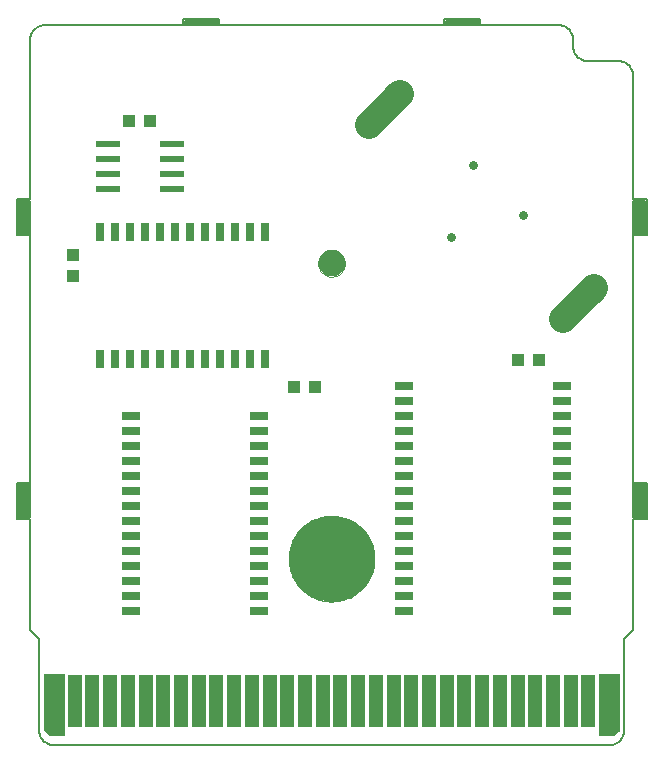
<source format=gts>
G75*
G70*
%OFA0B0*%
%FSLAX24Y24*%
%IPPOS*%
%LPD*%
%AMOC8*
5,1,8,0,0,1.08239X$1,22.5*
%
%ADD10C,0.0050*%
%ADD11R,0.0472X0.1772*%
%ADD12C,0.0000*%
%ADD13C,0.2854*%
%ADD14C,0.0886*%
%ADD15C,0.0000*%
%ADD16C,0.0001*%
%ADD17C,0.0945*%
%ADD18C,0.0295*%
%ADD19R,0.0591X0.0295*%
%ADD20R,0.0295X0.0591*%
%ADD21R,0.0810X0.0240*%
%ADD22R,0.0394X0.0433*%
%ADD23R,0.0433X0.0394*%
D10*
X000875Y001427D02*
X000875Y004477D01*
X000575Y004777D01*
X000575Y008477D01*
X000125Y008477D01*
X000125Y009677D01*
X000575Y009677D01*
X000575Y017927D01*
X000125Y017927D01*
X000125Y019127D01*
X000575Y019127D01*
X000575Y024427D01*
X000577Y024471D01*
X000583Y024514D01*
X000592Y024556D01*
X000605Y024598D01*
X000622Y024638D01*
X000642Y024677D01*
X000665Y024714D01*
X000692Y024748D01*
X000721Y024781D01*
X000754Y024810D01*
X000788Y024837D01*
X000825Y024860D01*
X000864Y024880D01*
X000904Y024897D01*
X000946Y024910D01*
X000988Y024919D01*
X001031Y024925D01*
X001075Y024927D01*
X005675Y024927D01*
X005675Y025127D01*
X006875Y025127D01*
X006875Y024927D01*
X014375Y024927D01*
X014375Y025127D01*
X015575Y025127D01*
X015575Y024927D01*
X018175Y024927D01*
X018219Y024925D01*
X018262Y024919D01*
X018304Y024910D01*
X018346Y024897D01*
X018386Y024880D01*
X018425Y024860D01*
X018462Y024837D01*
X018496Y024810D01*
X018529Y024781D01*
X018558Y024748D01*
X018585Y024714D01*
X018608Y024677D01*
X018628Y024638D01*
X018645Y024598D01*
X018658Y024556D01*
X018667Y024514D01*
X018673Y024471D01*
X018675Y024427D01*
X018675Y024227D01*
X018677Y024183D01*
X018683Y024140D01*
X018692Y024098D01*
X018705Y024056D01*
X018722Y024016D01*
X018742Y023977D01*
X018765Y023940D01*
X018792Y023906D01*
X018821Y023873D01*
X018854Y023844D01*
X018888Y023817D01*
X018925Y023794D01*
X018964Y023774D01*
X019004Y023757D01*
X019046Y023744D01*
X019088Y023735D01*
X019131Y023729D01*
X019175Y023727D01*
X020175Y023727D01*
X020219Y023725D01*
X020262Y023719D01*
X020304Y023710D01*
X020346Y023697D01*
X020386Y023680D01*
X020425Y023660D01*
X020462Y023637D01*
X020496Y023610D01*
X020529Y023581D01*
X020558Y023548D01*
X020585Y023514D01*
X020608Y023477D01*
X020628Y023438D01*
X020645Y023398D01*
X020658Y023356D01*
X020667Y023314D01*
X020673Y023271D01*
X020675Y023227D01*
X020675Y019127D01*
X021125Y019127D01*
X021125Y017927D01*
X020675Y017927D01*
X020675Y009677D01*
X021125Y009677D01*
X021125Y008477D01*
X020675Y008477D01*
X020675Y004777D01*
X020375Y004477D01*
X020375Y001427D01*
X020373Y001383D01*
X020367Y001340D01*
X020358Y001298D01*
X020345Y001256D01*
X020328Y001216D01*
X020308Y001177D01*
X020285Y001140D01*
X020258Y001106D01*
X020229Y001073D01*
X020196Y001044D01*
X020162Y001017D01*
X020125Y000994D01*
X020086Y000974D01*
X020046Y000957D01*
X020004Y000944D01*
X019962Y000935D01*
X019919Y000929D01*
X019875Y000927D01*
X001375Y000927D01*
X001331Y000929D01*
X001288Y000935D01*
X001246Y000944D01*
X001204Y000957D01*
X001164Y000974D01*
X001125Y000994D01*
X001088Y001017D01*
X001054Y001044D01*
X001021Y001073D01*
X000992Y001106D01*
X000965Y001140D01*
X000942Y001177D01*
X000922Y001216D01*
X000905Y001256D01*
X000892Y001298D01*
X000883Y001340D01*
X000877Y001383D01*
X000875Y001427D01*
X000575Y008527D02*
X000175Y008527D01*
X000175Y009627D01*
X000575Y009627D01*
X000575Y008527D01*
X000575Y008562D02*
X000175Y008562D01*
X000175Y008611D02*
X000575Y008611D01*
X000575Y008659D02*
X000175Y008659D01*
X000175Y008708D02*
X000575Y008708D01*
X000575Y008756D02*
X000175Y008756D01*
X000175Y008805D02*
X000575Y008805D01*
X000575Y008853D02*
X000175Y008853D01*
X000175Y008902D02*
X000575Y008902D01*
X000575Y008950D02*
X000175Y008950D01*
X000175Y008999D02*
X000575Y008999D01*
X000575Y009047D02*
X000175Y009047D01*
X000175Y009096D02*
X000575Y009096D01*
X000575Y009144D02*
X000175Y009144D01*
X000175Y009193D02*
X000575Y009193D01*
X000575Y009241D02*
X000175Y009241D01*
X000175Y009290D02*
X000575Y009290D01*
X000575Y009338D02*
X000175Y009338D01*
X000175Y009387D02*
X000575Y009387D01*
X000575Y009435D02*
X000175Y009435D01*
X000175Y009484D02*
X000575Y009484D01*
X000575Y009532D02*
X000175Y009532D01*
X000175Y009581D02*
X000575Y009581D01*
X000575Y017977D02*
X000175Y017977D01*
X000175Y019077D01*
X000575Y019077D01*
X000575Y017977D01*
X000575Y018020D02*
X000175Y018020D01*
X000175Y018068D02*
X000575Y018068D01*
X000575Y018117D02*
X000175Y018117D01*
X000175Y018165D02*
X000575Y018165D01*
X000575Y018214D02*
X000175Y018214D01*
X000175Y018262D02*
X000575Y018262D01*
X000575Y018311D02*
X000175Y018311D01*
X000175Y018359D02*
X000575Y018359D01*
X000575Y018408D02*
X000175Y018408D01*
X000175Y018456D02*
X000575Y018456D01*
X000575Y018505D02*
X000175Y018505D01*
X000175Y018553D02*
X000575Y018553D01*
X000575Y018602D02*
X000175Y018602D01*
X000175Y018650D02*
X000575Y018650D01*
X000575Y018699D02*
X000175Y018699D01*
X000175Y018747D02*
X000575Y018747D01*
X000575Y018796D02*
X000175Y018796D01*
X000175Y018844D02*
X000575Y018844D01*
X000575Y018893D02*
X000175Y018893D01*
X000175Y018941D02*
X000575Y018941D01*
X000575Y018990D02*
X000175Y018990D01*
X000175Y019038D02*
X000575Y019038D01*
X005725Y024927D02*
X006825Y024927D01*
X006825Y025077D01*
X005725Y025077D01*
X005725Y024927D01*
X005725Y024955D02*
X006825Y024955D01*
X006825Y025004D02*
X005725Y025004D01*
X005725Y025052D02*
X006825Y025052D01*
X014425Y025052D02*
X015525Y025052D01*
X015525Y025077D02*
X015525Y024927D01*
X014425Y024927D01*
X014425Y025077D01*
X015525Y025077D01*
X015525Y025004D02*
X014425Y025004D01*
X014425Y024955D02*
X015525Y024955D01*
X020675Y019077D02*
X020675Y017977D01*
X021075Y017977D01*
X021075Y019077D01*
X020675Y019077D01*
X020675Y019038D02*
X021075Y019038D01*
X021075Y018990D02*
X020675Y018990D01*
X020675Y018941D02*
X021075Y018941D01*
X021075Y018893D02*
X020675Y018893D01*
X020675Y018844D02*
X021075Y018844D01*
X021075Y018796D02*
X020675Y018796D01*
X020675Y018747D02*
X021075Y018747D01*
X021075Y018699D02*
X020675Y018699D01*
X020675Y018650D02*
X021075Y018650D01*
X021075Y018602D02*
X020675Y018602D01*
X020675Y018553D02*
X021075Y018553D01*
X021075Y018505D02*
X020675Y018505D01*
X020675Y018456D02*
X021075Y018456D01*
X021075Y018408D02*
X020675Y018408D01*
X020675Y018359D02*
X021075Y018359D01*
X021075Y018311D02*
X020675Y018311D01*
X020675Y018262D02*
X021075Y018262D01*
X021075Y018214D02*
X020675Y018214D01*
X020675Y018165D02*
X021075Y018165D01*
X021075Y018117D02*
X020675Y018117D01*
X020675Y018068D02*
X021075Y018068D01*
X021075Y018020D02*
X020675Y018020D01*
X020675Y009627D02*
X020675Y008527D01*
X021075Y008527D01*
X021075Y009627D01*
X020675Y009627D01*
X020675Y009581D02*
X021075Y009581D01*
X021075Y009532D02*
X020675Y009532D01*
X020675Y009484D02*
X021075Y009484D01*
X021075Y009435D02*
X020675Y009435D01*
X020675Y009387D02*
X021075Y009387D01*
X021075Y009338D02*
X020675Y009338D01*
X020675Y009290D02*
X021075Y009290D01*
X021075Y009241D02*
X020675Y009241D01*
X020675Y009193D02*
X021075Y009193D01*
X021075Y009144D02*
X020675Y009144D01*
X020675Y009096D02*
X021075Y009096D01*
X021075Y009047D02*
X020675Y009047D01*
X020675Y008999D02*
X021075Y008999D01*
X021075Y008950D02*
X020675Y008950D01*
X020675Y008902D02*
X021075Y008902D01*
X021075Y008853D02*
X020675Y008853D01*
X020675Y008805D02*
X021075Y008805D01*
X021075Y008756D02*
X020675Y008756D01*
X020675Y008708D02*
X021075Y008708D01*
X021075Y008659D02*
X020675Y008659D01*
X020675Y008611D02*
X021075Y008611D01*
X021075Y008562D02*
X020675Y008562D01*
D11*
X019188Y002398D03*
X018597Y002398D03*
X018007Y002398D03*
X017416Y002398D03*
X016826Y002398D03*
X016235Y002398D03*
X015645Y002398D03*
X015054Y002398D03*
X014464Y002398D03*
X013873Y002398D03*
X013282Y002398D03*
X012692Y002398D03*
X012101Y002398D03*
X011511Y002398D03*
X010920Y002398D03*
X010330Y002398D03*
X009739Y002398D03*
X009149Y002398D03*
X008558Y002398D03*
X007968Y002398D03*
X007377Y002398D03*
X006786Y002398D03*
X006196Y002398D03*
X005605Y002398D03*
X005015Y002398D03*
X004424Y002398D03*
X003834Y002398D03*
X003243Y002398D03*
X002653Y002398D03*
X002062Y002398D03*
D12*
X009198Y007138D02*
X009200Y007213D01*
X009206Y007288D01*
X009216Y007363D01*
X009230Y007437D01*
X009247Y007510D01*
X009269Y007583D01*
X009294Y007653D01*
X009323Y007723D01*
X009356Y007791D01*
X009392Y007857D01*
X009432Y007921D01*
X009475Y007983D01*
X009521Y008042D01*
X009570Y008099D01*
X009623Y008154D01*
X009678Y008205D01*
X009735Y008254D01*
X009795Y008299D01*
X009858Y008341D01*
X009922Y008380D01*
X009989Y008415D01*
X010057Y008447D01*
X010127Y008475D01*
X010198Y008500D01*
X010271Y008520D01*
X010344Y008537D01*
X010419Y008550D01*
X010493Y008559D01*
X010569Y008564D01*
X010644Y008565D01*
X010719Y008562D01*
X010794Y008555D01*
X010869Y008544D01*
X010943Y008529D01*
X011016Y008511D01*
X011087Y008488D01*
X011158Y008462D01*
X011227Y008432D01*
X011295Y008398D01*
X011360Y008361D01*
X011424Y008321D01*
X011485Y008277D01*
X011544Y008230D01*
X011600Y008180D01*
X011654Y008127D01*
X011705Y008071D01*
X011752Y008013D01*
X011797Y007952D01*
X011838Y007889D01*
X011876Y007824D01*
X011911Y007757D01*
X011942Y007688D01*
X011969Y007618D01*
X011992Y007547D01*
X012012Y007474D01*
X012028Y007400D01*
X012040Y007326D01*
X012048Y007251D01*
X012052Y007176D01*
X012052Y007100D01*
X012048Y007025D01*
X012040Y006950D01*
X012028Y006876D01*
X012012Y006802D01*
X011992Y006729D01*
X011969Y006658D01*
X011942Y006588D01*
X011911Y006519D01*
X011876Y006452D01*
X011838Y006387D01*
X011797Y006324D01*
X011752Y006263D01*
X011705Y006205D01*
X011654Y006149D01*
X011600Y006096D01*
X011544Y006046D01*
X011485Y005999D01*
X011424Y005955D01*
X011360Y005915D01*
X011295Y005878D01*
X011227Y005844D01*
X011158Y005814D01*
X011087Y005788D01*
X011016Y005765D01*
X010943Y005747D01*
X010869Y005732D01*
X010794Y005721D01*
X010719Y005714D01*
X010644Y005711D01*
X010569Y005712D01*
X010493Y005717D01*
X010419Y005726D01*
X010344Y005739D01*
X010271Y005756D01*
X010198Y005776D01*
X010127Y005801D01*
X010057Y005829D01*
X009989Y005861D01*
X009922Y005896D01*
X009858Y005935D01*
X009795Y005977D01*
X009735Y006022D01*
X009678Y006071D01*
X009623Y006122D01*
X009570Y006177D01*
X009521Y006234D01*
X009475Y006293D01*
X009432Y006355D01*
X009392Y006419D01*
X009356Y006485D01*
X009323Y006553D01*
X009294Y006623D01*
X009269Y006693D01*
X009247Y006766D01*
X009230Y006839D01*
X009216Y006913D01*
X009206Y006988D01*
X009200Y007063D01*
X009198Y007138D01*
X010182Y016979D02*
X010184Y017020D01*
X010190Y017062D01*
X010199Y017102D01*
X010213Y017141D01*
X010230Y017179D01*
X010250Y017215D01*
X010274Y017249D01*
X010301Y017281D01*
X010331Y017310D01*
X010363Y017336D01*
X010398Y017359D01*
X010434Y017379D01*
X010472Y017395D01*
X010512Y017407D01*
X010553Y017416D01*
X010594Y017421D01*
X010635Y017422D01*
X010677Y017419D01*
X010718Y017412D01*
X010758Y017402D01*
X010797Y017387D01*
X010834Y017369D01*
X010870Y017348D01*
X010904Y017323D01*
X010935Y017296D01*
X010963Y017266D01*
X010988Y017233D01*
X011010Y017197D01*
X011029Y017160D01*
X011044Y017122D01*
X011056Y017082D01*
X011064Y017041D01*
X011068Y017000D01*
X011068Y016958D01*
X011064Y016917D01*
X011056Y016876D01*
X011044Y016836D01*
X011029Y016798D01*
X011010Y016761D01*
X010988Y016725D01*
X010963Y016692D01*
X010935Y016662D01*
X010904Y016635D01*
X010870Y016610D01*
X010834Y016589D01*
X010797Y016571D01*
X010758Y016556D01*
X010718Y016546D01*
X010677Y016539D01*
X010635Y016536D01*
X010594Y016537D01*
X010553Y016542D01*
X010512Y016551D01*
X010472Y016563D01*
X010434Y016579D01*
X010398Y016599D01*
X010363Y016622D01*
X010331Y016648D01*
X010301Y016677D01*
X010274Y016709D01*
X010250Y016743D01*
X010230Y016779D01*
X010213Y016817D01*
X010199Y016856D01*
X010190Y016896D01*
X010184Y016938D01*
X010182Y016979D01*
D13*
X010625Y007138D03*
D14*
X010625Y016979D03*
D15*
X001708Y003284D02*
X001038Y003284D01*
X001038Y001433D01*
X001196Y001276D01*
X001708Y001276D01*
X001708Y003284D01*
X019542Y003284D02*
X019542Y001276D01*
X020054Y001276D01*
X020212Y001433D01*
X020212Y003284D01*
X019542Y003284D01*
D16*
X019542Y003283D02*
X020212Y003283D01*
X019542Y003283D01*
X019542Y003282D02*
X020212Y003282D01*
X020212Y003281D02*
X019542Y003281D01*
X019542Y003280D02*
X020212Y003280D01*
X020212Y003279D02*
X019542Y003279D01*
X020212Y003279D01*
X020212Y003278D02*
X019542Y003278D01*
X019542Y003277D02*
X020212Y003277D01*
X020212Y003276D02*
X019542Y003276D01*
X019542Y003275D02*
X020212Y003275D01*
X019542Y003275D01*
X019542Y003274D02*
X020212Y003274D01*
X020212Y003273D02*
X019542Y003273D01*
X019542Y003272D02*
X020212Y003272D01*
X020212Y003271D02*
X019542Y003271D01*
X020212Y003271D01*
X020212Y003270D02*
X019542Y003270D01*
X019542Y003269D02*
X020212Y003269D01*
X020212Y003268D02*
X019542Y003268D01*
X019542Y003267D02*
X020212Y003267D01*
X019542Y003267D01*
X019542Y003266D02*
X020212Y003266D01*
X020212Y003265D02*
X019542Y003265D01*
X019542Y003264D02*
X020212Y003264D01*
X020212Y003263D02*
X019542Y003263D01*
X020212Y003263D01*
X020212Y003262D02*
X019542Y003262D01*
X019542Y003261D02*
X020212Y003261D01*
X020212Y003260D02*
X019542Y003260D01*
X019542Y003259D02*
X020212Y003259D01*
X019542Y003259D01*
X019542Y003258D02*
X020212Y003258D01*
X020212Y003257D02*
X019542Y003257D01*
X019542Y003256D02*
X020212Y003256D01*
X020212Y003255D02*
X019542Y003255D01*
X020212Y003255D01*
X020212Y003254D02*
X019542Y003254D01*
X019542Y003253D02*
X020212Y003253D01*
X020212Y003252D02*
X019542Y003252D01*
X019542Y003251D02*
X020212Y003251D01*
X019542Y003251D01*
X019542Y003250D02*
X020212Y003250D01*
X020212Y003249D02*
X019542Y003249D01*
X019542Y003248D02*
X020212Y003248D01*
X020212Y003247D02*
X019542Y003247D01*
X019542Y003246D02*
X020212Y003246D01*
X019542Y003246D01*
X019542Y003245D02*
X020212Y003245D01*
X020212Y003244D02*
X019542Y003244D01*
X019542Y003243D02*
X020212Y003243D01*
X020212Y003242D02*
X019542Y003242D01*
X020212Y003242D01*
X020212Y003241D02*
X019542Y003241D01*
X019542Y003240D02*
X020212Y003240D01*
X020212Y003239D02*
X019542Y003239D01*
X019542Y003238D02*
X020212Y003238D01*
X019542Y003238D01*
X019542Y003237D02*
X020212Y003237D01*
X020212Y003236D02*
X019542Y003236D01*
X019542Y003235D02*
X020212Y003235D01*
X020212Y003234D02*
X019542Y003234D01*
X020212Y003234D01*
X020212Y003233D02*
X019542Y003233D01*
X019542Y003232D02*
X020212Y003232D01*
X020212Y003231D02*
X019542Y003231D01*
X019542Y003230D02*
X020212Y003230D01*
X019542Y003230D01*
X019542Y003229D02*
X020212Y003229D01*
X020212Y003228D02*
X019542Y003228D01*
X019542Y003227D02*
X020212Y003227D01*
X020212Y003226D02*
X019542Y003226D01*
X020212Y003226D01*
X020212Y003225D02*
X019542Y003225D01*
X019542Y003224D02*
X020212Y003224D01*
X020212Y003223D02*
X019542Y003223D01*
X019542Y003222D02*
X020212Y003222D01*
X019542Y003222D01*
X019542Y003221D02*
X020212Y003221D01*
X020212Y003220D02*
X019542Y003220D01*
X019542Y003219D02*
X020212Y003219D01*
X020212Y003218D02*
X019542Y003218D01*
X020212Y003218D01*
X020212Y003217D02*
X019542Y003217D01*
X019542Y003216D02*
X020212Y003216D01*
X020212Y003215D02*
X019542Y003215D01*
X019542Y003214D02*
X020212Y003214D01*
X019542Y003214D01*
X019542Y003213D02*
X020212Y003213D01*
X020212Y003212D02*
X019542Y003212D01*
X019542Y003211D02*
X020212Y003211D01*
X020212Y003210D02*
X019542Y003210D01*
X020212Y003210D01*
X020212Y003209D02*
X019542Y003209D01*
X019542Y003208D02*
X020212Y003208D01*
X020212Y003207D02*
X019542Y003207D01*
X019542Y003206D02*
X020212Y003206D01*
X019542Y003206D01*
X019542Y003205D02*
X020212Y003205D01*
X020212Y003204D02*
X019542Y003204D01*
X019542Y003203D02*
X020212Y003203D01*
X020212Y003202D02*
X019542Y003202D01*
X019542Y003201D02*
X020212Y003201D01*
X019542Y003201D01*
X019542Y003200D02*
X020212Y003200D01*
X020212Y003199D02*
X019542Y003199D01*
X019542Y003198D02*
X020212Y003198D01*
X020212Y003197D02*
X019542Y003197D01*
X020212Y003197D01*
X020212Y003196D02*
X019542Y003196D01*
X019542Y003195D02*
X020212Y003195D01*
X020212Y003194D02*
X019542Y003194D01*
X019542Y003193D02*
X020212Y003193D01*
X019542Y003193D01*
X019542Y003192D02*
X020212Y003192D01*
X020212Y003191D02*
X019542Y003191D01*
X019542Y003190D02*
X020212Y003190D01*
X020212Y003189D02*
X019542Y003189D01*
X020212Y003189D01*
X020212Y003188D02*
X019542Y003188D01*
X019542Y003187D02*
X020212Y003187D01*
X020212Y003186D02*
X019542Y003186D01*
X019542Y003185D02*
X020212Y003185D01*
X019542Y003185D01*
X019542Y003184D02*
X020212Y003184D01*
X020212Y003183D02*
X019542Y003183D01*
X019542Y003182D02*
X020212Y003182D01*
X020212Y003181D02*
X019542Y003181D01*
X020212Y003181D01*
X020212Y003180D02*
X019542Y003180D01*
X019542Y003179D02*
X020212Y003179D01*
X020212Y003178D02*
X019542Y003178D01*
X019542Y003177D02*
X020212Y003177D01*
X019542Y003177D01*
X019542Y003176D02*
X020212Y003176D01*
X020212Y003175D02*
X019542Y003175D01*
X019542Y003174D02*
X020212Y003174D01*
X020212Y003173D02*
X019542Y003173D01*
X020212Y003173D01*
X020212Y003172D02*
X019542Y003172D01*
X019542Y003171D02*
X020212Y003171D01*
X020212Y003170D02*
X019542Y003170D01*
X019542Y003169D02*
X020212Y003169D01*
X019542Y003169D01*
X019542Y003168D02*
X020212Y003168D01*
X020212Y003167D02*
X019542Y003167D01*
X019542Y003166D02*
X020212Y003166D01*
X020212Y003165D02*
X019542Y003165D01*
X020212Y003165D01*
X020212Y003164D02*
X019542Y003164D01*
X019542Y003163D02*
X020212Y003163D01*
X020212Y003162D02*
X019542Y003162D01*
X019542Y003161D02*
X020212Y003161D01*
X019542Y003161D01*
X019542Y003160D02*
X020212Y003160D01*
X020212Y003159D02*
X019542Y003159D01*
X019542Y003158D02*
X020212Y003158D01*
X020212Y003157D02*
X019542Y003157D01*
X020212Y003157D01*
X020212Y003156D02*
X019542Y003156D01*
X019542Y003155D02*
X020212Y003155D01*
X020212Y003154D02*
X019542Y003154D01*
X019542Y003153D02*
X020212Y003153D01*
X020212Y003152D02*
X019542Y003152D01*
X020212Y003152D01*
X020212Y003151D02*
X019542Y003151D01*
X019542Y003150D02*
X020212Y003150D01*
X020212Y003149D02*
X019542Y003149D01*
X019542Y003148D02*
X020212Y003148D01*
X019542Y003148D01*
X019542Y003147D02*
X020212Y003147D01*
X020212Y003146D02*
X019542Y003146D01*
X019542Y003145D02*
X020212Y003145D01*
X020212Y003144D02*
X019542Y003144D01*
X020212Y003144D01*
X020212Y003143D02*
X019542Y003143D01*
X019542Y003142D02*
X020212Y003142D01*
X020212Y003141D02*
X019542Y003141D01*
X019542Y003140D02*
X020212Y003140D01*
X019542Y003140D01*
X019542Y003139D02*
X020212Y003139D01*
X020212Y003138D02*
X019542Y003138D01*
X019542Y003137D02*
X020212Y003137D01*
X020212Y003136D02*
X019542Y003136D01*
X020212Y003136D01*
X020212Y003135D02*
X019542Y003135D01*
X019542Y003134D02*
X020212Y003134D01*
X020212Y003133D02*
X019542Y003133D01*
X019542Y003132D02*
X020212Y003132D01*
X019542Y003132D01*
X019542Y003131D02*
X020212Y003131D01*
X020212Y003130D02*
X019542Y003130D01*
X019542Y003129D02*
X020212Y003129D01*
X020212Y003128D02*
X019542Y003128D01*
X020212Y003128D01*
X020212Y003127D02*
X019542Y003127D01*
X019542Y003126D02*
X020212Y003126D01*
X020212Y003125D02*
X019542Y003125D01*
X019542Y003124D02*
X020212Y003124D01*
X019542Y003124D01*
X019542Y003123D02*
X020212Y003123D01*
X020212Y003122D02*
X019542Y003122D01*
X019542Y003121D02*
X020212Y003121D01*
X020212Y003120D02*
X019542Y003120D01*
X020212Y003120D01*
X020212Y003119D02*
X019542Y003119D01*
X019542Y003118D02*
X020212Y003118D01*
X020212Y003117D02*
X019542Y003117D01*
X019542Y003116D02*
X020212Y003116D01*
X019542Y003116D01*
X019542Y003115D02*
X020212Y003115D01*
X020212Y003114D02*
X019542Y003114D01*
X019542Y003113D02*
X020212Y003113D01*
X020212Y003112D02*
X019542Y003112D01*
X020212Y003112D01*
X020212Y003111D02*
X019542Y003111D01*
X019542Y003110D02*
X020212Y003110D01*
X020212Y003109D02*
X019542Y003109D01*
X019542Y003108D02*
X020212Y003108D01*
X020212Y003107D02*
X019542Y003107D01*
X020212Y003107D01*
X020212Y003106D02*
X019542Y003106D01*
X019542Y003105D02*
X020212Y003105D01*
X020212Y003104D02*
X019542Y003104D01*
X019542Y003103D02*
X020212Y003103D01*
X019542Y003103D01*
X019542Y003102D02*
X020212Y003102D01*
X020212Y003101D02*
X019542Y003101D01*
X019542Y003100D02*
X020212Y003100D01*
X020212Y003099D02*
X019542Y003099D01*
X020212Y003099D01*
X020212Y003098D02*
X019542Y003098D01*
X019542Y003097D02*
X020212Y003097D01*
X020212Y003096D02*
X019542Y003096D01*
X019542Y003095D02*
X020212Y003095D01*
X019542Y003095D01*
X019542Y003094D02*
X020212Y003094D01*
X020212Y003093D02*
X019542Y003093D01*
X019542Y003092D02*
X020212Y003092D01*
X020212Y003091D02*
X019542Y003091D01*
X020212Y003091D01*
X020212Y003090D02*
X019542Y003090D01*
X019542Y003089D02*
X020212Y003089D01*
X020212Y003088D02*
X019542Y003088D01*
X019542Y003087D02*
X020212Y003087D01*
X019542Y003087D01*
X019542Y003086D02*
X020212Y003086D01*
X020212Y003085D02*
X019542Y003085D01*
X019542Y003084D02*
X020212Y003084D01*
X020212Y003083D02*
X019542Y003083D01*
X020212Y003083D01*
X020212Y003082D02*
X019542Y003082D01*
X019542Y003081D02*
X020212Y003081D01*
X020212Y003080D02*
X019542Y003080D01*
X019542Y003079D02*
X020212Y003079D01*
X019542Y003079D01*
X019542Y003078D02*
X020212Y003078D01*
X020212Y003077D02*
X019542Y003077D01*
X019542Y003076D02*
X020212Y003076D01*
X020212Y003075D02*
X019542Y003075D01*
X020212Y003075D01*
X020212Y003074D02*
X019542Y003074D01*
X019542Y003073D02*
X020212Y003073D01*
X020212Y003072D02*
X019542Y003072D01*
X019542Y003071D02*
X020212Y003071D01*
X019542Y003071D01*
X019542Y003070D02*
X020212Y003070D01*
X020212Y003069D02*
X019542Y003069D01*
X019542Y003068D02*
X020212Y003068D01*
X020212Y003067D02*
X019542Y003067D01*
X020212Y003067D01*
X020212Y003066D02*
X019542Y003066D01*
X019542Y003065D02*
X020212Y003065D01*
X020212Y003064D02*
X019542Y003064D01*
X019542Y003063D02*
X020212Y003063D01*
X019542Y003063D01*
X019542Y003062D02*
X020212Y003062D01*
X020212Y003061D02*
X019542Y003061D01*
X019542Y003060D02*
X020212Y003060D01*
X020212Y003059D02*
X019542Y003059D01*
X019542Y003058D02*
X020212Y003058D01*
X019542Y003058D01*
X019542Y003057D02*
X020212Y003057D01*
X020212Y003056D02*
X019542Y003056D01*
X019542Y003055D02*
X020212Y003055D01*
X020212Y003054D02*
X019542Y003054D01*
X020212Y003054D01*
X020212Y003053D02*
X019542Y003053D01*
X019542Y003052D02*
X020212Y003052D01*
X020212Y003051D02*
X019542Y003051D01*
X019542Y003050D02*
X020212Y003050D01*
X019542Y003050D01*
X019542Y003049D02*
X020212Y003049D01*
X020212Y003048D02*
X019542Y003048D01*
X019542Y003047D02*
X020212Y003047D01*
X020212Y003046D02*
X019542Y003046D01*
X020212Y003046D01*
X020212Y003045D02*
X019542Y003045D01*
X019542Y003044D02*
X020212Y003044D01*
X020212Y003043D02*
X019542Y003043D01*
X019542Y003042D02*
X020212Y003042D01*
X019542Y003042D01*
X019542Y003041D02*
X020212Y003041D01*
X020212Y003040D02*
X019542Y003040D01*
X019542Y003039D02*
X020212Y003039D01*
X020212Y003038D02*
X019542Y003038D01*
X020212Y003038D01*
X020212Y003037D02*
X019542Y003037D01*
X019542Y003036D02*
X020212Y003036D01*
X020212Y003035D02*
X019542Y003035D01*
X019542Y003034D02*
X020212Y003034D01*
X019542Y003034D01*
X019542Y003033D02*
X020212Y003033D01*
X020212Y003032D02*
X019542Y003032D01*
X019542Y003031D02*
X020212Y003031D01*
X020212Y003030D02*
X019542Y003030D01*
X020212Y003030D01*
X020212Y003029D02*
X019542Y003029D01*
X019542Y003028D02*
X020212Y003028D01*
X020212Y003027D02*
X019542Y003027D01*
X019542Y003026D02*
X020212Y003026D01*
X019542Y003026D01*
X019542Y003025D02*
X020212Y003025D01*
X020212Y003024D02*
X019542Y003024D01*
X019542Y003023D02*
X020212Y003023D01*
X020212Y003022D02*
X019542Y003022D01*
X020212Y003022D01*
X020212Y003021D02*
X019542Y003021D01*
X019542Y003020D02*
X020212Y003020D01*
X020212Y003019D02*
X019542Y003019D01*
X019542Y003018D02*
X020212Y003018D01*
X019542Y003018D01*
X019542Y003017D02*
X020212Y003017D01*
X020212Y003016D02*
X019542Y003016D01*
X019542Y003015D02*
X020212Y003015D01*
X020212Y003014D02*
X019542Y003014D01*
X019542Y003013D02*
X020212Y003013D01*
X019542Y003013D01*
X019542Y003012D02*
X020212Y003012D01*
X020212Y003011D02*
X019542Y003011D01*
X019542Y003010D02*
X020212Y003010D01*
X020212Y003009D02*
X019542Y003009D01*
X020212Y003009D01*
X020212Y003008D02*
X019542Y003008D01*
X019542Y003007D02*
X020212Y003007D01*
X020212Y003006D02*
X019542Y003006D01*
X019542Y003005D02*
X020212Y003005D01*
X019542Y003005D01*
X019542Y003004D02*
X020212Y003004D01*
X020212Y003003D02*
X019542Y003003D01*
X019542Y003002D02*
X020212Y003002D01*
X020212Y003001D02*
X019542Y003001D01*
X020212Y003001D01*
X020212Y003000D02*
X019542Y003000D01*
X019542Y002999D02*
X020212Y002999D01*
X020212Y002998D02*
X019542Y002998D01*
X019542Y002997D02*
X020212Y002997D01*
X019542Y002997D01*
X019542Y002996D02*
X020212Y002996D01*
X020212Y002995D02*
X019542Y002995D01*
X019542Y002994D02*
X020212Y002994D01*
X020212Y002993D02*
X019542Y002993D01*
X020212Y002993D01*
X020212Y002992D02*
X019542Y002992D01*
X019542Y002991D02*
X020212Y002991D01*
X020212Y002990D02*
X019542Y002990D01*
X019542Y002989D02*
X020212Y002989D01*
X019542Y002989D01*
X019542Y002988D02*
X020212Y002988D01*
X020212Y002987D02*
X019542Y002987D01*
X019542Y002986D02*
X020212Y002986D01*
X020212Y002985D02*
X019542Y002985D01*
X020212Y002985D01*
X020212Y002984D02*
X019542Y002984D01*
X019542Y002983D02*
X020212Y002983D01*
X020212Y002982D02*
X019542Y002982D01*
X019542Y002981D02*
X020212Y002981D01*
X019542Y002981D01*
X019542Y002980D02*
X020212Y002980D01*
X020212Y002979D02*
X019542Y002979D01*
X019542Y002978D02*
X020212Y002978D01*
X020212Y002977D02*
X019542Y002977D01*
X020212Y002977D01*
X020212Y002976D02*
X019542Y002976D01*
X019542Y002975D02*
X020212Y002975D01*
X020212Y002974D02*
X019542Y002974D01*
X019542Y002973D02*
X020212Y002973D01*
X019542Y002973D01*
X019542Y002972D02*
X020212Y002972D01*
X020212Y002971D02*
X019542Y002971D01*
X019542Y002970D02*
X020212Y002970D01*
X020212Y002969D02*
X019542Y002969D01*
X020212Y002969D01*
X020212Y002968D02*
X019542Y002968D01*
X019542Y002967D02*
X020212Y002967D01*
X020212Y002966D02*
X019542Y002966D01*
X019542Y002965D02*
X020212Y002965D01*
X020212Y002964D02*
X019542Y002964D01*
X020212Y002964D01*
X020212Y002963D02*
X019542Y002963D01*
X019542Y002962D02*
X020212Y002962D01*
X020212Y002961D02*
X019542Y002961D01*
X019542Y002960D02*
X020212Y002960D01*
X019542Y002960D01*
X019542Y002959D02*
X020212Y002959D01*
X020212Y002958D02*
X019542Y002958D01*
X019542Y002957D02*
X020212Y002957D01*
X020212Y002956D02*
X019542Y002956D01*
X020212Y002956D01*
X020212Y002955D02*
X019542Y002955D01*
X019542Y002954D02*
X020212Y002954D01*
X020212Y002953D02*
X019542Y002953D01*
X019542Y002952D02*
X020212Y002952D01*
X019542Y002952D01*
X019542Y002951D02*
X020212Y002951D01*
X020212Y002950D02*
X019542Y002950D01*
X019542Y002949D02*
X020212Y002949D01*
X020212Y002948D02*
X019542Y002948D01*
X020212Y002948D01*
X020212Y002947D02*
X019542Y002947D01*
X019542Y002946D02*
X020212Y002946D01*
X020212Y002945D02*
X019542Y002945D01*
X019542Y002944D02*
X020212Y002944D01*
X019542Y002944D01*
X019542Y002943D02*
X020212Y002943D01*
X020212Y002942D02*
X019542Y002942D01*
X019542Y002941D02*
X020212Y002941D01*
X020212Y002940D02*
X019542Y002940D01*
X020212Y002940D01*
X020212Y002939D02*
X019542Y002939D01*
X019542Y002938D02*
X020212Y002938D01*
X020212Y002937D02*
X019542Y002937D01*
X019542Y002936D02*
X020212Y002936D01*
X019542Y002936D01*
X019542Y002935D02*
X020212Y002935D01*
X020212Y002934D02*
X019542Y002934D01*
X019542Y002933D02*
X020212Y002933D01*
X020212Y002932D02*
X019542Y002932D01*
X020212Y002932D01*
X020212Y002931D02*
X019542Y002931D01*
X019542Y002930D02*
X020212Y002930D01*
X020212Y002929D02*
X019542Y002929D01*
X019542Y002928D02*
X020212Y002928D01*
X019542Y002928D01*
X019542Y002927D02*
X020212Y002927D01*
X020212Y002926D02*
X019542Y002926D01*
X019542Y002925D02*
X020212Y002925D01*
X020212Y002924D02*
X019542Y002924D01*
X020212Y002924D01*
X020212Y002923D02*
X019542Y002923D01*
X019542Y002922D02*
X020212Y002922D01*
X020212Y002921D02*
X019542Y002921D01*
X019542Y002920D02*
X020212Y002920D01*
X019542Y002920D01*
X019542Y002919D02*
X020212Y002919D01*
X020212Y002918D02*
X019542Y002918D01*
X019542Y002917D02*
X020212Y002917D01*
X020212Y002916D02*
X019542Y002916D01*
X019542Y002915D02*
X020212Y002915D01*
X019542Y002915D01*
X019542Y002914D02*
X020212Y002914D01*
X020212Y002913D02*
X019542Y002913D01*
X019542Y002912D02*
X020212Y002912D01*
X020212Y002911D02*
X019542Y002911D01*
X020212Y002911D01*
X020212Y002910D02*
X019542Y002910D01*
X019542Y002909D02*
X020212Y002909D01*
X020212Y002908D02*
X019542Y002908D01*
X019542Y002907D02*
X020212Y002907D01*
X019542Y002907D01*
X019542Y002906D02*
X020212Y002906D01*
X020212Y002905D02*
X019542Y002905D01*
X019542Y002904D02*
X020212Y002904D01*
X020212Y002903D02*
X019542Y002903D01*
X020212Y002903D01*
X020212Y002902D02*
X019542Y002902D01*
X019542Y002901D02*
X020212Y002901D01*
X020212Y002900D02*
X019542Y002900D01*
X019542Y002899D02*
X020212Y002899D01*
X019542Y002899D01*
X019542Y002898D02*
X020212Y002898D01*
X020212Y002897D02*
X019542Y002897D01*
X019542Y002896D02*
X020212Y002896D01*
X020212Y002895D02*
X019542Y002895D01*
X020212Y002895D01*
X020212Y002894D02*
X019542Y002894D01*
X019542Y002893D02*
X020212Y002893D01*
X020212Y002892D02*
X019542Y002892D01*
X019542Y002891D02*
X020212Y002891D01*
X019542Y002891D01*
X019542Y002890D02*
X020212Y002890D01*
X020212Y002889D02*
X019542Y002889D01*
X019542Y002888D02*
X020212Y002888D01*
X020212Y002887D02*
X019542Y002887D01*
X020212Y002887D01*
X020212Y002886D02*
X019542Y002886D01*
X019542Y002885D02*
X020212Y002885D01*
X020212Y002884D02*
X019542Y002884D01*
X019542Y002883D02*
X020212Y002883D01*
X019542Y002883D01*
X019542Y002882D02*
X020212Y002882D01*
X020212Y002881D02*
X019542Y002881D01*
X019542Y002880D02*
X020212Y002880D01*
X020212Y002879D02*
X019542Y002879D01*
X020212Y002879D01*
X020212Y002878D02*
X019542Y002878D01*
X019542Y002877D02*
X020212Y002877D01*
X020212Y002876D02*
X019542Y002876D01*
X019542Y002875D02*
X020212Y002875D01*
X019542Y002875D01*
X019542Y002874D02*
X020212Y002874D01*
X020212Y002873D02*
X019542Y002873D01*
X019542Y002872D02*
X020212Y002872D01*
X020212Y002871D02*
X019542Y002871D01*
X019542Y002870D02*
X020212Y002870D01*
X019542Y002870D01*
X019542Y002869D02*
X020212Y002869D01*
X020212Y002868D02*
X019542Y002868D01*
X019542Y002867D02*
X020212Y002867D01*
X020212Y002866D02*
X019542Y002866D01*
X020212Y002866D01*
X020212Y002865D02*
X019542Y002865D01*
X019542Y002864D02*
X020212Y002864D01*
X020212Y002863D02*
X019542Y002863D01*
X019542Y002862D02*
X020212Y002862D01*
X019542Y002862D01*
X019542Y002861D02*
X020212Y002861D01*
X020212Y002860D02*
X019542Y002860D01*
X019542Y002859D02*
X020212Y002859D01*
X020212Y002858D02*
X019542Y002858D01*
X020212Y002858D01*
X020212Y002857D02*
X019542Y002857D01*
X019542Y002856D02*
X020212Y002856D01*
X020212Y002855D02*
X019542Y002855D01*
X019542Y002854D02*
X020212Y002854D01*
X019542Y002854D01*
X019542Y002853D02*
X020212Y002853D01*
X020212Y002852D02*
X019542Y002852D01*
X019542Y002851D02*
X020212Y002851D01*
X020212Y002850D02*
X019542Y002850D01*
X020212Y002850D01*
X020212Y002849D02*
X019542Y002849D01*
X019542Y002848D02*
X020212Y002848D01*
X020212Y002847D02*
X019542Y002847D01*
X019542Y002846D02*
X020212Y002846D01*
X019542Y002846D01*
X019542Y002845D02*
X020212Y002845D01*
X020212Y002844D02*
X019542Y002844D01*
X019542Y002843D02*
X020212Y002843D01*
X020212Y002842D02*
X019542Y002842D01*
X020212Y002842D01*
X020212Y002841D02*
X019542Y002841D01*
X019542Y002840D02*
X020212Y002840D01*
X020212Y002839D02*
X019542Y002839D01*
X019542Y002838D02*
X020212Y002838D01*
X019542Y002838D01*
X019542Y002837D02*
X020212Y002837D01*
X020212Y002836D02*
X019542Y002836D01*
X019542Y002835D02*
X020212Y002835D01*
X020212Y002834D02*
X019542Y002834D01*
X020212Y002834D01*
X020212Y002833D02*
X019542Y002833D01*
X019542Y002832D02*
X020212Y002832D01*
X020212Y002831D02*
X019542Y002831D01*
X019542Y002830D02*
X020212Y002830D01*
X019542Y002830D01*
X019542Y002829D02*
X020212Y002829D01*
X020212Y002828D02*
X019542Y002828D01*
X019542Y002827D02*
X020212Y002827D01*
X020212Y002826D02*
X019542Y002826D01*
X020212Y002826D01*
X020212Y002825D02*
X019542Y002825D01*
X019542Y002824D02*
X020212Y002824D01*
X020212Y002823D02*
X019542Y002823D01*
X019542Y002822D02*
X020212Y002822D01*
X020212Y002821D02*
X019542Y002821D01*
X020212Y002821D01*
X020212Y002820D02*
X019542Y002820D01*
X019542Y002819D02*
X020212Y002819D01*
X020212Y002818D02*
X019542Y002818D01*
X019542Y002817D02*
X020212Y002817D01*
X019542Y002817D01*
X019542Y002816D02*
X020212Y002816D01*
X020212Y002815D02*
X019542Y002815D01*
X019542Y002814D02*
X020212Y002814D01*
X020212Y002813D02*
X019542Y002813D01*
X020212Y002813D01*
X020212Y002812D02*
X019542Y002812D01*
X019542Y002811D02*
X020212Y002811D01*
X020212Y002810D02*
X019542Y002810D01*
X019542Y002809D02*
X020212Y002809D01*
X019542Y002809D01*
X019542Y002808D02*
X020212Y002808D01*
X020212Y002807D02*
X019542Y002807D01*
X019542Y002806D02*
X020212Y002806D01*
X020212Y002805D02*
X019542Y002805D01*
X020212Y002805D01*
X020212Y002804D02*
X019542Y002804D01*
X019542Y002803D02*
X020212Y002803D01*
X020212Y002802D02*
X019542Y002802D01*
X019542Y002801D02*
X020212Y002801D01*
X019542Y002801D01*
X019542Y002800D02*
X020212Y002800D01*
X020212Y002799D02*
X019542Y002799D01*
X019542Y002798D02*
X020212Y002798D01*
X020212Y002797D02*
X019542Y002797D01*
X020212Y002797D01*
X020212Y002796D02*
X019542Y002796D01*
X019542Y002795D02*
X020212Y002795D01*
X020212Y002794D02*
X019542Y002794D01*
X019542Y002793D02*
X020212Y002793D01*
X019542Y002793D01*
X019542Y002792D02*
X020212Y002792D01*
X020212Y002791D02*
X019542Y002791D01*
X019542Y002790D02*
X020212Y002790D01*
X020212Y002789D02*
X019542Y002789D01*
X020212Y002789D01*
X020212Y002788D02*
X019542Y002788D01*
X019542Y002787D02*
X020212Y002787D01*
X020212Y002786D02*
X019542Y002786D01*
X019542Y002785D02*
X020212Y002785D01*
X019542Y002785D01*
X019542Y002784D02*
X020212Y002784D01*
X020212Y002783D02*
X019542Y002783D01*
X019542Y002782D02*
X020212Y002782D01*
X020212Y002781D02*
X019542Y002781D01*
X020212Y002781D01*
X020212Y002780D02*
X019542Y002780D01*
X019542Y002779D02*
X020212Y002779D01*
X020212Y002778D02*
X019542Y002778D01*
X019542Y002777D02*
X020212Y002777D01*
X020212Y002776D02*
X019542Y002776D01*
X020212Y002776D01*
X020212Y002775D02*
X019542Y002775D01*
X019542Y002774D02*
X020212Y002774D01*
X020212Y002773D02*
X019542Y002773D01*
X019542Y002772D02*
X020212Y002772D01*
X019542Y002772D01*
X019542Y002771D02*
X020212Y002771D01*
X020212Y002770D02*
X019542Y002770D01*
X019542Y002769D02*
X020212Y002769D01*
X020212Y002768D02*
X019542Y002768D01*
X020212Y002768D01*
X020212Y002767D02*
X019542Y002767D01*
X019542Y002766D02*
X020212Y002766D01*
X020212Y002765D02*
X019542Y002765D01*
X019542Y002764D02*
X020212Y002764D01*
X019542Y002764D01*
X019542Y002763D02*
X020212Y002763D01*
X020212Y002762D02*
X019542Y002762D01*
X019542Y002761D02*
X020212Y002761D01*
X020212Y002760D02*
X019542Y002760D01*
X020212Y002760D01*
X020212Y002759D02*
X019542Y002759D01*
X019542Y002758D02*
X020212Y002758D01*
X020212Y002757D02*
X019542Y002757D01*
X019542Y002756D02*
X020212Y002756D01*
X019542Y002756D01*
X019542Y002755D02*
X020212Y002755D01*
X020212Y002754D02*
X019542Y002754D01*
X019542Y002753D02*
X020212Y002753D01*
X020212Y002752D02*
X019542Y002752D01*
X020212Y002752D01*
X020212Y002751D02*
X019542Y002751D01*
X019542Y002750D02*
X020212Y002750D01*
X020212Y002749D02*
X019542Y002749D01*
X019542Y002748D02*
X020212Y002748D01*
X019542Y002748D01*
X019542Y002747D02*
X020212Y002747D01*
X020212Y002746D02*
X019542Y002746D01*
X019542Y002745D02*
X020212Y002745D01*
X020212Y002744D02*
X019542Y002744D01*
X020212Y002744D01*
X020212Y002743D02*
X019542Y002743D01*
X019542Y002742D02*
X020212Y002742D01*
X020212Y002741D02*
X019542Y002741D01*
X019542Y002740D02*
X020212Y002740D01*
X019542Y002740D01*
X019542Y002739D02*
X020212Y002739D01*
X020212Y002738D02*
X019542Y002738D01*
X019542Y002737D02*
X020212Y002737D01*
X020212Y002736D02*
X019542Y002736D01*
X020212Y002736D01*
X020212Y002735D02*
X019542Y002735D01*
X019542Y002734D02*
X020212Y002734D01*
X020212Y002733D02*
X019542Y002733D01*
X019542Y002732D02*
X020212Y002732D01*
X019542Y002732D01*
X019542Y002731D02*
X020212Y002731D01*
X020212Y002730D02*
X019542Y002730D01*
X019542Y002729D02*
X020212Y002729D01*
X020212Y002728D02*
X019542Y002728D01*
X019542Y002727D02*
X020212Y002727D01*
X019542Y002727D01*
X019542Y002726D02*
X020212Y002726D01*
X020212Y002725D02*
X019542Y002725D01*
X019542Y002724D02*
X020212Y002724D01*
X020212Y002723D02*
X019542Y002723D01*
X020212Y002723D01*
X020212Y002722D02*
X019542Y002722D01*
X019542Y002721D02*
X020212Y002721D01*
X020212Y002720D02*
X019542Y002720D01*
X019542Y002719D02*
X020212Y002719D01*
X019542Y002719D01*
X019542Y002718D02*
X020212Y002718D01*
X020212Y002717D02*
X019542Y002717D01*
X019542Y002716D02*
X020212Y002716D01*
X020212Y002715D02*
X019542Y002715D01*
X020212Y002715D01*
X020212Y002714D02*
X019542Y002714D01*
X019542Y002713D02*
X020212Y002713D01*
X020212Y002712D02*
X019542Y002712D01*
X019542Y002711D02*
X020212Y002711D01*
X019542Y002711D01*
X019542Y002710D02*
X020212Y002710D01*
X020212Y002709D02*
X019542Y002709D01*
X019542Y002708D02*
X020212Y002708D01*
X020212Y002707D02*
X019542Y002707D01*
X020212Y002707D01*
X020212Y002706D02*
X019542Y002706D01*
X019542Y002705D02*
X020212Y002705D01*
X020212Y002704D02*
X019542Y002704D01*
X019542Y002703D02*
X020212Y002703D01*
X019542Y002703D01*
X019542Y002702D02*
X020212Y002702D01*
X020212Y002701D02*
X019542Y002701D01*
X019542Y002700D02*
X020212Y002700D01*
X020212Y002699D02*
X019542Y002699D01*
X020212Y002699D01*
X020212Y002698D02*
X019542Y002698D01*
X019542Y002697D02*
X020212Y002697D01*
X020212Y002696D02*
X019542Y002696D01*
X019542Y002695D02*
X020212Y002695D01*
X019542Y002695D01*
X019542Y002694D02*
X020212Y002694D01*
X020212Y002693D02*
X019542Y002693D01*
X019542Y002692D02*
X020212Y002692D01*
X020212Y002691D02*
X019542Y002691D01*
X020212Y002691D01*
X020212Y002690D02*
X019542Y002690D01*
X019542Y002689D02*
X020212Y002689D01*
X020212Y002688D02*
X019542Y002688D01*
X019542Y002687D02*
X020212Y002687D01*
X019542Y002687D01*
X019542Y002686D02*
X020212Y002686D01*
X020212Y002685D02*
X019542Y002685D01*
X019542Y002684D02*
X020212Y002684D01*
X020212Y002683D02*
X019542Y002683D01*
X020212Y002683D01*
X020212Y002682D02*
X019542Y002682D01*
X019542Y002681D02*
X020212Y002681D01*
X020212Y002680D02*
X019542Y002680D01*
X019542Y002679D02*
X020212Y002679D01*
X020212Y002678D02*
X019542Y002678D01*
X020212Y002678D01*
X020212Y002677D02*
X019542Y002677D01*
X019542Y002676D02*
X020212Y002676D01*
X020212Y002675D02*
X019542Y002675D01*
X019542Y002674D02*
X020212Y002674D01*
X019542Y002674D01*
X019542Y002673D02*
X020212Y002673D01*
X020212Y002672D02*
X019542Y002672D01*
X019542Y002671D02*
X020212Y002671D01*
X020212Y002670D02*
X019542Y002670D01*
X020212Y002670D01*
X020212Y002669D02*
X019542Y002669D01*
X019542Y002668D02*
X020212Y002668D01*
X020212Y002667D02*
X019542Y002667D01*
X019542Y002666D02*
X020212Y002666D01*
X019542Y002666D01*
X019542Y002665D02*
X020212Y002665D01*
X020212Y002664D02*
X019542Y002664D01*
X019542Y002663D02*
X020212Y002663D01*
X020212Y002662D02*
X019542Y002662D01*
X020212Y002662D01*
X020212Y002661D02*
X019542Y002661D01*
X019542Y002660D02*
X020212Y002660D01*
X020212Y002659D02*
X019542Y002659D01*
X019542Y002658D02*
X020212Y002658D01*
X019542Y002658D01*
X019542Y002657D02*
X020212Y002657D01*
X020212Y002656D02*
X019542Y002656D01*
X019542Y002655D02*
X020212Y002655D01*
X020212Y002654D02*
X019542Y002654D01*
X020212Y002654D01*
X020212Y002653D02*
X019542Y002653D01*
X019542Y002652D02*
X020212Y002652D01*
X020212Y002651D02*
X019542Y002651D01*
X019542Y002650D02*
X020212Y002650D01*
X019542Y002650D01*
X019542Y002649D02*
X020212Y002649D01*
X020212Y002648D02*
X019542Y002648D01*
X019542Y002647D02*
X020212Y002647D01*
X020212Y002646D02*
X019542Y002646D01*
X020212Y002646D01*
X020212Y002645D02*
X019542Y002645D01*
X019542Y002644D02*
X020212Y002644D01*
X020212Y002643D02*
X019542Y002643D01*
X019542Y002642D02*
X020212Y002642D01*
X019542Y002642D01*
X019542Y002641D02*
X020212Y002641D01*
X020212Y002640D02*
X019542Y002640D01*
X019542Y002639D02*
X020212Y002639D01*
X020212Y002638D02*
X019542Y002638D01*
X020212Y002638D01*
X020212Y002637D02*
X019542Y002637D01*
X019542Y002636D02*
X020212Y002636D01*
X020212Y002635D02*
X019542Y002635D01*
X019542Y002634D02*
X020212Y002634D01*
X020212Y002633D02*
X019542Y002633D01*
X020212Y002633D01*
X020212Y002632D02*
X019542Y002632D01*
X019542Y002631D02*
X020212Y002631D01*
X020212Y002630D02*
X019542Y002630D01*
X019542Y002629D02*
X020212Y002629D01*
X019542Y002629D01*
X019542Y002628D02*
X020212Y002628D01*
X020212Y002627D02*
X019542Y002627D01*
X019542Y002626D02*
X020212Y002626D01*
X020212Y002625D02*
X019542Y002625D01*
X020212Y002625D01*
X020212Y002624D02*
X019542Y002624D01*
X019542Y002623D02*
X020212Y002623D01*
X020212Y002622D02*
X019542Y002622D01*
X019542Y002621D02*
X020212Y002621D01*
X019542Y002621D01*
X019542Y002620D02*
X020212Y002620D01*
X020212Y002619D02*
X019542Y002619D01*
X019542Y002618D02*
X020212Y002618D01*
X020212Y002617D02*
X019542Y002617D01*
X020212Y002617D01*
X020212Y002616D02*
X019542Y002616D01*
X019542Y002615D02*
X020212Y002615D01*
X020212Y002614D02*
X019542Y002614D01*
X019542Y002613D02*
X020212Y002613D01*
X019542Y002613D01*
X019542Y002612D02*
X020212Y002612D01*
X020212Y002611D02*
X019542Y002611D01*
X019542Y002610D02*
X020212Y002610D01*
X020212Y002609D02*
X019542Y002609D01*
X020212Y002609D01*
X020212Y002608D02*
X019542Y002608D01*
X019542Y002607D02*
X020212Y002607D01*
X020212Y002606D02*
X019542Y002606D01*
X019542Y002605D02*
X020212Y002605D01*
X019542Y002605D01*
X019542Y002604D02*
X020212Y002604D01*
X020212Y002603D02*
X019542Y002603D01*
X019542Y002602D02*
X020212Y002602D01*
X020212Y002601D02*
X019542Y002601D01*
X020212Y002601D01*
X020212Y002600D02*
X019542Y002600D01*
X019542Y002599D02*
X020212Y002599D01*
X020212Y002598D02*
X019542Y002598D01*
X019542Y002597D02*
X020212Y002597D01*
X019542Y002597D01*
X019542Y002596D02*
X020212Y002596D01*
X020212Y002595D02*
X019542Y002595D01*
X019542Y002594D02*
X020212Y002594D01*
X020212Y002593D02*
X019542Y002593D01*
X020212Y002593D01*
X020212Y002592D02*
X019542Y002592D01*
X019542Y002591D02*
X020212Y002591D01*
X020212Y002590D02*
X019542Y002590D01*
X019542Y002589D02*
X020212Y002589D01*
X019542Y002589D01*
X019542Y002588D02*
X020212Y002588D01*
X020212Y002587D02*
X019542Y002587D01*
X019542Y002586D02*
X020212Y002586D01*
X020212Y002585D02*
X019542Y002585D01*
X019542Y002584D02*
X020212Y002584D01*
X019542Y002584D01*
X019542Y002583D02*
X020212Y002583D01*
X020212Y002582D02*
X019542Y002582D01*
X019542Y002581D02*
X020212Y002581D01*
X020212Y002580D02*
X019542Y002580D01*
X020212Y002580D01*
X020212Y002579D02*
X019542Y002579D01*
X019542Y002578D02*
X020212Y002578D01*
X020212Y002577D02*
X019542Y002577D01*
X019542Y002576D02*
X020212Y002576D01*
X019542Y002576D01*
X019542Y002575D02*
X020212Y002575D01*
X020212Y002574D02*
X019542Y002574D01*
X019542Y002573D02*
X020212Y002573D01*
X020212Y002572D02*
X019542Y002572D01*
X020212Y002572D01*
X020212Y002571D02*
X019542Y002571D01*
X019542Y002570D02*
X020212Y002570D01*
X020212Y002569D02*
X019542Y002569D01*
X019542Y002568D02*
X020212Y002568D01*
X019542Y002568D01*
X019542Y002567D02*
X020212Y002567D01*
X020212Y002566D02*
X019542Y002566D01*
X019542Y002565D02*
X020212Y002565D01*
X020212Y002564D02*
X019542Y002564D01*
X020212Y002564D01*
X020212Y002563D02*
X019542Y002563D01*
X019542Y002562D02*
X020212Y002562D01*
X020212Y002561D02*
X019542Y002561D01*
X019542Y002560D02*
X020212Y002560D01*
X019542Y002560D01*
X019542Y002559D02*
X020212Y002559D01*
X020212Y002558D02*
X019542Y002558D01*
X019542Y002557D02*
X020212Y002557D01*
X020212Y002556D02*
X019542Y002556D01*
X020212Y002556D01*
X020212Y002555D02*
X019542Y002555D01*
X019542Y002554D02*
X020212Y002554D01*
X020212Y002553D02*
X019542Y002553D01*
X019542Y002552D02*
X020212Y002552D01*
X019542Y002552D01*
X019542Y002551D02*
X020212Y002551D01*
X020212Y002550D02*
X019542Y002550D01*
X019542Y002549D02*
X020212Y002549D01*
X020212Y002548D02*
X019542Y002548D01*
X020212Y002548D01*
X020212Y002547D02*
X019542Y002547D01*
X019542Y002546D02*
X020212Y002546D01*
X020212Y002545D02*
X019542Y002545D01*
X019542Y002544D02*
X020212Y002544D01*
X019542Y002544D01*
X019542Y002543D02*
X020212Y002543D01*
X020212Y002542D02*
X019542Y002542D01*
X019542Y002541D02*
X020212Y002541D01*
X020212Y002540D02*
X019542Y002540D01*
X019542Y002539D02*
X020212Y002539D01*
X019542Y002539D01*
X019542Y002538D02*
X020212Y002538D01*
X020212Y002537D02*
X019542Y002537D01*
X019542Y002536D02*
X020212Y002536D01*
X020212Y002535D02*
X019542Y002535D01*
X020212Y002535D01*
X020212Y002534D02*
X019542Y002534D01*
X019542Y002533D02*
X020212Y002533D01*
X020212Y002532D02*
X019542Y002532D01*
X019542Y002531D02*
X020212Y002531D01*
X019542Y002531D01*
X019542Y002530D02*
X020212Y002530D01*
X020212Y002529D02*
X019542Y002529D01*
X019542Y002528D02*
X020212Y002528D01*
X020212Y002527D02*
X019542Y002527D01*
X020212Y002527D01*
X020212Y002526D02*
X019542Y002526D01*
X019542Y002525D02*
X020212Y002525D01*
X020212Y002524D02*
X019542Y002524D01*
X019542Y002523D02*
X020212Y002523D01*
X019542Y002523D01*
X019542Y002522D02*
X020212Y002522D01*
X020212Y002521D02*
X019542Y002521D01*
X019542Y002520D02*
X020212Y002520D01*
X020212Y002519D02*
X019542Y002519D01*
X020212Y002519D01*
X020212Y002518D02*
X019542Y002518D01*
X019542Y002517D02*
X020212Y002517D01*
X020212Y002516D02*
X019542Y002516D01*
X019542Y002515D02*
X020212Y002515D01*
X019542Y002515D01*
X019542Y002514D02*
X020212Y002514D01*
X020212Y002513D02*
X019542Y002513D01*
X019542Y002512D02*
X020212Y002512D01*
X020212Y002511D02*
X019542Y002511D01*
X020212Y002511D01*
X020212Y002510D02*
X019542Y002510D01*
X019542Y002509D02*
X020212Y002509D01*
X020212Y002508D02*
X019542Y002508D01*
X019542Y002507D02*
X020212Y002507D01*
X019542Y002507D01*
X019542Y002506D02*
X020212Y002506D01*
X020212Y002505D02*
X019542Y002505D01*
X019542Y002504D02*
X020212Y002504D01*
X020212Y002503D02*
X019542Y002503D01*
X020212Y002503D01*
X020212Y002502D02*
X019542Y002502D01*
X019542Y002501D02*
X020212Y002501D01*
X020212Y002500D02*
X019542Y002500D01*
X019542Y002499D02*
X020212Y002499D01*
X019542Y002499D01*
X019542Y002498D02*
X020212Y002498D01*
X020212Y002497D02*
X019542Y002497D01*
X019542Y002496D02*
X020212Y002496D01*
X020212Y002495D02*
X019542Y002495D01*
X020212Y002495D01*
X020212Y002494D02*
X019542Y002494D01*
X019542Y002493D02*
X020212Y002493D01*
X020212Y002492D02*
X019542Y002492D01*
X019542Y002491D02*
X020212Y002491D01*
X020212Y002490D02*
X019542Y002490D01*
X020212Y002490D01*
X020212Y002489D02*
X019542Y002489D01*
X019542Y002488D02*
X020212Y002488D01*
X020212Y002487D02*
X019542Y002487D01*
X019542Y002486D02*
X020212Y002486D01*
X019542Y002486D01*
X019542Y002485D02*
X020212Y002485D01*
X020212Y002484D02*
X019542Y002484D01*
X019542Y002483D02*
X020212Y002483D01*
X020212Y002482D02*
X019542Y002482D01*
X020212Y002482D01*
X020212Y002481D02*
X019542Y002481D01*
X019542Y002480D02*
X020212Y002480D01*
X020212Y002479D02*
X019542Y002479D01*
X019542Y002478D02*
X020212Y002478D01*
X019542Y002478D01*
X019542Y002477D02*
X020212Y002477D01*
X020212Y002476D02*
X019542Y002476D01*
X019542Y002475D02*
X020212Y002475D01*
X020212Y002474D02*
X019542Y002474D01*
X020212Y002474D01*
X020212Y002473D02*
X019542Y002473D01*
X019542Y002472D02*
X020212Y002472D01*
X020212Y002471D02*
X019542Y002471D01*
X019542Y002470D02*
X020212Y002470D01*
X019542Y002470D01*
X019542Y002469D02*
X020212Y002469D01*
X020212Y002468D02*
X019542Y002468D01*
X019542Y002467D02*
X020212Y002467D01*
X020212Y002466D02*
X019542Y002466D01*
X020212Y002466D01*
X020212Y002465D02*
X019542Y002465D01*
X019542Y002464D02*
X020212Y002464D01*
X020212Y002463D02*
X019542Y002463D01*
X019542Y002462D02*
X020212Y002462D01*
X019542Y002462D01*
X019542Y002461D02*
X020212Y002461D01*
X020212Y002460D02*
X019542Y002460D01*
X019542Y002459D02*
X020212Y002459D01*
X020212Y002458D02*
X019542Y002458D01*
X020212Y002458D01*
X020212Y002457D02*
X019542Y002457D01*
X019542Y002456D02*
X020212Y002456D01*
X020212Y002455D02*
X019542Y002455D01*
X019542Y002454D02*
X020212Y002454D01*
X019542Y002454D01*
X019542Y002453D02*
X020212Y002453D01*
X020212Y002452D02*
X019542Y002452D01*
X019542Y002451D02*
X020212Y002451D01*
X020212Y002450D02*
X019542Y002450D01*
X020212Y002450D01*
X020212Y002449D02*
X019542Y002449D01*
X019542Y002448D02*
X020212Y002448D01*
X020212Y002447D02*
X019542Y002447D01*
X019542Y002446D02*
X020212Y002446D01*
X020212Y002445D02*
X019542Y002445D01*
X020212Y002445D01*
X020212Y002444D02*
X019542Y002444D01*
X019542Y002443D02*
X020212Y002443D01*
X020212Y002442D02*
X019542Y002442D01*
X019542Y002441D02*
X020212Y002441D01*
X019542Y002441D01*
X019542Y002440D02*
X020212Y002440D01*
X020212Y002439D02*
X019542Y002439D01*
X019542Y002438D02*
X020212Y002438D01*
X020212Y002437D02*
X019542Y002437D01*
X020212Y002437D01*
X020212Y002436D02*
X019542Y002436D01*
X019542Y002435D02*
X020212Y002435D01*
X020212Y002434D02*
X019542Y002434D01*
X019542Y002433D02*
X020212Y002433D01*
X019542Y002433D01*
X019542Y002432D02*
X020212Y002432D01*
X020212Y002431D02*
X019542Y002431D01*
X019542Y002430D02*
X020212Y002430D01*
X020212Y002429D02*
X019542Y002429D01*
X020212Y002429D01*
X020212Y002428D02*
X019542Y002428D01*
X019542Y002427D02*
X020212Y002427D01*
X020212Y002426D02*
X019542Y002426D01*
X019542Y002425D02*
X020212Y002425D01*
X019542Y002425D01*
X019542Y002424D02*
X020212Y002424D01*
X020212Y002423D02*
X019542Y002423D01*
X019542Y002422D02*
X020212Y002422D01*
X020212Y002421D02*
X019542Y002421D01*
X020212Y002421D01*
X020212Y002420D02*
X019542Y002420D01*
X019542Y002419D02*
X020212Y002419D01*
X020212Y002418D02*
X019542Y002418D01*
X019542Y002417D02*
X020212Y002417D01*
X019542Y002417D01*
X019542Y002416D02*
X020212Y002416D01*
X020212Y002415D02*
X019542Y002415D01*
X019542Y002414D02*
X020212Y002414D01*
X020212Y002413D02*
X019542Y002413D01*
X020212Y002413D01*
X020212Y002412D02*
X019542Y002412D01*
X019542Y002411D02*
X020212Y002411D01*
X020212Y002410D02*
X019542Y002410D01*
X019542Y002409D02*
X020212Y002409D01*
X019542Y002409D01*
X019542Y002408D02*
X020212Y002408D01*
X020212Y002407D02*
X019542Y002407D01*
X019542Y002406D02*
X020212Y002406D01*
X020212Y002405D02*
X019542Y002405D01*
X020212Y002405D01*
X020212Y002404D02*
X019542Y002404D01*
X019542Y002403D02*
X020212Y002403D01*
X020212Y002402D02*
X019542Y002402D01*
X019542Y002401D02*
X020212Y002401D01*
X019542Y002401D01*
X019542Y002400D02*
X020212Y002400D01*
X020212Y002399D02*
X019542Y002399D01*
X019542Y002398D02*
X020212Y002398D01*
X020212Y002397D02*
X019542Y002397D01*
X019542Y002396D02*
X020212Y002396D01*
X019542Y002396D01*
X019542Y002395D02*
X020212Y002395D01*
X020212Y002394D02*
X019542Y002394D01*
X019542Y002393D02*
X020212Y002393D01*
X020212Y002392D02*
X019542Y002392D01*
X020212Y002392D01*
X020212Y002391D02*
X019542Y002391D01*
X019542Y002390D02*
X020212Y002390D01*
X020212Y002389D02*
X019542Y002389D01*
X019542Y002388D02*
X020212Y002388D01*
X019542Y002388D01*
X019542Y002387D02*
X020212Y002387D01*
X020212Y002386D02*
X019542Y002386D01*
X019542Y002385D02*
X020212Y002385D01*
X020212Y002384D02*
X019542Y002384D01*
X020212Y002384D01*
X020212Y002383D02*
X019542Y002383D01*
X019542Y002382D02*
X020212Y002382D01*
X020212Y002381D02*
X019542Y002381D01*
X019542Y002380D02*
X020212Y002380D01*
X019542Y002380D01*
X019542Y002379D02*
X020212Y002379D01*
X020212Y002378D02*
X019542Y002378D01*
X019542Y002377D02*
X020212Y002377D01*
X020212Y002376D02*
X019542Y002376D01*
X020212Y002376D01*
X020212Y002375D02*
X019542Y002375D01*
X019542Y002374D02*
X020212Y002374D01*
X020212Y002373D02*
X019542Y002373D01*
X019542Y002372D02*
X020212Y002372D01*
X019542Y002372D01*
X019542Y002371D02*
X020212Y002371D01*
X020212Y002370D02*
X019542Y002370D01*
X019542Y002369D02*
X020212Y002369D01*
X020212Y002368D02*
X019542Y002368D01*
X020212Y002368D01*
X020212Y002367D02*
X019542Y002367D01*
X019542Y002366D02*
X020212Y002366D01*
X020212Y002365D02*
X019542Y002365D01*
X019542Y002364D02*
X020212Y002364D01*
X019542Y002364D01*
X019542Y002363D02*
X020212Y002363D01*
X020212Y002362D02*
X019542Y002362D01*
X019542Y002361D02*
X020212Y002361D01*
X020212Y002360D02*
X019542Y002360D01*
X020212Y002360D01*
X020212Y002359D02*
X019542Y002359D01*
X019542Y002358D02*
X020212Y002358D01*
X020212Y002357D02*
X019542Y002357D01*
X019542Y002356D02*
X020212Y002356D01*
X019542Y002356D01*
X019542Y002355D02*
X020212Y002355D01*
X020212Y002354D02*
X019542Y002354D01*
X019542Y002353D02*
X020212Y002353D01*
X020212Y002352D02*
X019542Y002352D01*
X020212Y002352D01*
X020212Y002351D02*
X019542Y002351D01*
X019542Y002350D02*
X020212Y002350D01*
X020212Y002349D02*
X019542Y002349D01*
X019542Y002348D02*
X020212Y002348D01*
X020212Y002347D02*
X019542Y002347D01*
X020212Y002347D01*
X020212Y002346D02*
X019542Y002346D01*
X019542Y002345D02*
X020212Y002345D01*
X020212Y002344D02*
X019542Y002344D01*
X019542Y002343D02*
X020212Y002343D01*
X019542Y002343D01*
X019542Y002342D02*
X020212Y002342D01*
X020212Y002341D02*
X019542Y002341D01*
X019542Y002340D02*
X020212Y002340D01*
X020212Y002339D02*
X019542Y002339D01*
X020212Y002339D01*
X020212Y002338D02*
X019542Y002338D01*
X019542Y002337D02*
X020212Y002337D01*
X020212Y002336D02*
X019542Y002336D01*
X019542Y002335D02*
X020212Y002335D01*
X019542Y002335D01*
X019542Y002334D02*
X020212Y002334D01*
X020212Y002333D02*
X019542Y002333D01*
X019542Y002332D02*
X020212Y002332D01*
X020212Y002331D02*
X019542Y002331D01*
X020212Y002331D01*
X020212Y002330D02*
X019542Y002330D01*
X019542Y002329D02*
X020212Y002329D01*
X020212Y002328D02*
X019542Y002328D01*
X019542Y002327D02*
X020212Y002327D01*
X019542Y002327D01*
X019542Y002326D02*
X020212Y002326D01*
X020212Y002325D02*
X019542Y002325D01*
X019542Y002324D02*
X020212Y002324D01*
X020212Y002323D02*
X019542Y002323D01*
X020212Y002323D01*
X020212Y002322D02*
X019542Y002322D01*
X019542Y002321D02*
X020212Y002321D01*
X020212Y002320D02*
X019542Y002320D01*
X019542Y002319D02*
X020212Y002319D01*
X019542Y002319D01*
X019542Y002318D02*
X020212Y002318D01*
X020212Y002317D02*
X019542Y002317D01*
X019542Y002316D02*
X020212Y002316D01*
X020212Y002315D02*
X019542Y002315D01*
X020212Y002315D01*
X020212Y002314D02*
X019542Y002314D01*
X019542Y002313D02*
X020212Y002313D01*
X020212Y002312D02*
X019542Y002312D01*
X019542Y002311D02*
X020212Y002311D01*
X019542Y002311D01*
X019542Y002310D02*
X020212Y002310D01*
X020212Y002309D02*
X019542Y002309D01*
X019542Y002308D02*
X020212Y002308D01*
X020212Y002307D02*
X019542Y002307D01*
X020212Y002307D01*
X020212Y002306D02*
X019542Y002306D01*
X019542Y002305D02*
X020212Y002305D01*
X020212Y002304D02*
X019542Y002304D01*
X019542Y002303D02*
X020212Y002303D01*
X020212Y002302D02*
X019542Y002302D01*
X020212Y002302D01*
X020212Y002301D02*
X019542Y002301D01*
X019542Y002300D02*
X020212Y002300D01*
X020212Y002299D02*
X019542Y002299D01*
X019542Y002298D02*
X020212Y002298D01*
X019542Y002298D01*
X019542Y002297D02*
X020212Y002297D01*
X020212Y002296D02*
X019542Y002296D01*
X019542Y002295D02*
X020212Y002295D01*
X020212Y002294D02*
X019542Y002294D01*
X020212Y002294D01*
X020212Y002293D02*
X019542Y002293D01*
X019542Y002292D02*
X020212Y002292D01*
X020212Y002291D02*
X019542Y002291D01*
X019542Y002290D02*
X020212Y002290D01*
X019542Y002290D01*
X019542Y002289D02*
X020212Y002289D01*
X020212Y002288D02*
X019542Y002288D01*
X019542Y002287D02*
X020212Y002287D01*
X020212Y002286D02*
X019542Y002286D01*
X020212Y002286D01*
X020212Y002285D02*
X019542Y002285D01*
X019542Y002284D02*
X020212Y002284D01*
X020212Y002283D02*
X019542Y002283D01*
X019542Y002282D02*
X020212Y002282D01*
X019542Y002282D01*
X019542Y002281D02*
X020212Y002281D01*
X020212Y002280D02*
X019542Y002280D01*
X019542Y002279D02*
X020212Y002279D01*
X020212Y002278D02*
X019542Y002278D01*
X020212Y002278D01*
X020212Y002277D02*
X019542Y002277D01*
X019542Y002276D02*
X020212Y002276D01*
X020212Y002275D02*
X019542Y002275D01*
X019542Y002274D02*
X020212Y002274D01*
X019542Y002274D01*
X019542Y002273D02*
X020212Y002273D01*
X020212Y002272D02*
X019542Y002272D01*
X019542Y002271D02*
X020212Y002271D01*
X020212Y002270D02*
X019542Y002270D01*
X020212Y002270D01*
X020212Y002269D02*
X019542Y002269D01*
X019542Y002268D02*
X020212Y002268D01*
X020212Y002267D02*
X019542Y002267D01*
X019542Y002266D02*
X020212Y002266D01*
X019542Y002266D01*
X019542Y002265D02*
X020212Y002265D01*
X020212Y002264D02*
X019542Y002264D01*
X019542Y002263D02*
X020212Y002263D01*
X020212Y002262D02*
X019542Y002262D01*
X020212Y002262D01*
X020212Y002261D02*
X019542Y002261D01*
X019542Y002260D02*
X020212Y002260D01*
X020212Y002259D02*
X019542Y002259D01*
X019542Y002258D02*
X020212Y002258D01*
X019542Y002258D01*
X019542Y002257D02*
X020212Y002257D01*
X020212Y002256D02*
X019542Y002256D01*
X019542Y002255D02*
X020212Y002255D01*
X020212Y002254D02*
X019542Y002254D01*
X019542Y002253D02*
X020212Y002253D01*
X019542Y002253D01*
X019542Y002252D02*
X020212Y002252D01*
X020212Y002251D02*
X019542Y002251D01*
X019542Y002250D02*
X020212Y002250D01*
X020212Y002249D02*
X019542Y002249D01*
X020212Y002249D01*
X020212Y002248D02*
X019542Y002248D01*
X019542Y002247D02*
X020212Y002247D01*
X020212Y002246D02*
X019542Y002246D01*
X019542Y002245D02*
X020212Y002245D01*
X019542Y002245D01*
X019542Y002244D02*
X020212Y002244D01*
X020212Y002243D02*
X019542Y002243D01*
X019542Y002242D02*
X020212Y002242D01*
X020212Y002241D02*
X019542Y002241D01*
X020212Y002241D01*
X020212Y002240D02*
X019542Y002240D01*
X019542Y002239D02*
X020212Y002239D01*
X020212Y002238D02*
X019542Y002238D01*
X019542Y002237D02*
X020212Y002237D01*
X019542Y002237D01*
X019542Y002236D02*
X020212Y002236D01*
X020212Y002235D02*
X019542Y002235D01*
X019542Y002234D02*
X020212Y002234D01*
X020212Y002233D02*
X019542Y002233D01*
X020212Y002233D01*
X020212Y002232D02*
X019542Y002232D01*
X019542Y002231D02*
X020212Y002231D01*
X020212Y002230D02*
X019542Y002230D01*
X019542Y002229D02*
X020212Y002229D01*
X019542Y002229D01*
X019542Y002228D02*
X020212Y002228D01*
X020212Y002227D02*
X019542Y002227D01*
X019542Y002226D02*
X020212Y002226D01*
X020212Y002225D02*
X019542Y002225D01*
X020212Y002225D01*
X020212Y002224D02*
X019542Y002224D01*
X019542Y002223D02*
X020212Y002223D01*
X020212Y002222D02*
X019542Y002222D01*
X019542Y002221D02*
X020212Y002221D01*
X019542Y002221D01*
X019542Y002220D02*
X020212Y002220D01*
X020212Y002219D02*
X019542Y002219D01*
X019542Y002218D02*
X020212Y002218D01*
X020212Y002217D02*
X019542Y002217D01*
X020212Y002217D01*
X020212Y002216D02*
X019542Y002216D01*
X019542Y002215D02*
X020212Y002215D01*
X020212Y002214D02*
X019542Y002214D01*
X019542Y002213D02*
X020212Y002213D01*
X019542Y002213D01*
X019542Y002212D02*
X020212Y002212D01*
X020212Y002211D02*
X019542Y002211D01*
X019542Y002210D02*
X020212Y002210D01*
X020212Y002209D02*
X019542Y002209D01*
X019542Y002208D02*
X020212Y002208D01*
X019542Y002208D01*
X019542Y002207D02*
X020212Y002207D01*
X020212Y002206D02*
X019542Y002206D01*
X019542Y002205D02*
X020212Y002205D01*
X020212Y002204D02*
X019542Y002204D01*
X020212Y002204D01*
X020212Y002203D02*
X019542Y002203D01*
X019542Y002202D02*
X020212Y002202D01*
X020212Y002201D02*
X019542Y002201D01*
X019542Y002200D02*
X020212Y002200D01*
X019542Y002200D01*
X019542Y002199D02*
X020212Y002199D01*
X020212Y002198D02*
X019542Y002198D01*
X019542Y002197D02*
X020212Y002197D01*
X020212Y002196D02*
X019542Y002196D01*
X020212Y002196D01*
X020212Y002195D02*
X019542Y002195D01*
X019542Y002194D02*
X020212Y002194D01*
X020212Y002193D02*
X019542Y002193D01*
X019542Y002192D02*
X020212Y002192D01*
X019542Y002192D01*
X019542Y002191D02*
X020212Y002191D01*
X020212Y002190D02*
X019542Y002190D01*
X019542Y002189D02*
X020212Y002189D01*
X020212Y002188D02*
X019542Y002188D01*
X020212Y002188D01*
X020212Y002187D02*
X019542Y002187D01*
X019542Y002186D02*
X020212Y002186D01*
X020212Y002185D02*
X019542Y002185D01*
X019542Y002184D02*
X020212Y002184D01*
X019542Y002184D01*
X019542Y002183D02*
X020212Y002183D01*
X020212Y002182D02*
X019542Y002182D01*
X019542Y002181D02*
X020212Y002181D01*
X020212Y002180D02*
X019542Y002180D01*
X020212Y002180D01*
X020212Y002179D02*
X019542Y002179D01*
X019542Y002178D02*
X020212Y002178D01*
X020212Y002177D02*
X019542Y002177D01*
X019542Y002176D02*
X020212Y002176D01*
X019542Y002176D01*
X019542Y002175D02*
X020212Y002175D01*
X020212Y002174D02*
X019542Y002174D01*
X019542Y002173D02*
X020212Y002173D01*
X020212Y002172D02*
X019542Y002172D01*
X020212Y002172D01*
X020212Y002171D02*
X019542Y002171D01*
X019542Y002170D02*
X020212Y002170D01*
X020212Y002169D02*
X019542Y002169D01*
X019542Y002168D02*
X020212Y002168D01*
X019542Y002168D01*
X019542Y002167D02*
X020212Y002167D01*
X020212Y002166D02*
X019542Y002166D01*
X019542Y002165D02*
X020212Y002165D01*
X020212Y002164D02*
X019542Y002164D01*
X020212Y002164D01*
X020212Y002163D02*
X019542Y002163D01*
X019542Y002162D02*
X020212Y002162D01*
X020212Y002161D02*
X019542Y002161D01*
X019542Y002160D02*
X020212Y002160D01*
X020212Y002159D02*
X019542Y002159D01*
X020212Y002159D01*
X020212Y002158D02*
X019542Y002158D01*
X019542Y002157D02*
X020212Y002157D01*
X020212Y002156D02*
X019542Y002156D01*
X019542Y002155D02*
X020212Y002155D01*
X019542Y002155D01*
X019542Y002154D02*
X020212Y002154D01*
X020212Y002153D02*
X019542Y002153D01*
X019542Y002152D02*
X020212Y002152D01*
X020212Y002151D02*
X019542Y002151D01*
X020212Y002151D01*
X020212Y002150D02*
X019542Y002150D01*
X019542Y002149D02*
X020212Y002149D01*
X020212Y002148D02*
X019542Y002148D01*
X019542Y002147D02*
X020212Y002147D01*
X019542Y002147D01*
X019542Y002146D02*
X020212Y002146D01*
X020212Y002145D02*
X019542Y002145D01*
X019542Y002144D02*
X020212Y002144D01*
X020212Y002143D02*
X019542Y002143D01*
X020212Y002143D01*
X020212Y002142D02*
X019542Y002142D01*
X019542Y002141D02*
X020212Y002141D01*
X020212Y002140D02*
X019542Y002140D01*
X019542Y002139D02*
X020212Y002139D01*
X019542Y002139D01*
X019542Y002138D02*
X020212Y002138D01*
X020212Y002137D02*
X019542Y002137D01*
X019542Y002136D02*
X020212Y002136D01*
X020212Y002135D02*
X019542Y002135D01*
X020212Y002135D01*
X020212Y002134D02*
X019542Y002134D01*
X019542Y002133D02*
X020212Y002133D01*
X020212Y002132D02*
X019542Y002132D01*
X019542Y002131D02*
X020212Y002131D01*
X019542Y002131D01*
X019542Y002130D02*
X020212Y002130D01*
X020212Y002129D02*
X019542Y002129D01*
X019542Y002128D02*
X020212Y002128D01*
X020212Y002127D02*
X019542Y002127D01*
X020212Y002127D01*
X020212Y002126D02*
X019542Y002126D01*
X019542Y002125D02*
X020212Y002125D01*
X020212Y002124D02*
X019542Y002124D01*
X019542Y002123D02*
X020212Y002123D01*
X019542Y002123D01*
X019542Y002122D02*
X020212Y002122D01*
X020212Y002121D02*
X019542Y002121D01*
X019542Y002120D02*
X020212Y002120D01*
X020212Y002119D02*
X019542Y002119D01*
X020212Y002119D01*
X020212Y002118D02*
X019542Y002118D01*
X019542Y002117D02*
X020212Y002117D01*
X020212Y002116D02*
X019542Y002116D01*
X019542Y002115D02*
X020212Y002115D01*
X020212Y002114D02*
X019542Y002114D01*
X020212Y002114D01*
X020212Y002113D02*
X019542Y002113D01*
X019542Y002112D02*
X020212Y002112D01*
X020212Y002111D02*
X019542Y002111D01*
X019542Y002110D02*
X020212Y002110D01*
X019542Y002110D01*
X019542Y002109D02*
X020212Y002109D01*
X020212Y002108D02*
X019542Y002108D01*
X019542Y002107D02*
X020212Y002107D01*
X020212Y002106D02*
X019542Y002106D01*
X020212Y002106D01*
X020212Y002105D02*
X019542Y002105D01*
X019542Y002104D02*
X020212Y002104D01*
X020212Y002103D02*
X019542Y002103D01*
X019542Y002102D02*
X020212Y002102D01*
X019542Y002102D01*
X019542Y002101D02*
X020212Y002101D01*
X020212Y002100D02*
X019542Y002100D01*
X019542Y002099D02*
X020212Y002099D01*
X020212Y002098D02*
X019542Y002098D01*
X020212Y002098D01*
X020212Y002097D02*
X019542Y002097D01*
X019542Y002096D02*
X020212Y002096D01*
X020212Y002095D02*
X019542Y002095D01*
X019542Y002094D02*
X020212Y002094D01*
X019542Y002094D01*
X019542Y002093D02*
X020212Y002093D01*
X020212Y002092D02*
X019542Y002092D01*
X019542Y002091D02*
X020212Y002091D01*
X020212Y002090D02*
X019542Y002090D01*
X020212Y002090D01*
X020212Y002089D02*
X019542Y002089D01*
X019542Y002088D02*
X020212Y002088D01*
X020212Y002087D02*
X019542Y002087D01*
X019542Y002086D02*
X020212Y002086D01*
X019542Y002086D01*
X019542Y002085D02*
X020212Y002085D01*
X020212Y002084D02*
X019542Y002084D01*
X019542Y002083D02*
X020212Y002083D01*
X020212Y002082D02*
X019542Y002082D01*
X020212Y002082D01*
X020212Y002081D02*
X019542Y002081D01*
X019542Y002080D02*
X020212Y002080D01*
X020212Y002079D02*
X019542Y002079D01*
X019542Y002078D02*
X020212Y002078D01*
X019542Y002078D01*
X019542Y002077D02*
X020212Y002077D01*
X020212Y002076D02*
X019542Y002076D01*
X019542Y002075D02*
X020212Y002075D01*
X020212Y002074D02*
X019542Y002074D01*
X020212Y002074D01*
X020212Y002073D02*
X019542Y002073D01*
X019542Y002072D02*
X020212Y002072D01*
X020212Y002071D02*
X019542Y002071D01*
X019542Y002070D02*
X020212Y002070D01*
X019542Y002070D01*
X019542Y002069D02*
X020212Y002069D01*
X020212Y002068D02*
X019542Y002068D01*
X019542Y002067D02*
X020212Y002067D01*
X020212Y002066D02*
X019542Y002066D01*
X019542Y002065D02*
X020212Y002065D01*
X019542Y002065D01*
X019542Y002064D02*
X020212Y002064D01*
X020212Y002063D02*
X019542Y002063D01*
X019542Y002062D02*
X020212Y002062D01*
X020212Y002061D02*
X019542Y002061D01*
X020212Y002061D01*
X020212Y002060D02*
X019542Y002060D01*
X019542Y002059D02*
X020212Y002059D01*
X020212Y002058D02*
X019542Y002058D01*
X019542Y002057D02*
X020212Y002057D01*
X019542Y002057D01*
X019542Y002056D02*
X020212Y002056D01*
X020212Y002055D02*
X019542Y002055D01*
X019542Y002054D02*
X020212Y002054D01*
X020212Y002053D02*
X019542Y002053D01*
X020212Y002053D01*
X020212Y002052D02*
X019542Y002052D01*
X019542Y002051D02*
X020212Y002051D01*
X020212Y002050D02*
X019542Y002050D01*
X019542Y002049D02*
X020212Y002049D01*
X019542Y002049D01*
X019542Y002048D02*
X020212Y002048D01*
X020212Y002047D02*
X019542Y002047D01*
X019542Y002046D02*
X020212Y002046D01*
X020212Y002045D02*
X019542Y002045D01*
X020212Y002045D01*
X020212Y002044D02*
X019542Y002044D01*
X019542Y002043D02*
X020212Y002043D01*
X020212Y002042D02*
X019542Y002042D01*
X019542Y002041D02*
X020212Y002041D01*
X019542Y002041D01*
X019542Y002040D02*
X020212Y002040D01*
X020212Y002039D02*
X019542Y002039D01*
X019542Y002038D02*
X020212Y002038D01*
X020212Y002037D02*
X019542Y002037D01*
X020212Y002037D01*
X020212Y002036D02*
X019542Y002036D01*
X019542Y002035D02*
X020212Y002035D01*
X020212Y002034D02*
X019542Y002034D01*
X019542Y002033D02*
X020212Y002033D01*
X019542Y002033D01*
X019542Y002032D02*
X020212Y002032D01*
X020212Y002031D02*
X019542Y002031D01*
X019542Y002030D02*
X020212Y002030D01*
X020212Y002029D02*
X019542Y002029D01*
X020212Y002029D01*
X020212Y002028D02*
X019542Y002028D01*
X019542Y002027D02*
X020212Y002027D01*
X020212Y002026D02*
X019542Y002026D01*
X019542Y002025D02*
X020212Y002025D01*
X019542Y002025D01*
X019542Y002024D02*
X020212Y002024D01*
X020212Y002023D02*
X019542Y002023D01*
X019542Y002022D02*
X020212Y002022D01*
X020212Y002021D02*
X019542Y002021D01*
X020212Y002021D01*
X020212Y002020D02*
X019542Y002020D01*
X019542Y002019D02*
X020212Y002019D01*
X020212Y002018D02*
X019542Y002018D01*
X019542Y002017D02*
X020212Y002017D01*
X020212Y002016D02*
X019542Y002016D01*
X020212Y002016D01*
X020212Y002015D02*
X019542Y002015D01*
X019542Y002014D02*
X020212Y002014D01*
X020212Y002013D02*
X019542Y002013D01*
X019542Y002012D02*
X020212Y002012D01*
X019542Y002012D01*
X019542Y002011D02*
X020212Y002011D01*
X020212Y002010D02*
X019542Y002010D01*
X019542Y002009D02*
X020212Y002009D01*
X020212Y002008D02*
X019542Y002008D01*
X020212Y002008D01*
X020212Y002007D02*
X019542Y002007D01*
X019542Y002006D02*
X020212Y002006D01*
X020212Y002005D02*
X019542Y002005D01*
X019542Y002004D02*
X020212Y002004D01*
X019542Y002004D01*
X019542Y002003D02*
X020212Y002003D01*
X020212Y002002D02*
X019542Y002002D01*
X019542Y002001D02*
X020212Y002001D01*
X020212Y002000D02*
X019542Y002000D01*
X020212Y002000D01*
X020212Y001999D02*
X019542Y001999D01*
X019542Y001998D02*
X020212Y001998D01*
X020212Y001997D02*
X019542Y001997D01*
X019542Y001996D02*
X020212Y001996D01*
X019542Y001996D01*
X019542Y001995D02*
X020212Y001995D01*
X020212Y001994D02*
X019542Y001994D01*
X019542Y001993D02*
X020212Y001993D01*
X020212Y001992D02*
X019542Y001992D01*
X020212Y001992D01*
X020212Y001991D02*
X019542Y001991D01*
X019542Y001990D02*
X020212Y001990D01*
X020212Y001989D02*
X019542Y001989D01*
X019542Y001988D02*
X020212Y001988D01*
X019542Y001988D01*
X019542Y001987D02*
X020212Y001987D01*
X020212Y001986D02*
X019542Y001986D01*
X019542Y001985D02*
X020212Y001985D01*
X020212Y001984D02*
X019542Y001984D01*
X020212Y001984D01*
X020212Y001983D02*
X019542Y001983D01*
X019542Y001982D02*
X020212Y001982D01*
X020212Y001981D02*
X019542Y001981D01*
X019542Y001980D02*
X020212Y001980D01*
X019542Y001980D01*
X019542Y001979D02*
X020212Y001979D01*
X020212Y001978D02*
X019542Y001978D01*
X019542Y001977D02*
X020212Y001977D01*
X020212Y001976D02*
X019542Y001976D01*
X020212Y001976D01*
X020212Y001975D02*
X019542Y001975D01*
X019542Y001974D02*
X020212Y001974D01*
X020212Y001973D02*
X019542Y001973D01*
X019542Y001972D02*
X020212Y001972D01*
X020212Y001971D02*
X019542Y001971D01*
X020212Y001971D01*
X020212Y001970D02*
X019542Y001970D01*
X019542Y001969D02*
X020212Y001969D01*
X020212Y001968D02*
X019542Y001968D01*
X019542Y001967D02*
X020212Y001967D01*
X019542Y001967D01*
X019542Y001966D02*
X020212Y001966D01*
X020212Y001965D02*
X019542Y001965D01*
X019542Y001964D02*
X020212Y001964D01*
X020212Y001963D02*
X019542Y001963D01*
X020212Y001963D01*
X020212Y001962D02*
X019542Y001962D01*
X019542Y001961D02*
X020212Y001961D01*
X020212Y001960D02*
X019542Y001960D01*
X019542Y001959D02*
X020212Y001959D01*
X019542Y001959D01*
X019542Y001958D02*
X020212Y001958D01*
X020212Y001957D02*
X019542Y001957D01*
X019542Y001956D02*
X020212Y001956D01*
X020212Y001955D02*
X019542Y001955D01*
X020212Y001955D01*
X020212Y001954D02*
X019542Y001954D01*
X019542Y001953D02*
X020212Y001953D01*
X020212Y001952D02*
X019542Y001952D01*
X019542Y001951D02*
X020212Y001951D01*
X019542Y001951D01*
X019542Y001950D02*
X020212Y001950D01*
X020212Y001949D02*
X019542Y001949D01*
X019542Y001948D02*
X020212Y001948D01*
X020212Y001947D02*
X019542Y001947D01*
X020212Y001947D01*
X020212Y001946D02*
X019542Y001946D01*
X019542Y001945D02*
X020212Y001945D01*
X020212Y001944D02*
X019542Y001944D01*
X019542Y001943D02*
X020212Y001943D01*
X019542Y001943D01*
X019542Y001942D02*
X020212Y001942D01*
X020212Y001941D02*
X019542Y001941D01*
X019542Y001940D02*
X020212Y001940D01*
X020212Y001939D02*
X019542Y001939D01*
X020212Y001939D01*
X020212Y001938D02*
X019542Y001938D01*
X019542Y001937D02*
X020212Y001937D01*
X020212Y001936D02*
X019542Y001936D01*
X019542Y001935D02*
X020212Y001935D01*
X019542Y001935D01*
X019542Y001934D02*
X020212Y001934D01*
X020212Y001933D02*
X019542Y001933D01*
X019542Y001932D02*
X020212Y001932D01*
X020212Y001931D02*
X019542Y001931D01*
X020212Y001931D01*
X020212Y001930D02*
X019542Y001930D01*
X019542Y001929D02*
X020212Y001929D01*
X020212Y001928D02*
X019542Y001928D01*
X019542Y001927D02*
X020212Y001927D01*
X019542Y001927D01*
X019542Y001926D02*
X020212Y001926D01*
X020212Y001925D02*
X019542Y001925D01*
X019542Y001924D02*
X020212Y001924D01*
X020212Y001923D02*
X019542Y001923D01*
X019542Y001922D02*
X020212Y001922D01*
X019542Y001922D01*
X019542Y001921D02*
X020212Y001921D01*
X020212Y001920D02*
X019542Y001920D01*
X019542Y001919D02*
X020212Y001919D01*
X020212Y001918D02*
X019542Y001918D01*
X020212Y001918D01*
X020212Y001917D02*
X019542Y001917D01*
X019542Y001916D02*
X020212Y001916D01*
X020212Y001915D02*
X019542Y001915D01*
X019542Y001914D02*
X020212Y001914D01*
X019542Y001914D01*
X019542Y001913D02*
X020212Y001913D01*
X020212Y001912D02*
X019542Y001912D01*
X019542Y001911D02*
X020212Y001911D01*
X020212Y001910D02*
X019542Y001910D01*
X020212Y001910D01*
X020212Y001909D02*
X019542Y001909D01*
X019542Y001908D02*
X020212Y001908D01*
X020212Y001907D02*
X019542Y001907D01*
X019542Y001906D02*
X020212Y001906D01*
X019542Y001906D01*
X019542Y001905D02*
X020212Y001905D01*
X020212Y001904D02*
X019542Y001904D01*
X019542Y001903D02*
X020212Y001903D01*
X020212Y001902D02*
X019542Y001902D01*
X020212Y001902D01*
X020212Y001901D02*
X019542Y001901D01*
X019542Y001900D02*
X020212Y001900D01*
X020212Y001899D02*
X019542Y001899D01*
X019542Y001898D02*
X020212Y001898D01*
X019542Y001898D01*
X019542Y001897D02*
X020212Y001897D01*
X020212Y001896D02*
X019542Y001896D01*
X019542Y001895D02*
X020212Y001895D01*
X020212Y001894D02*
X019542Y001894D01*
X020212Y001894D01*
X020212Y001893D02*
X019542Y001893D01*
X019542Y001892D02*
X020212Y001892D01*
X020212Y001891D02*
X019542Y001891D01*
X019542Y001890D02*
X020212Y001890D01*
X019542Y001890D01*
X019542Y001889D02*
X020212Y001889D01*
X020212Y001888D02*
X019542Y001888D01*
X019542Y001887D02*
X020212Y001887D01*
X020212Y001886D02*
X019542Y001886D01*
X020212Y001886D01*
X020212Y001885D02*
X019542Y001885D01*
X019542Y001884D02*
X020212Y001884D01*
X020212Y001883D02*
X019542Y001883D01*
X019542Y001882D02*
X020212Y001882D01*
X019542Y001882D01*
X019542Y001881D02*
X020212Y001881D01*
X020212Y001880D02*
X019542Y001880D01*
X019542Y001879D02*
X020212Y001879D01*
X020212Y001878D02*
X019542Y001878D01*
X019542Y001877D02*
X020212Y001877D01*
X019542Y001877D01*
X019542Y001876D02*
X020212Y001876D01*
X020212Y001875D02*
X019542Y001875D01*
X019542Y001874D02*
X020212Y001874D01*
X020212Y001873D02*
X019542Y001873D01*
X020212Y001873D01*
X020212Y001872D02*
X019542Y001872D01*
X019542Y001871D02*
X020212Y001871D01*
X020212Y001870D02*
X019542Y001870D01*
X019542Y001869D02*
X020212Y001869D01*
X019542Y001869D01*
X019542Y001868D02*
X020212Y001868D01*
X020212Y001867D02*
X019542Y001867D01*
X019542Y001866D02*
X020212Y001866D01*
X020212Y001865D02*
X019542Y001865D01*
X020212Y001865D01*
X020212Y001864D02*
X019542Y001864D01*
X019542Y001863D02*
X020212Y001863D01*
X020212Y001862D02*
X019542Y001862D01*
X019542Y001861D02*
X020212Y001861D01*
X019542Y001861D01*
X019542Y001860D02*
X020212Y001860D01*
X020212Y001859D02*
X019542Y001859D01*
X019542Y001858D02*
X020212Y001858D01*
X020212Y001857D02*
X019542Y001857D01*
X020212Y001857D01*
X020212Y001856D02*
X019542Y001856D01*
X019542Y001855D02*
X020212Y001855D01*
X020212Y001854D02*
X019542Y001854D01*
X019542Y001853D02*
X020212Y001853D01*
X019542Y001853D01*
X019542Y001852D02*
X020212Y001852D01*
X020212Y001851D02*
X019542Y001851D01*
X019542Y001850D02*
X020212Y001850D01*
X020212Y001849D02*
X019542Y001849D01*
X020212Y001849D01*
X020212Y001848D02*
X019542Y001848D01*
X019542Y001847D02*
X020212Y001847D01*
X020212Y001846D02*
X019542Y001846D01*
X019542Y001845D02*
X020212Y001845D01*
X019542Y001845D01*
X019542Y001844D02*
X020212Y001844D01*
X020212Y001843D02*
X019542Y001843D01*
X019542Y001842D02*
X020212Y001842D01*
X020212Y001841D02*
X019542Y001841D01*
X020212Y001841D01*
X020212Y001840D02*
X019542Y001840D01*
X019542Y001839D02*
X020212Y001839D01*
X020212Y001838D02*
X019542Y001838D01*
X019542Y001837D02*
X020212Y001837D01*
X019542Y001837D01*
X019542Y001836D02*
X020212Y001836D01*
X020212Y001835D02*
X019542Y001835D01*
X019542Y001834D02*
X020212Y001834D01*
X020212Y001833D02*
X019542Y001833D01*
X020212Y001833D01*
X020212Y001832D02*
X019542Y001832D01*
X019542Y001831D02*
X020212Y001831D01*
X020212Y001830D02*
X019542Y001830D01*
X019542Y001829D02*
X020212Y001829D01*
X020212Y001828D02*
X019542Y001828D01*
X020212Y001828D01*
X020212Y001827D02*
X019542Y001827D01*
X019542Y001826D02*
X020212Y001826D01*
X020212Y001825D02*
X019542Y001825D01*
X019542Y001824D02*
X020212Y001824D01*
X019542Y001824D01*
X019542Y001823D02*
X020212Y001823D01*
X020212Y001822D02*
X019542Y001822D01*
X019542Y001821D02*
X020212Y001821D01*
X020212Y001820D02*
X019542Y001820D01*
X020212Y001820D01*
X020212Y001819D02*
X019542Y001819D01*
X019542Y001818D02*
X020212Y001818D01*
X020212Y001817D02*
X019542Y001817D01*
X019542Y001816D02*
X020212Y001816D01*
X019542Y001816D01*
X019542Y001815D02*
X020212Y001815D01*
X020212Y001814D02*
X019542Y001814D01*
X019542Y001813D02*
X020212Y001813D01*
X020212Y001812D02*
X019542Y001812D01*
X020212Y001812D01*
X020212Y001811D02*
X019542Y001811D01*
X019542Y001810D02*
X020212Y001810D01*
X020212Y001809D02*
X019542Y001809D01*
X019542Y001808D02*
X020212Y001808D01*
X019542Y001808D01*
X019542Y001807D02*
X020212Y001807D01*
X020212Y001806D02*
X019542Y001806D01*
X019542Y001805D02*
X020212Y001805D01*
X020212Y001804D02*
X019542Y001804D01*
X020212Y001804D01*
X020212Y001803D02*
X019542Y001803D01*
X019542Y001802D02*
X020212Y001802D01*
X020212Y001801D02*
X019542Y001801D01*
X019542Y001800D02*
X020212Y001800D01*
X019542Y001800D01*
X019542Y001799D02*
X020212Y001799D01*
X020212Y001798D02*
X019542Y001798D01*
X019542Y001797D02*
X020212Y001797D01*
X020212Y001796D02*
X019542Y001796D01*
X020212Y001796D01*
X020212Y001795D02*
X019542Y001795D01*
X019542Y001794D02*
X020212Y001794D01*
X020212Y001793D02*
X019542Y001793D01*
X019542Y001792D02*
X020212Y001792D01*
X019542Y001792D01*
X019542Y001791D02*
X020212Y001791D01*
X020212Y001790D02*
X019542Y001790D01*
X019542Y001789D02*
X020212Y001789D01*
X020212Y001788D02*
X019542Y001788D01*
X020212Y001788D01*
X020212Y001787D02*
X019542Y001787D01*
X019542Y001786D02*
X020212Y001786D01*
X020212Y001785D02*
X019542Y001785D01*
X019542Y001784D02*
X020212Y001784D01*
X019542Y001784D01*
X019542Y001783D02*
X020212Y001783D01*
X020212Y001782D02*
X019542Y001782D01*
X019542Y001781D02*
X020212Y001781D01*
X020212Y001780D02*
X019542Y001780D01*
X019542Y001779D02*
X020212Y001779D01*
X019542Y001779D01*
X019542Y001778D02*
X020212Y001778D01*
X020212Y001777D02*
X019542Y001777D01*
X019542Y001776D02*
X020212Y001776D01*
X020212Y001775D02*
X019542Y001775D01*
X020212Y001775D01*
X020212Y001774D02*
X019542Y001774D01*
X019542Y001773D02*
X020212Y001773D01*
X020212Y001772D02*
X019542Y001772D01*
X019542Y001771D02*
X020212Y001771D01*
X019542Y001771D01*
X019542Y001770D02*
X020212Y001770D01*
X020212Y001769D02*
X019542Y001769D01*
X019542Y001768D02*
X020212Y001768D01*
X020212Y001767D02*
X019542Y001767D01*
X020212Y001767D01*
X020212Y001766D02*
X019542Y001766D01*
X019542Y001765D02*
X020212Y001765D01*
X020212Y001764D02*
X019542Y001764D01*
X019542Y001763D02*
X020212Y001763D01*
X019542Y001763D01*
X019542Y001762D02*
X020212Y001762D01*
X020212Y001761D02*
X019542Y001761D01*
X019542Y001760D02*
X020212Y001760D01*
X020212Y001759D02*
X019542Y001759D01*
X020212Y001759D01*
X020212Y001758D02*
X019542Y001758D01*
X019542Y001757D02*
X020212Y001757D01*
X020212Y001756D02*
X019542Y001756D01*
X019542Y001755D02*
X020212Y001755D01*
X019542Y001755D01*
X019542Y001754D02*
X020212Y001754D01*
X020212Y001753D02*
X019542Y001753D01*
X019542Y001752D02*
X020212Y001752D01*
X020212Y001751D02*
X019542Y001751D01*
X020212Y001751D01*
X020212Y001750D02*
X019542Y001750D01*
X019542Y001749D02*
X020212Y001749D01*
X020212Y001748D02*
X019542Y001748D01*
X019542Y001747D02*
X020212Y001747D01*
X019542Y001747D01*
X019542Y001746D02*
X020212Y001746D01*
X020212Y001745D02*
X019542Y001745D01*
X019542Y001744D02*
X020212Y001744D01*
X020212Y001743D02*
X019542Y001743D01*
X020212Y001743D01*
X020212Y001742D02*
X019542Y001742D01*
X019542Y001741D02*
X020212Y001741D01*
X020212Y001740D02*
X019542Y001740D01*
X019542Y001739D02*
X020212Y001739D01*
X019542Y001739D01*
X019542Y001738D02*
X020212Y001738D01*
X020212Y001737D02*
X019542Y001737D01*
X019542Y001736D02*
X020212Y001736D01*
X020212Y001735D02*
X019542Y001735D01*
X019542Y001734D02*
X020212Y001734D01*
X019542Y001734D01*
X019542Y001733D02*
X020212Y001733D01*
X020212Y001732D02*
X019542Y001732D01*
X019542Y001731D02*
X020212Y001731D01*
X020212Y001730D02*
X019542Y001730D01*
X020212Y001730D01*
X020212Y001729D02*
X019542Y001729D01*
X019542Y001728D02*
X020212Y001728D01*
X020212Y001727D02*
X019542Y001727D01*
X019542Y001726D02*
X020212Y001726D01*
X019542Y001726D01*
X019542Y001725D02*
X020212Y001725D01*
X020212Y001724D02*
X019542Y001724D01*
X019542Y001723D02*
X020212Y001723D01*
X020212Y001722D02*
X019542Y001722D01*
X020212Y001722D01*
X020212Y001721D02*
X019542Y001721D01*
X019542Y001720D02*
X020212Y001720D01*
X020212Y001719D02*
X019542Y001719D01*
X019542Y001718D02*
X020212Y001718D01*
X019542Y001718D01*
X019542Y001717D02*
X020212Y001717D01*
X020212Y001716D02*
X019542Y001716D01*
X019542Y001715D02*
X020212Y001715D01*
X020212Y001714D02*
X019542Y001714D01*
X020212Y001714D01*
X020212Y001713D02*
X019542Y001713D01*
X019542Y001712D02*
X020212Y001712D01*
X020212Y001711D02*
X019542Y001711D01*
X019542Y001710D02*
X020212Y001710D01*
X019542Y001710D01*
X019542Y001709D02*
X020212Y001709D01*
X020212Y001708D02*
X019542Y001708D01*
X019542Y001707D02*
X020212Y001707D01*
X020212Y001706D02*
X019542Y001706D01*
X020212Y001706D01*
X020212Y001705D02*
X019542Y001705D01*
X019542Y001704D02*
X020212Y001704D01*
X020212Y001703D02*
X019542Y001703D01*
X019542Y001702D02*
X020212Y001702D01*
X019542Y001702D01*
X019542Y001701D02*
X020212Y001701D01*
X020212Y001700D02*
X019542Y001700D01*
X019542Y001699D02*
X020212Y001699D01*
X020212Y001698D02*
X019542Y001698D01*
X020212Y001698D01*
X020212Y001697D02*
X019542Y001697D01*
X019542Y001696D02*
X020212Y001696D01*
X020212Y001695D02*
X019542Y001695D01*
X019542Y001694D02*
X020212Y001694D01*
X019542Y001694D01*
X019542Y001693D02*
X020212Y001693D01*
X020212Y001692D02*
X019542Y001692D01*
X019542Y001691D02*
X020212Y001691D01*
X020212Y001690D02*
X019542Y001690D01*
X020212Y001690D01*
X020212Y001689D02*
X019542Y001689D01*
X019542Y001688D02*
X020212Y001688D01*
X020212Y001687D02*
X019542Y001687D01*
X019542Y001686D02*
X020212Y001686D01*
X020212Y001685D02*
X019542Y001685D01*
X020212Y001685D01*
X020212Y001684D02*
X019542Y001684D01*
X019542Y001683D02*
X020212Y001683D01*
X020212Y001682D02*
X019542Y001682D01*
X019542Y001681D02*
X020212Y001681D01*
X019542Y001681D01*
X019542Y001680D02*
X020212Y001680D01*
X020212Y001679D02*
X019542Y001679D01*
X019542Y001678D02*
X020212Y001678D01*
X020212Y001677D02*
X019542Y001677D01*
X020212Y001677D01*
X020212Y001676D02*
X019542Y001676D01*
X019542Y001675D02*
X020212Y001675D01*
X020212Y001674D02*
X019542Y001674D01*
X019542Y001673D02*
X020212Y001673D01*
X019542Y001673D01*
X019542Y001672D02*
X020212Y001672D01*
X020212Y001671D02*
X019542Y001671D01*
X019542Y001670D02*
X020212Y001670D01*
X020212Y001669D02*
X019542Y001669D01*
X020212Y001669D01*
X020212Y001668D02*
X019542Y001668D01*
X019542Y001667D02*
X020212Y001667D01*
X020212Y001666D02*
X019542Y001666D01*
X019542Y001665D02*
X020212Y001665D01*
X019542Y001665D01*
X019542Y001664D02*
X020212Y001664D01*
X020212Y001663D02*
X019542Y001663D01*
X019542Y001662D02*
X020212Y001662D01*
X020212Y001661D02*
X019542Y001661D01*
X020212Y001661D01*
X020212Y001660D02*
X019542Y001660D01*
X019542Y001659D02*
X020212Y001659D01*
X020212Y001658D02*
X019542Y001658D01*
X019542Y001657D02*
X020212Y001657D01*
X019542Y001657D01*
X019542Y001656D02*
X020212Y001656D01*
X020212Y001655D02*
X019542Y001655D01*
X019542Y001654D02*
X020212Y001654D01*
X020212Y001653D02*
X019542Y001653D01*
X020212Y001653D01*
X020212Y001652D02*
X019542Y001652D01*
X019542Y001651D02*
X020212Y001651D01*
X020212Y001650D02*
X019542Y001650D01*
X019542Y001649D02*
X020212Y001649D01*
X019542Y001649D01*
X019542Y001648D02*
X020212Y001648D01*
X020212Y001647D02*
X019542Y001647D01*
X019542Y001646D02*
X020212Y001646D01*
X020212Y001645D02*
X019542Y001645D01*
X020212Y001645D01*
X020212Y001644D02*
X019542Y001644D01*
X019542Y001643D02*
X020212Y001643D01*
X020212Y001642D02*
X019542Y001642D01*
X019542Y001641D02*
X020212Y001641D01*
X020212Y001640D02*
X019542Y001640D01*
X020212Y001640D01*
X020212Y001639D02*
X019542Y001639D01*
X019542Y001638D02*
X020212Y001638D01*
X020212Y001637D02*
X019542Y001637D01*
X019542Y001636D02*
X020212Y001636D01*
X019542Y001636D01*
X019542Y001635D02*
X020212Y001635D01*
X020212Y001634D02*
X019542Y001634D01*
X019542Y001633D02*
X020212Y001633D01*
X020212Y001632D02*
X019542Y001632D01*
X020212Y001632D01*
X020212Y001631D02*
X019542Y001631D01*
X019542Y001630D02*
X020212Y001630D01*
X020212Y001629D02*
X019542Y001629D01*
X019542Y001628D02*
X020212Y001628D01*
X019542Y001628D01*
X019542Y001627D02*
X020212Y001627D01*
X020212Y001626D02*
X019542Y001626D01*
X019542Y001625D02*
X020212Y001625D01*
X020212Y001624D02*
X019542Y001624D01*
X020212Y001624D01*
X020212Y001623D02*
X019542Y001623D01*
X019542Y001622D02*
X020212Y001622D01*
X020212Y001621D02*
X019542Y001621D01*
X019542Y001620D02*
X020212Y001620D01*
X019542Y001620D01*
X019542Y001619D02*
X020212Y001619D01*
X020212Y001618D02*
X019542Y001618D01*
X019542Y001617D02*
X020212Y001617D01*
X020212Y001616D02*
X019542Y001616D01*
X020212Y001616D01*
X020212Y001615D02*
X019542Y001615D01*
X019542Y001614D02*
X020212Y001614D01*
X020212Y001613D02*
X019542Y001613D01*
X019542Y001612D02*
X020212Y001612D01*
X019542Y001612D01*
X019542Y001611D02*
X020212Y001611D01*
X020212Y001610D02*
X019542Y001610D01*
X019542Y001609D02*
X020212Y001609D01*
X020212Y001608D02*
X019542Y001608D01*
X020212Y001608D01*
X020212Y001607D02*
X019542Y001607D01*
X019542Y001606D02*
X020212Y001606D01*
X020212Y001605D02*
X019542Y001605D01*
X019542Y001604D02*
X020212Y001604D01*
X019542Y001604D01*
X019542Y001603D02*
X020212Y001603D01*
X020212Y001602D02*
X019542Y001602D01*
X019542Y001601D02*
X020212Y001601D01*
X020212Y001600D02*
X019542Y001600D01*
X020212Y001600D01*
X020212Y001599D02*
X019542Y001599D01*
X019542Y001598D02*
X020212Y001598D01*
X020212Y001597D02*
X019542Y001597D01*
X019542Y001596D02*
X020212Y001596D01*
X019542Y001596D01*
X019542Y001595D02*
X020212Y001595D01*
X020212Y001594D02*
X019542Y001594D01*
X019542Y001593D02*
X020212Y001593D01*
X020212Y001592D02*
X019542Y001592D01*
X019542Y001591D02*
X020212Y001591D01*
X019542Y001591D01*
X019542Y001590D02*
X020212Y001590D01*
X020212Y001589D02*
X019542Y001589D01*
X019542Y001588D02*
X020212Y001588D01*
X020212Y001587D02*
X019542Y001587D01*
X020212Y001587D01*
X020212Y001586D02*
X019542Y001586D01*
X019542Y001585D02*
X020212Y001585D01*
X020212Y001584D02*
X019542Y001584D01*
X019542Y001583D02*
X020212Y001583D01*
X019542Y001583D01*
X019542Y001582D02*
X020212Y001582D01*
X020212Y001581D02*
X019542Y001581D01*
X019542Y001580D02*
X020212Y001580D01*
X020212Y001579D02*
X019542Y001579D01*
X020212Y001579D01*
X020212Y001578D02*
X019542Y001578D01*
X019542Y001577D02*
X020212Y001577D01*
X020212Y001576D02*
X019542Y001576D01*
X019542Y001575D02*
X020212Y001575D01*
X019542Y001575D01*
X019542Y001574D02*
X020212Y001574D01*
X020212Y001573D02*
X019542Y001573D01*
X019542Y001572D02*
X020212Y001572D01*
X020212Y001571D02*
X019542Y001571D01*
X020212Y001571D01*
X020212Y001570D02*
X019542Y001570D01*
X019542Y001569D02*
X020212Y001569D01*
X020212Y001568D02*
X019542Y001568D01*
X019542Y001567D02*
X020212Y001567D01*
X019542Y001567D01*
X019542Y001566D02*
X020212Y001566D01*
X020212Y001565D02*
X019542Y001565D01*
X019542Y001564D02*
X020212Y001564D01*
X020212Y001563D02*
X019542Y001563D01*
X020212Y001563D01*
X020212Y001562D02*
X019542Y001562D01*
X019542Y001561D02*
X020212Y001561D01*
X020212Y001560D02*
X019542Y001560D01*
X019542Y001559D02*
X020212Y001559D01*
X019542Y001559D01*
X019542Y001558D02*
X020212Y001558D01*
X020212Y001557D02*
X019542Y001557D01*
X019542Y001556D02*
X020212Y001556D01*
X020212Y001555D02*
X019542Y001555D01*
X020212Y001555D01*
X020212Y001554D02*
X019542Y001554D01*
X019542Y001553D02*
X020212Y001553D01*
X020212Y001552D02*
X019542Y001552D01*
X019542Y001551D02*
X020212Y001551D01*
X019542Y001551D01*
X019542Y001550D02*
X020212Y001550D01*
X020212Y001549D02*
X019542Y001549D01*
X019542Y001548D02*
X020212Y001548D01*
X020212Y001547D02*
X019542Y001547D01*
X019542Y001546D02*
X020212Y001546D01*
X019542Y001546D01*
X019542Y001545D02*
X020212Y001545D01*
X020212Y001544D02*
X019542Y001544D01*
X019542Y001543D02*
X020212Y001543D01*
X020212Y001542D02*
X019542Y001542D01*
X020212Y001542D01*
X020212Y001541D02*
X019542Y001541D01*
X019542Y001540D02*
X020212Y001540D01*
X020212Y001539D02*
X019542Y001539D01*
X019542Y001538D02*
X020212Y001538D01*
X019542Y001538D01*
X019542Y001537D02*
X020212Y001537D01*
X020212Y001536D02*
X019542Y001536D01*
X019542Y001535D02*
X020212Y001535D01*
X020212Y001534D02*
X019542Y001534D01*
X020212Y001534D01*
X020212Y001533D02*
X019542Y001533D01*
X019542Y001532D02*
X020212Y001532D01*
X020212Y001531D02*
X019542Y001531D01*
X019542Y001530D02*
X020212Y001530D01*
X019542Y001530D01*
X019542Y001529D02*
X020212Y001529D01*
X020212Y001528D02*
X019542Y001528D01*
X019542Y001527D02*
X020212Y001527D01*
X020212Y001526D02*
X019542Y001526D01*
X020212Y001526D01*
X020212Y001525D02*
X019542Y001525D01*
X019542Y001524D02*
X020212Y001524D01*
X020212Y001523D02*
X019542Y001523D01*
X019542Y001522D02*
X020212Y001522D01*
X019542Y001522D01*
X019542Y001521D02*
X020212Y001521D01*
X020212Y001520D02*
X019542Y001520D01*
X019542Y001519D02*
X020212Y001519D01*
X020212Y001518D02*
X019542Y001518D01*
X020212Y001518D01*
X020212Y001517D02*
X019542Y001517D01*
X019542Y001516D02*
X020212Y001516D01*
X020212Y001515D02*
X019542Y001515D01*
X019542Y001514D02*
X020212Y001514D01*
X019542Y001514D01*
X019542Y001513D02*
X020212Y001513D01*
X020212Y001512D02*
X019542Y001512D01*
X019542Y001511D02*
X020212Y001511D01*
X020212Y001510D02*
X019542Y001510D01*
X020212Y001510D01*
X020212Y001509D02*
X019542Y001509D01*
X019542Y001508D02*
X020212Y001508D01*
X020212Y001507D02*
X019542Y001507D01*
X019542Y001506D02*
X020212Y001506D01*
X019542Y001506D01*
X019542Y001505D02*
X020212Y001505D01*
X020212Y001504D02*
X019542Y001504D01*
X019542Y001503D02*
X020212Y001503D01*
X020212Y001502D02*
X019542Y001502D01*
X020212Y001502D01*
X020212Y001501D02*
X019542Y001501D01*
X019542Y001500D02*
X020212Y001500D01*
X020212Y001499D02*
X019542Y001499D01*
X019542Y001498D02*
X020212Y001498D01*
X020212Y001497D02*
X019542Y001497D01*
X020212Y001497D01*
X020212Y001496D02*
X019542Y001496D01*
X019542Y001495D02*
X020212Y001495D01*
X020212Y001494D02*
X019542Y001494D01*
X019542Y001493D02*
X020212Y001493D01*
X019542Y001493D01*
X019542Y001492D02*
X020212Y001492D01*
X020212Y001491D02*
X019542Y001491D01*
X019542Y001490D02*
X020212Y001490D01*
X020212Y001489D02*
X019542Y001489D01*
X020212Y001489D01*
X020212Y001488D02*
X019542Y001488D01*
X019542Y001487D02*
X020212Y001487D01*
X020212Y001486D02*
X019542Y001486D01*
X019542Y001485D02*
X020212Y001485D01*
X019542Y001485D01*
X019542Y001484D02*
X020212Y001484D01*
X020212Y001483D02*
X019542Y001483D01*
X019542Y001482D02*
X020212Y001482D01*
X020212Y001481D02*
X019542Y001481D01*
X020212Y001481D01*
X020212Y001480D02*
X019542Y001480D01*
X019542Y001479D02*
X020212Y001479D01*
X020212Y001478D02*
X019542Y001478D01*
X019542Y001477D02*
X020212Y001477D01*
X019542Y001477D01*
X019542Y001476D02*
X020212Y001476D01*
X020212Y001475D02*
X019542Y001475D01*
X019542Y001474D02*
X020212Y001474D01*
X020212Y001473D02*
X019542Y001473D01*
X020212Y001473D01*
X020212Y001472D02*
X019542Y001472D01*
X019542Y001471D02*
X020212Y001471D01*
X020212Y001470D02*
X019542Y001470D01*
X019542Y001469D02*
X020212Y001469D01*
X019542Y001469D01*
X019542Y001468D02*
X020212Y001468D01*
X020212Y001467D02*
X019542Y001467D01*
X019542Y001466D02*
X020212Y001466D01*
X020212Y001465D02*
X019542Y001465D01*
X020212Y001465D01*
X020212Y001464D02*
X019542Y001464D01*
X019542Y001463D02*
X020212Y001463D01*
X020212Y001462D02*
X019542Y001462D01*
X019542Y001461D02*
X020212Y001461D01*
X019542Y001461D01*
X019542Y001460D02*
X020212Y001460D01*
X020212Y001459D02*
X019542Y001459D01*
X019542Y001458D02*
X020212Y001458D01*
X020212Y001457D02*
X019542Y001457D01*
X020212Y001457D01*
X020212Y001456D02*
X019542Y001456D01*
X019542Y001455D02*
X020212Y001455D01*
X020212Y001454D02*
X019542Y001454D01*
X019542Y001453D02*
X020212Y001453D01*
X019542Y001453D01*
X019542Y001452D02*
X020212Y001452D01*
X020212Y001451D02*
X019542Y001451D01*
X019542Y001450D02*
X020212Y001450D01*
X020212Y001449D02*
X019542Y001449D01*
X019542Y001448D02*
X020212Y001448D01*
X019542Y001448D01*
X019542Y001447D02*
X020212Y001447D01*
X020212Y001446D02*
X019542Y001446D01*
X019542Y001445D02*
X020212Y001445D01*
X020212Y001444D02*
X019542Y001444D01*
X020212Y001444D01*
X020212Y001443D02*
X019542Y001443D01*
X019542Y001442D02*
X020212Y001442D01*
X020212Y001441D02*
X019542Y001441D01*
X019542Y001440D02*
X020212Y001440D01*
X019542Y001440D01*
X019542Y001439D02*
X020212Y001439D01*
X020212Y001438D02*
X019542Y001438D01*
X019542Y001437D02*
X020212Y001437D01*
X020212Y001436D02*
X019542Y001436D01*
X020212Y001436D01*
X020212Y001435D02*
X019542Y001435D01*
X019542Y001434D02*
X020212Y001434D01*
X020212Y001433D02*
X019542Y001433D01*
X019542Y001432D02*
X020211Y001432D01*
X020210Y001432D02*
X019542Y001432D01*
X019542Y001431D02*
X020209Y001431D01*
X020208Y001430D02*
X019542Y001430D01*
X019542Y001429D02*
X020208Y001429D01*
X020207Y001428D02*
X019542Y001428D01*
X020206Y001428D01*
X020205Y001427D02*
X019542Y001427D01*
X019542Y001426D02*
X020204Y001426D01*
X020203Y001425D02*
X019542Y001425D01*
X019542Y001424D02*
X020203Y001424D01*
X020202Y001424D02*
X019542Y001424D01*
X019542Y001423D02*
X020201Y001423D01*
X020200Y001422D02*
X019542Y001422D01*
X019542Y001421D02*
X020199Y001421D01*
X020199Y001420D02*
X019542Y001420D01*
X020198Y001420D01*
X020197Y001419D02*
X019542Y001419D01*
X019542Y001418D02*
X020196Y001418D01*
X020195Y001417D02*
X019542Y001417D01*
X019542Y001416D02*
X020195Y001416D01*
X020194Y001416D02*
X019542Y001416D01*
X019542Y001415D02*
X020193Y001415D01*
X020192Y001414D02*
X019542Y001414D01*
X019542Y001413D02*
X020191Y001413D01*
X020191Y001412D02*
X019542Y001412D01*
X020190Y001412D01*
X020189Y001411D02*
X019542Y001411D01*
X019542Y001410D02*
X020188Y001410D01*
X020187Y001409D02*
X019542Y001409D01*
X019542Y001408D02*
X020187Y001408D01*
X020186Y001408D02*
X019542Y001408D01*
X019542Y001407D02*
X020185Y001407D01*
X020184Y001406D02*
X019542Y001406D01*
X019542Y001405D02*
X020183Y001405D01*
X020183Y001404D02*
X019542Y001404D01*
X019542Y001403D02*
X020182Y001403D01*
X020181Y001403D02*
X019542Y001403D01*
X019542Y001402D02*
X020180Y001402D01*
X020179Y001401D02*
X019542Y001401D01*
X019542Y001400D02*
X020179Y001400D01*
X020178Y001399D02*
X019542Y001399D01*
X020177Y001399D01*
X020176Y001398D02*
X019542Y001398D01*
X019542Y001397D02*
X020175Y001397D01*
X020175Y001396D02*
X019542Y001396D01*
X019542Y001395D02*
X020174Y001395D01*
X020173Y001395D02*
X019542Y001395D01*
X019542Y001394D02*
X020172Y001394D01*
X020171Y001393D02*
X019542Y001393D01*
X019542Y001392D02*
X020171Y001392D01*
X020170Y001391D02*
X019542Y001391D01*
X020169Y001391D01*
X020168Y001390D02*
X019542Y001390D01*
X019542Y001389D02*
X020167Y001389D01*
X020167Y001388D02*
X019542Y001388D01*
X019542Y001387D02*
X020166Y001387D01*
X020165Y001387D02*
X019542Y001387D01*
X019542Y001386D02*
X020164Y001386D01*
X020163Y001385D02*
X019542Y001385D01*
X019542Y001384D02*
X020163Y001384D01*
X020162Y001383D02*
X019542Y001383D01*
X020161Y001383D01*
X020160Y001382D02*
X019542Y001382D01*
X019542Y001381D02*
X020159Y001381D01*
X020159Y001380D02*
X019542Y001380D01*
X019542Y001379D02*
X020158Y001379D01*
X020157Y001379D02*
X019542Y001379D01*
X019542Y001378D02*
X020156Y001378D01*
X020155Y001377D02*
X019542Y001377D01*
X019542Y001376D02*
X020154Y001376D01*
X020154Y001375D02*
X019542Y001375D01*
X020153Y001375D01*
X020152Y001374D02*
X019542Y001374D01*
X019542Y001373D02*
X020151Y001373D01*
X020150Y001372D02*
X019542Y001372D01*
X019542Y001371D02*
X020150Y001371D01*
X020149Y001371D02*
X019542Y001371D01*
X019542Y001370D02*
X020148Y001370D01*
X020147Y001369D02*
X019542Y001369D01*
X019542Y001368D02*
X020146Y001368D01*
X020146Y001367D02*
X019542Y001367D01*
X020145Y001367D01*
X020144Y001366D02*
X019542Y001366D01*
X019542Y001365D02*
X020143Y001365D01*
X020142Y001364D02*
X019542Y001364D01*
X019542Y001363D02*
X020142Y001363D01*
X020141Y001363D02*
X019542Y001363D01*
X019542Y001362D02*
X020140Y001362D01*
X020139Y001361D02*
X019542Y001361D01*
X019542Y001360D02*
X020138Y001360D01*
X020138Y001359D02*
X019542Y001359D01*
X020137Y001359D01*
X020136Y001358D02*
X019542Y001358D01*
X019542Y001357D02*
X020135Y001357D01*
X020134Y001356D02*
X019542Y001356D01*
X019542Y001355D02*
X020134Y001355D01*
X020133Y001354D02*
X019542Y001354D01*
X020132Y001354D01*
X020131Y001353D02*
X019542Y001353D01*
X019542Y001352D02*
X020130Y001352D01*
X020130Y001351D02*
X019542Y001351D01*
X019542Y001350D02*
X020129Y001350D01*
X020128Y001350D02*
X019542Y001350D01*
X019542Y001349D02*
X020127Y001349D01*
X020126Y001348D02*
X019542Y001348D01*
X019542Y001347D02*
X020126Y001347D01*
X020125Y001346D02*
X019542Y001346D01*
X020124Y001346D01*
X020123Y001345D02*
X019542Y001345D01*
X019542Y001344D02*
X020122Y001344D01*
X020122Y001343D02*
X019542Y001343D01*
X019542Y001342D02*
X020121Y001342D01*
X020120Y001342D02*
X019542Y001342D01*
X019542Y001341D02*
X020119Y001341D01*
X020118Y001340D02*
X019542Y001340D01*
X019542Y001339D02*
X020118Y001339D01*
X020117Y001338D02*
X019542Y001338D01*
X020116Y001338D01*
X020115Y001337D02*
X019542Y001337D01*
X019542Y001336D02*
X020114Y001336D01*
X020114Y001335D02*
X019542Y001335D01*
X019542Y001334D02*
X020113Y001334D01*
X020112Y001334D02*
X019542Y001334D01*
X019542Y001333D02*
X020111Y001333D01*
X020110Y001332D02*
X019542Y001332D01*
X019542Y001331D02*
X020109Y001331D01*
X020109Y001330D02*
X019542Y001330D01*
X020108Y001330D01*
X020107Y001329D02*
X019542Y001329D01*
X019542Y001328D02*
X020106Y001328D01*
X020105Y001327D02*
X019542Y001327D01*
X019542Y001326D02*
X020105Y001326D01*
X020104Y001326D02*
X019542Y001326D01*
X019542Y001325D02*
X020103Y001325D01*
X020102Y001324D02*
X019542Y001324D01*
X019542Y001323D02*
X020101Y001323D01*
X020101Y001322D02*
X019542Y001322D01*
X020100Y001322D01*
X020099Y001321D02*
X019542Y001321D01*
X019542Y001320D02*
X020098Y001320D01*
X020097Y001319D02*
X019542Y001319D01*
X019542Y001318D02*
X020097Y001318D01*
X020096Y001318D02*
X019542Y001318D01*
X019542Y001317D02*
X020095Y001317D01*
X020094Y001316D02*
X019542Y001316D01*
X019542Y001315D02*
X020093Y001315D01*
X020093Y001314D02*
X019542Y001314D01*
X020092Y001314D01*
X020091Y001313D02*
X019542Y001313D01*
X019542Y001312D02*
X020090Y001312D01*
X020089Y001311D02*
X019542Y001311D01*
X019542Y001310D02*
X020089Y001310D01*
X020088Y001309D02*
X019542Y001309D01*
X020087Y001309D01*
X020086Y001308D02*
X019542Y001308D01*
X019542Y001307D02*
X020085Y001307D01*
X020085Y001306D02*
X019542Y001306D01*
X019542Y001305D02*
X020084Y001305D01*
X020083Y001305D02*
X019542Y001305D01*
X019542Y001304D02*
X020082Y001304D01*
X020081Y001303D02*
X019542Y001303D01*
X019542Y001302D02*
X020081Y001302D01*
X020080Y001301D02*
X019542Y001301D01*
X020079Y001301D01*
X020078Y001300D02*
X019542Y001300D01*
X019542Y001299D02*
X020077Y001299D01*
X020077Y001298D02*
X019542Y001298D01*
X019542Y001297D02*
X020076Y001297D01*
X020075Y001297D02*
X019542Y001297D01*
X019542Y001296D02*
X020074Y001296D01*
X020073Y001295D02*
X019542Y001295D01*
X019542Y001294D02*
X020073Y001294D01*
X020072Y001293D02*
X019542Y001293D01*
X020071Y001293D01*
X020070Y001292D02*
X019542Y001292D01*
X019542Y001291D02*
X020069Y001291D01*
X020069Y001290D02*
X019542Y001290D01*
X019542Y001289D02*
X020068Y001289D01*
X020067Y001289D02*
X019542Y001289D01*
X019542Y001288D02*
X020066Y001288D01*
X020065Y001287D02*
X019542Y001287D01*
X019542Y001286D02*
X020065Y001286D01*
X020064Y001285D02*
X019542Y001285D01*
X020063Y001285D01*
X020062Y001284D02*
X019542Y001284D01*
X019542Y001283D02*
X020061Y001283D01*
X020060Y001282D02*
X019542Y001282D01*
X019542Y001281D02*
X020060Y001281D01*
X020059Y001281D02*
X019542Y001281D01*
X019542Y001280D02*
X020058Y001280D01*
X020057Y001279D02*
X019542Y001279D01*
X019542Y001278D02*
X020056Y001278D01*
X020056Y001277D02*
X019542Y001277D01*
X020055Y001277D01*
X001708Y001283D02*
X001189Y001283D01*
X001190Y001282D02*
X001708Y001282D01*
X001708Y001281D02*
X001190Y001281D01*
X001191Y001281D02*
X001708Y001281D01*
X001708Y001280D02*
X001192Y001280D01*
X001193Y001279D02*
X001708Y001279D01*
X001708Y001278D02*
X001194Y001278D01*
X001194Y001277D02*
X001708Y001277D01*
X001195Y001277D01*
X001188Y001284D02*
X001708Y001284D01*
X001708Y001285D02*
X001187Y001285D01*
X001186Y001285D02*
X001708Y001285D01*
X001708Y001286D02*
X001185Y001286D01*
X001185Y001287D02*
X001708Y001287D01*
X001708Y001288D02*
X001184Y001288D01*
X001183Y001289D02*
X001708Y001289D01*
X001182Y001289D01*
X001181Y001290D02*
X001708Y001290D01*
X001708Y001291D02*
X001181Y001291D01*
X001180Y001292D02*
X001708Y001292D01*
X001708Y001293D02*
X001179Y001293D01*
X001178Y001293D02*
X001708Y001293D01*
X001708Y001294D02*
X001177Y001294D01*
X001177Y001295D02*
X001708Y001295D01*
X001708Y001296D02*
X001176Y001296D01*
X001175Y001297D02*
X001708Y001297D01*
X001174Y001297D01*
X001173Y001298D02*
X001708Y001298D01*
X001708Y001299D02*
X001173Y001299D01*
X001172Y001300D02*
X001708Y001300D01*
X001708Y001301D02*
X001171Y001301D01*
X001170Y001301D02*
X001708Y001301D01*
X001708Y001302D02*
X001169Y001302D01*
X001169Y001303D02*
X001708Y001303D01*
X001708Y001304D02*
X001168Y001304D01*
X001167Y001305D02*
X001708Y001305D01*
X001166Y001305D01*
X001165Y001306D02*
X001708Y001306D01*
X001708Y001307D02*
X001165Y001307D01*
X001164Y001308D02*
X001708Y001308D01*
X001708Y001309D02*
X001163Y001309D01*
X001162Y001309D02*
X001708Y001309D01*
X001708Y001310D02*
X001161Y001310D01*
X001161Y001311D02*
X001708Y001311D01*
X001708Y001312D02*
X001160Y001312D01*
X001159Y001313D02*
X001708Y001313D01*
X001708Y001314D02*
X001158Y001314D01*
X001157Y001314D02*
X001708Y001314D01*
X001708Y001315D02*
X001157Y001315D01*
X001156Y001316D02*
X001708Y001316D01*
X001708Y001317D02*
X001155Y001317D01*
X001154Y001318D02*
X001708Y001318D01*
X001153Y001318D01*
X001153Y001319D02*
X001708Y001319D01*
X001708Y001320D02*
X001152Y001320D01*
X001151Y001321D02*
X001708Y001321D01*
X001708Y001322D02*
X001150Y001322D01*
X001149Y001322D02*
X001708Y001322D01*
X001708Y001323D02*
X001149Y001323D01*
X001148Y001324D02*
X001708Y001324D01*
X001708Y001325D02*
X001147Y001325D01*
X001146Y001326D02*
X001708Y001326D01*
X001145Y001326D01*
X001145Y001327D02*
X001708Y001327D01*
X001708Y001328D02*
X001144Y001328D01*
X001143Y001329D02*
X001708Y001329D01*
X001708Y001330D02*
X001142Y001330D01*
X001141Y001330D02*
X001708Y001330D01*
X001708Y001331D02*
X001141Y001331D01*
X001140Y001332D02*
X001708Y001332D01*
X001708Y001333D02*
X001139Y001333D01*
X001138Y001334D02*
X001708Y001334D01*
X001137Y001334D01*
X001136Y001335D02*
X001708Y001335D01*
X001708Y001336D02*
X001136Y001336D01*
X001135Y001337D02*
X001708Y001337D01*
X001708Y001338D02*
X001134Y001338D01*
X001133Y001338D02*
X001708Y001338D01*
X001708Y001339D02*
X001132Y001339D01*
X001132Y001340D02*
X001708Y001340D01*
X001708Y001341D02*
X001131Y001341D01*
X001130Y001342D02*
X001708Y001342D01*
X001129Y001342D01*
X001128Y001343D02*
X001708Y001343D01*
X001708Y001344D02*
X001128Y001344D01*
X001127Y001345D02*
X001708Y001345D01*
X001708Y001346D02*
X001126Y001346D01*
X001125Y001346D02*
X001708Y001346D01*
X001708Y001347D02*
X001124Y001347D01*
X001124Y001348D02*
X001708Y001348D01*
X001708Y001349D02*
X001123Y001349D01*
X001122Y001350D02*
X001708Y001350D01*
X001121Y001350D01*
X001120Y001351D02*
X001708Y001351D01*
X001708Y001352D02*
X001120Y001352D01*
X001119Y001353D02*
X001708Y001353D01*
X001708Y001354D02*
X001118Y001354D01*
X001117Y001354D02*
X001708Y001354D01*
X001708Y001355D02*
X001116Y001355D01*
X001116Y001356D02*
X001708Y001356D01*
X001708Y001357D02*
X001115Y001357D01*
X001114Y001358D02*
X001708Y001358D01*
X001708Y001359D02*
X001113Y001359D01*
X001112Y001359D02*
X001708Y001359D01*
X001708Y001360D02*
X001112Y001360D01*
X001111Y001361D02*
X001708Y001361D01*
X001708Y001362D02*
X001110Y001362D01*
X001109Y001363D02*
X001708Y001363D01*
X001108Y001363D01*
X001108Y001364D02*
X001708Y001364D01*
X001708Y001365D02*
X001107Y001365D01*
X001106Y001366D02*
X001708Y001366D01*
X001708Y001367D02*
X001105Y001367D01*
X001104Y001367D02*
X001708Y001367D01*
X001708Y001368D02*
X001104Y001368D01*
X001103Y001369D02*
X001708Y001369D01*
X001708Y001370D02*
X001102Y001370D01*
X001101Y001371D02*
X001708Y001371D01*
X001100Y001371D01*
X001100Y001372D02*
X001708Y001372D01*
X001708Y001373D02*
X001099Y001373D01*
X001098Y001374D02*
X001708Y001374D01*
X001708Y001375D02*
X001097Y001375D01*
X001096Y001375D02*
X001708Y001375D01*
X001708Y001376D02*
X001096Y001376D01*
X001095Y001377D02*
X001708Y001377D01*
X001708Y001378D02*
X001094Y001378D01*
X001093Y001379D02*
X001708Y001379D01*
X001092Y001379D01*
X001091Y001380D02*
X001708Y001380D01*
X001708Y001381D02*
X001091Y001381D01*
X001090Y001382D02*
X001708Y001382D01*
X001708Y001383D02*
X001089Y001383D01*
X001088Y001383D02*
X001708Y001383D01*
X001708Y001384D02*
X001087Y001384D01*
X001087Y001385D02*
X001708Y001385D01*
X001708Y001386D02*
X001086Y001386D01*
X001085Y001387D02*
X001708Y001387D01*
X001084Y001387D01*
X001083Y001388D02*
X001708Y001388D01*
X001708Y001389D02*
X001083Y001389D01*
X001082Y001390D02*
X001708Y001390D01*
X001708Y001391D02*
X001081Y001391D01*
X001080Y001391D02*
X001708Y001391D01*
X001708Y001392D02*
X001079Y001392D01*
X001079Y001393D02*
X001708Y001393D01*
X001708Y001394D02*
X001078Y001394D01*
X001077Y001395D02*
X001708Y001395D01*
X001076Y001395D01*
X001075Y001396D02*
X001708Y001396D01*
X001708Y001397D02*
X001075Y001397D01*
X001074Y001398D02*
X001708Y001398D01*
X001708Y001399D02*
X001073Y001399D01*
X001072Y001399D02*
X001708Y001399D01*
X001708Y001400D02*
X001071Y001400D01*
X001071Y001401D02*
X001708Y001401D01*
X001708Y001402D02*
X001070Y001402D01*
X001069Y001403D02*
X001708Y001403D01*
X001068Y001403D01*
X001067Y001404D02*
X001708Y001404D01*
X001708Y001405D02*
X001067Y001405D01*
X001066Y001406D02*
X001708Y001406D01*
X001708Y001407D02*
X001065Y001407D01*
X001064Y001408D02*
X001708Y001408D01*
X001063Y001408D01*
X001063Y001409D02*
X001708Y001409D01*
X001708Y001410D02*
X001062Y001410D01*
X001061Y001411D02*
X001708Y001411D01*
X001708Y001412D02*
X001060Y001412D01*
X001059Y001412D02*
X001708Y001412D01*
X001708Y001413D02*
X001059Y001413D01*
X001058Y001414D02*
X001708Y001414D01*
X001708Y001415D02*
X001057Y001415D01*
X001056Y001416D02*
X001708Y001416D01*
X001055Y001416D01*
X001055Y001417D02*
X001708Y001417D01*
X001708Y001418D02*
X001054Y001418D01*
X001053Y001419D02*
X001708Y001419D01*
X001708Y001420D02*
X001052Y001420D01*
X001051Y001420D02*
X001708Y001420D01*
X001708Y001421D02*
X001051Y001421D01*
X001050Y001422D02*
X001708Y001422D01*
X001708Y001423D02*
X001049Y001423D01*
X001048Y001424D02*
X001708Y001424D01*
X001047Y001424D01*
X001047Y001425D02*
X001708Y001425D01*
X001708Y001426D02*
X001046Y001426D01*
X001045Y001427D02*
X001708Y001427D01*
X001708Y001428D02*
X001044Y001428D01*
X001043Y001428D02*
X001708Y001428D01*
X001708Y001429D02*
X001042Y001429D01*
X001042Y001430D02*
X001708Y001430D01*
X001708Y001431D02*
X001041Y001431D01*
X001040Y001432D02*
X001708Y001432D01*
X001039Y001432D01*
X001038Y001433D02*
X001708Y001433D01*
X001708Y001434D02*
X001038Y001434D01*
X001038Y001435D02*
X001708Y001435D01*
X001708Y001436D02*
X001038Y001436D01*
X001708Y001436D01*
X001708Y001437D02*
X001038Y001437D01*
X001038Y001438D02*
X001708Y001438D01*
X001708Y001439D02*
X001038Y001439D01*
X001038Y001440D02*
X001708Y001440D01*
X001038Y001440D01*
X001038Y001441D02*
X001708Y001441D01*
X001708Y001442D02*
X001038Y001442D01*
X001038Y001443D02*
X001708Y001443D01*
X001708Y001444D02*
X001038Y001444D01*
X001708Y001444D01*
X001708Y001445D02*
X001038Y001445D01*
X001038Y001446D02*
X001708Y001446D01*
X001708Y001447D02*
X001038Y001447D01*
X001038Y001448D02*
X001708Y001448D01*
X001038Y001448D01*
X001038Y001449D02*
X001708Y001449D01*
X001708Y001450D02*
X001038Y001450D01*
X001038Y001451D02*
X001708Y001451D01*
X001708Y001452D02*
X001038Y001452D01*
X001038Y001453D02*
X001708Y001453D01*
X001038Y001453D01*
X001038Y001454D02*
X001708Y001454D01*
X001708Y001455D02*
X001038Y001455D01*
X001038Y001456D02*
X001708Y001456D01*
X001708Y001457D02*
X001038Y001457D01*
X001708Y001457D01*
X001708Y001458D02*
X001038Y001458D01*
X001038Y001459D02*
X001708Y001459D01*
X001708Y001460D02*
X001038Y001460D01*
X001038Y001461D02*
X001708Y001461D01*
X001038Y001461D01*
X001038Y001462D02*
X001708Y001462D01*
X001708Y001463D02*
X001038Y001463D01*
X001038Y001464D02*
X001708Y001464D01*
X001708Y001465D02*
X001038Y001465D01*
X001708Y001465D01*
X001708Y001466D02*
X001038Y001466D01*
X001038Y001467D02*
X001708Y001467D01*
X001708Y001468D02*
X001038Y001468D01*
X001038Y001469D02*
X001708Y001469D01*
X001038Y001469D01*
X001038Y001470D02*
X001708Y001470D01*
X001708Y001471D02*
X001038Y001471D01*
X001038Y001472D02*
X001708Y001472D01*
X001708Y001473D02*
X001038Y001473D01*
X001708Y001473D01*
X001708Y001474D02*
X001038Y001474D01*
X001038Y001475D02*
X001708Y001475D01*
X001708Y001476D02*
X001038Y001476D01*
X001038Y001477D02*
X001708Y001477D01*
X001038Y001477D01*
X001038Y001478D02*
X001708Y001478D01*
X001708Y001479D02*
X001038Y001479D01*
X001038Y001480D02*
X001708Y001480D01*
X001708Y001481D02*
X001038Y001481D01*
X001708Y001481D01*
X001708Y001482D02*
X001038Y001482D01*
X001038Y001483D02*
X001708Y001483D01*
X001708Y001484D02*
X001038Y001484D01*
X001038Y001485D02*
X001708Y001485D01*
X001038Y001485D01*
X001038Y001486D02*
X001708Y001486D01*
X001708Y001487D02*
X001038Y001487D01*
X001038Y001488D02*
X001708Y001488D01*
X001708Y001489D02*
X001038Y001489D01*
X001708Y001489D01*
X001708Y001490D02*
X001038Y001490D01*
X001038Y001491D02*
X001708Y001491D01*
X001708Y001492D02*
X001038Y001492D01*
X001038Y001493D02*
X001708Y001493D01*
X001038Y001493D01*
X001038Y001494D02*
X001708Y001494D01*
X001708Y001495D02*
X001038Y001495D01*
X001038Y001496D02*
X001708Y001496D01*
X001708Y001497D02*
X001038Y001497D01*
X001708Y001497D01*
X001708Y001498D02*
X001038Y001498D01*
X001038Y001499D02*
X001708Y001499D01*
X001708Y001500D02*
X001038Y001500D01*
X001038Y001501D02*
X001708Y001501D01*
X001708Y001502D02*
X001038Y001502D01*
X001708Y001502D01*
X001708Y001503D02*
X001038Y001503D01*
X001038Y001504D02*
X001708Y001504D01*
X001708Y001505D02*
X001038Y001505D01*
X001038Y001506D02*
X001708Y001506D01*
X001038Y001506D01*
X001038Y001507D02*
X001708Y001507D01*
X001708Y001508D02*
X001038Y001508D01*
X001038Y001509D02*
X001708Y001509D01*
X001708Y001510D02*
X001038Y001510D01*
X001708Y001510D01*
X001708Y001511D02*
X001038Y001511D01*
X001038Y001512D02*
X001708Y001512D01*
X001708Y001513D02*
X001038Y001513D01*
X001038Y001514D02*
X001708Y001514D01*
X001038Y001514D01*
X001038Y001515D02*
X001708Y001515D01*
X001708Y001516D02*
X001038Y001516D01*
X001038Y001517D02*
X001708Y001517D01*
X001708Y001518D02*
X001038Y001518D01*
X001708Y001518D01*
X001708Y001519D02*
X001038Y001519D01*
X001038Y001520D02*
X001708Y001520D01*
X001708Y001521D02*
X001038Y001521D01*
X001038Y001522D02*
X001708Y001522D01*
X001038Y001522D01*
X001038Y001523D02*
X001708Y001523D01*
X001708Y001524D02*
X001038Y001524D01*
X001038Y001525D02*
X001708Y001525D01*
X001708Y001526D02*
X001038Y001526D01*
X001708Y001526D01*
X001708Y001527D02*
X001038Y001527D01*
X001038Y001528D02*
X001708Y001528D01*
X001708Y001529D02*
X001038Y001529D01*
X001038Y001530D02*
X001708Y001530D01*
X001038Y001530D01*
X001038Y001531D02*
X001708Y001531D01*
X001708Y001532D02*
X001038Y001532D01*
X001038Y001533D02*
X001708Y001533D01*
X001708Y001534D02*
X001038Y001534D01*
X001708Y001534D01*
X001708Y001535D02*
X001038Y001535D01*
X001038Y001536D02*
X001708Y001536D01*
X001708Y001537D02*
X001038Y001537D01*
X001038Y001538D02*
X001708Y001538D01*
X001038Y001538D01*
X001038Y001539D02*
X001708Y001539D01*
X001708Y001540D02*
X001038Y001540D01*
X001038Y001541D02*
X001708Y001541D01*
X001708Y001542D02*
X001038Y001542D01*
X001708Y001542D01*
X001708Y001543D02*
X001038Y001543D01*
X001038Y001544D02*
X001708Y001544D01*
X001708Y001545D02*
X001038Y001545D01*
X001038Y001546D02*
X001708Y001546D01*
X001038Y001546D01*
X001038Y001547D02*
X001708Y001547D01*
X001708Y001548D02*
X001038Y001548D01*
X001038Y001549D02*
X001708Y001549D01*
X001708Y001550D02*
X001038Y001550D01*
X001038Y001551D02*
X001708Y001551D01*
X001038Y001551D01*
X001038Y001552D02*
X001708Y001552D01*
X001708Y001553D02*
X001038Y001553D01*
X001038Y001554D02*
X001708Y001554D01*
X001708Y001555D02*
X001038Y001555D01*
X001708Y001555D01*
X001708Y001556D02*
X001038Y001556D01*
X001038Y001557D02*
X001708Y001557D01*
X001708Y001558D02*
X001038Y001558D01*
X001038Y001559D02*
X001708Y001559D01*
X001038Y001559D01*
X001038Y001560D02*
X001708Y001560D01*
X001708Y001561D02*
X001038Y001561D01*
X001038Y001562D02*
X001708Y001562D01*
X001708Y001563D02*
X001038Y001563D01*
X001708Y001563D01*
X001708Y001564D02*
X001038Y001564D01*
X001038Y001565D02*
X001708Y001565D01*
X001708Y001566D02*
X001038Y001566D01*
X001038Y001567D02*
X001708Y001567D01*
X001038Y001567D01*
X001038Y001568D02*
X001708Y001568D01*
X001708Y001569D02*
X001038Y001569D01*
X001038Y001570D02*
X001708Y001570D01*
X001708Y001571D02*
X001038Y001571D01*
X001708Y001571D01*
X001708Y001572D02*
X001038Y001572D01*
X001038Y001573D02*
X001708Y001573D01*
X001708Y001574D02*
X001038Y001574D01*
X001038Y001575D02*
X001708Y001575D01*
X001038Y001575D01*
X001038Y001576D02*
X001708Y001576D01*
X001708Y001577D02*
X001038Y001577D01*
X001038Y001578D02*
X001708Y001578D01*
X001708Y001579D02*
X001038Y001579D01*
X001708Y001579D01*
X001708Y001580D02*
X001038Y001580D01*
X001038Y001581D02*
X001708Y001581D01*
X001708Y001582D02*
X001038Y001582D01*
X001038Y001583D02*
X001708Y001583D01*
X001038Y001583D01*
X001038Y001584D02*
X001708Y001584D01*
X001708Y001585D02*
X001038Y001585D01*
X001038Y001586D02*
X001708Y001586D01*
X001708Y001587D02*
X001038Y001587D01*
X001708Y001587D01*
X001708Y001588D02*
X001038Y001588D01*
X001038Y001589D02*
X001708Y001589D01*
X001708Y001590D02*
X001038Y001590D01*
X001038Y001591D02*
X001708Y001591D01*
X001038Y001591D01*
X001038Y001592D02*
X001708Y001592D01*
X001708Y001593D02*
X001038Y001593D01*
X001038Y001594D02*
X001708Y001594D01*
X001708Y001595D02*
X001038Y001595D01*
X001038Y001596D02*
X001708Y001596D01*
X001038Y001596D01*
X001038Y001597D02*
X001708Y001597D01*
X001708Y001598D02*
X001038Y001598D01*
X001038Y001599D02*
X001708Y001599D01*
X001708Y001600D02*
X001038Y001600D01*
X001708Y001600D01*
X001708Y001601D02*
X001038Y001601D01*
X001038Y001602D02*
X001708Y001602D01*
X001708Y001603D02*
X001038Y001603D01*
X001038Y001604D02*
X001708Y001604D01*
X001038Y001604D01*
X001038Y001605D02*
X001708Y001605D01*
X001708Y001606D02*
X001038Y001606D01*
X001038Y001607D02*
X001708Y001607D01*
X001708Y001608D02*
X001038Y001608D01*
X001708Y001608D01*
X001708Y001609D02*
X001038Y001609D01*
X001038Y001610D02*
X001708Y001610D01*
X001708Y001611D02*
X001038Y001611D01*
X001038Y001612D02*
X001708Y001612D01*
X001038Y001612D01*
X001038Y001613D02*
X001708Y001613D01*
X001708Y001614D02*
X001038Y001614D01*
X001038Y001615D02*
X001708Y001615D01*
X001708Y001616D02*
X001038Y001616D01*
X001708Y001616D01*
X001708Y001617D02*
X001038Y001617D01*
X001038Y001618D02*
X001708Y001618D01*
X001708Y001619D02*
X001038Y001619D01*
X001038Y001620D02*
X001708Y001620D01*
X001038Y001620D01*
X001038Y001621D02*
X001708Y001621D01*
X001708Y001622D02*
X001038Y001622D01*
X001038Y001623D02*
X001708Y001623D01*
X001708Y001624D02*
X001038Y001624D01*
X001708Y001624D01*
X001708Y001625D02*
X001038Y001625D01*
X001038Y001626D02*
X001708Y001626D01*
X001708Y001627D02*
X001038Y001627D01*
X001038Y001628D02*
X001708Y001628D01*
X001038Y001628D01*
X001038Y001629D02*
X001708Y001629D01*
X001708Y001630D02*
X001038Y001630D01*
X001038Y001631D02*
X001708Y001631D01*
X001708Y001632D02*
X001038Y001632D01*
X001708Y001632D01*
X001708Y001633D02*
X001038Y001633D01*
X001038Y001634D02*
X001708Y001634D01*
X001708Y001635D02*
X001038Y001635D01*
X001038Y001636D02*
X001708Y001636D01*
X001038Y001636D01*
X001038Y001637D02*
X001708Y001637D01*
X001708Y001638D02*
X001038Y001638D01*
X001038Y001639D02*
X001708Y001639D01*
X001708Y001640D02*
X001038Y001640D01*
X001708Y001640D01*
X001708Y001641D02*
X001038Y001641D01*
X001038Y001642D02*
X001708Y001642D01*
X001708Y001643D02*
X001038Y001643D01*
X001038Y001644D02*
X001708Y001644D01*
X001708Y001645D02*
X001038Y001645D01*
X001708Y001645D01*
X001708Y001646D02*
X001038Y001646D01*
X001038Y001647D02*
X001708Y001647D01*
X001708Y001648D02*
X001038Y001648D01*
X001038Y001649D02*
X001708Y001649D01*
X001038Y001649D01*
X001038Y001650D02*
X001708Y001650D01*
X001708Y001651D02*
X001038Y001651D01*
X001038Y001652D02*
X001708Y001652D01*
X001708Y001653D02*
X001038Y001653D01*
X001708Y001653D01*
X001708Y001654D02*
X001038Y001654D01*
X001038Y001655D02*
X001708Y001655D01*
X001708Y001656D02*
X001038Y001656D01*
X001038Y001657D02*
X001708Y001657D01*
X001038Y001657D01*
X001038Y001658D02*
X001708Y001658D01*
X001708Y001659D02*
X001038Y001659D01*
X001038Y001660D02*
X001708Y001660D01*
X001708Y001661D02*
X001038Y001661D01*
X001708Y001661D01*
X001708Y001662D02*
X001038Y001662D01*
X001038Y001663D02*
X001708Y001663D01*
X001708Y001664D02*
X001038Y001664D01*
X001038Y001665D02*
X001708Y001665D01*
X001038Y001665D01*
X001038Y001666D02*
X001708Y001666D01*
X001708Y001667D02*
X001038Y001667D01*
X001038Y001668D02*
X001708Y001668D01*
X001708Y001669D02*
X001038Y001669D01*
X001708Y001669D01*
X001708Y001670D02*
X001038Y001670D01*
X001038Y001671D02*
X001708Y001671D01*
X001708Y001672D02*
X001038Y001672D01*
X001038Y001673D02*
X001708Y001673D01*
X001038Y001673D01*
X001038Y001674D02*
X001708Y001674D01*
X001708Y001675D02*
X001038Y001675D01*
X001038Y001676D02*
X001708Y001676D01*
X001708Y001677D02*
X001038Y001677D01*
X001708Y001677D01*
X001708Y001678D02*
X001038Y001678D01*
X001038Y001679D02*
X001708Y001679D01*
X001708Y001680D02*
X001038Y001680D01*
X001038Y001681D02*
X001708Y001681D01*
X001038Y001681D01*
X001038Y001682D02*
X001708Y001682D01*
X001708Y001683D02*
X001038Y001683D01*
X001038Y001684D02*
X001708Y001684D01*
X001708Y001685D02*
X001038Y001685D01*
X001708Y001685D01*
X001708Y001686D02*
X001038Y001686D01*
X001038Y001687D02*
X001708Y001687D01*
X001708Y001688D02*
X001038Y001688D01*
X001038Y001689D02*
X001708Y001689D01*
X001708Y001690D02*
X001038Y001690D01*
X001708Y001690D01*
X001708Y001691D02*
X001038Y001691D01*
X001038Y001692D02*
X001708Y001692D01*
X001708Y001693D02*
X001038Y001693D01*
X001038Y001694D02*
X001708Y001694D01*
X001038Y001694D01*
X001038Y001695D02*
X001708Y001695D01*
X001708Y001696D02*
X001038Y001696D01*
X001038Y001697D02*
X001708Y001697D01*
X001708Y001698D02*
X001038Y001698D01*
X001708Y001698D01*
X001708Y001699D02*
X001038Y001699D01*
X001038Y001700D02*
X001708Y001700D01*
X001708Y001701D02*
X001038Y001701D01*
X001038Y001702D02*
X001708Y001702D01*
X001038Y001702D01*
X001038Y001703D02*
X001708Y001703D01*
X001708Y001704D02*
X001038Y001704D01*
X001038Y001705D02*
X001708Y001705D01*
X001708Y001706D02*
X001038Y001706D01*
X001708Y001706D01*
X001708Y001707D02*
X001038Y001707D01*
X001038Y001708D02*
X001708Y001708D01*
X001708Y001709D02*
X001038Y001709D01*
X001038Y001710D02*
X001708Y001710D01*
X001038Y001710D01*
X001038Y001711D02*
X001708Y001711D01*
X001708Y001712D02*
X001038Y001712D01*
X001038Y001713D02*
X001708Y001713D01*
X001708Y001714D02*
X001038Y001714D01*
X001708Y001714D01*
X001708Y001715D02*
X001038Y001715D01*
X001038Y001716D02*
X001708Y001716D01*
X001708Y001717D02*
X001038Y001717D01*
X001038Y001718D02*
X001708Y001718D01*
X001038Y001718D01*
X001038Y001719D02*
X001708Y001719D01*
X001708Y001720D02*
X001038Y001720D01*
X001038Y001721D02*
X001708Y001721D01*
X001708Y001722D02*
X001038Y001722D01*
X001708Y001722D01*
X001708Y001723D02*
X001038Y001723D01*
X001038Y001724D02*
X001708Y001724D01*
X001708Y001725D02*
X001038Y001725D01*
X001038Y001726D02*
X001708Y001726D01*
X001038Y001726D01*
X001038Y001727D02*
X001708Y001727D01*
X001708Y001728D02*
X001038Y001728D01*
X001038Y001729D02*
X001708Y001729D01*
X001708Y001730D02*
X001038Y001730D01*
X001708Y001730D01*
X001708Y001731D02*
X001038Y001731D01*
X001038Y001732D02*
X001708Y001732D01*
X001708Y001733D02*
X001038Y001733D01*
X001038Y001734D02*
X001708Y001734D01*
X001038Y001734D01*
X001038Y001735D02*
X001708Y001735D01*
X001708Y001736D02*
X001038Y001736D01*
X001038Y001737D02*
X001708Y001737D01*
X001708Y001738D02*
X001038Y001738D01*
X001038Y001739D02*
X001708Y001739D01*
X001038Y001739D01*
X001038Y001740D02*
X001708Y001740D01*
X001708Y001741D02*
X001038Y001741D01*
X001038Y001742D02*
X001708Y001742D01*
X001708Y001743D02*
X001038Y001743D01*
X001708Y001743D01*
X001708Y001744D02*
X001038Y001744D01*
X001038Y001745D02*
X001708Y001745D01*
X001708Y001746D02*
X001038Y001746D01*
X001038Y001747D02*
X001708Y001747D01*
X001038Y001747D01*
X001038Y001748D02*
X001708Y001748D01*
X001708Y001749D02*
X001038Y001749D01*
X001038Y001750D02*
X001708Y001750D01*
X001708Y001751D02*
X001038Y001751D01*
X001708Y001751D01*
X001708Y001752D02*
X001038Y001752D01*
X001038Y001753D02*
X001708Y001753D01*
X001708Y001754D02*
X001038Y001754D01*
X001038Y001755D02*
X001708Y001755D01*
X001038Y001755D01*
X001038Y001756D02*
X001708Y001756D01*
X001708Y001757D02*
X001038Y001757D01*
X001038Y001758D02*
X001708Y001758D01*
X001708Y001759D02*
X001038Y001759D01*
X001708Y001759D01*
X001708Y001760D02*
X001038Y001760D01*
X001038Y001761D02*
X001708Y001761D01*
X001708Y001762D02*
X001038Y001762D01*
X001038Y001763D02*
X001708Y001763D01*
X001038Y001763D01*
X001038Y001764D02*
X001708Y001764D01*
X001708Y001765D02*
X001038Y001765D01*
X001038Y001766D02*
X001708Y001766D01*
X001708Y001767D02*
X001038Y001767D01*
X001708Y001767D01*
X001708Y001768D02*
X001038Y001768D01*
X001038Y001769D02*
X001708Y001769D01*
X001708Y001770D02*
X001038Y001770D01*
X001038Y001771D02*
X001708Y001771D01*
X001038Y001771D01*
X001038Y001772D02*
X001708Y001772D01*
X001708Y001773D02*
X001038Y001773D01*
X001038Y001774D02*
X001708Y001774D01*
X001708Y001775D02*
X001038Y001775D01*
X001708Y001775D01*
X001708Y001776D02*
X001038Y001776D01*
X001038Y001777D02*
X001708Y001777D01*
X001708Y001778D02*
X001038Y001778D01*
X001038Y001779D02*
X001708Y001779D01*
X001038Y001779D01*
X001038Y001780D02*
X001708Y001780D01*
X001708Y001781D02*
X001038Y001781D01*
X001038Y001782D02*
X001708Y001782D01*
X001708Y001783D02*
X001038Y001783D01*
X001038Y001784D02*
X001708Y001784D01*
X001038Y001784D01*
X001038Y001785D02*
X001708Y001785D01*
X001708Y001786D02*
X001038Y001786D01*
X001038Y001787D02*
X001708Y001787D01*
X001708Y001788D02*
X001038Y001788D01*
X001708Y001788D01*
X001708Y001789D02*
X001038Y001789D01*
X001038Y001790D02*
X001708Y001790D01*
X001708Y001791D02*
X001038Y001791D01*
X001038Y001792D02*
X001708Y001792D01*
X001038Y001792D01*
X001038Y001793D02*
X001708Y001793D01*
X001708Y001794D02*
X001038Y001794D01*
X001038Y001795D02*
X001708Y001795D01*
X001708Y001796D02*
X001038Y001796D01*
X001708Y001796D01*
X001708Y001797D02*
X001038Y001797D01*
X001038Y001798D02*
X001708Y001798D01*
X001708Y001799D02*
X001038Y001799D01*
X001038Y001800D02*
X001708Y001800D01*
X001038Y001800D01*
X001038Y001801D02*
X001708Y001801D01*
X001708Y001802D02*
X001038Y001802D01*
X001038Y001803D02*
X001708Y001803D01*
X001708Y001804D02*
X001038Y001804D01*
X001708Y001804D01*
X001708Y001805D02*
X001038Y001805D01*
X001038Y001806D02*
X001708Y001806D01*
X001708Y001807D02*
X001038Y001807D01*
X001038Y001808D02*
X001708Y001808D01*
X001038Y001808D01*
X001038Y001809D02*
X001708Y001809D01*
X001708Y001810D02*
X001038Y001810D01*
X001038Y001811D02*
X001708Y001811D01*
X001708Y001812D02*
X001038Y001812D01*
X001708Y001812D01*
X001708Y001813D02*
X001038Y001813D01*
X001038Y001814D02*
X001708Y001814D01*
X001708Y001815D02*
X001038Y001815D01*
X001038Y001816D02*
X001708Y001816D01*
X001038Y001816D01*
X001038Y001817D02*
X001708Y001817D01*
X001708Y001818D02*
X001038Y001818D01*
X001038Y001819D02*
X001708Y001819D01*
X001708Y001820D02*
X001038Y001820D01*
X001708Y001820D01*
X001708Y001821D02*
X001038Y001821D01*
X001038Y001822D02*
X001708Y001822D01*
X001708Y001823D02*
X001038Y001823D01*
X001038Y001824D02*
X001708Y001824D01*
X001038Y001824D01*
X001038Y001825D02*
X001708Y001825D01*
X001708Y001826D02*
X001038Y001826D01*
X001038Y001827D02*
X001708Y001827D01*
X001708Y001828D02*
X001038Y001828D01*
X001708Y001828D01*
X001708Y001829D02*
X001038Y001829D01*
X001038Y001830D02*
X001708Y001830D01*
X001708Y001831D02*
X001038Y001831D01*
X001038Y001832D02*
X001708Y001832D01*
X001708Y001833D02*
X001038Y001833D01*
X001708Y001833D01*
X001708Y001834D02*
X001038Y001834D01*
X001038Y001835D02*
X001708Y001835D01*
X001708Y001836D02*
X001038Y001836D01*
X001038Y001837D02*
X001708Y001837D01*
X001038Y001837D01*
X001038Y001838D02*
X001708Y001838D01*
X001708Y001839D02*
X001038Y001839D01*
X001038Y001840D02*
X001708Y001840D01*
X001708Y001841D02*
X001038Y001841D01*
X001708Y001841D01*
X001708Y001842D02*
X001038Y001842D01*
X001038Y001843D02*
X001708Y001843D01*
X001708Y001844D02*
X001038Y001844D01*
X001038Y001845D02*
X001708Y001845D01*
X001038Y001845D01*
X001038Y001846D02*
X001708Y001846D01*
X001708Y001847D02*
X001038Y001847D01*
X001038Y001848D02*
X001708Y001848D01*
X001708Y001849D02*
X001038Y001849D01*
X001708Y001849D01*
X001708Y001850D02*
X001038Y001850D01*
X001038Y001851D02*
X001708Y001851D01*
X001708Y001852D02*
X001038Y001852D01*
X001038Y001853D02*
X001708Y001853D01*
X001038Y001853D01*
X001038Y001854D02*
X001708Y001854D01*
X001708Y001855D02*
X001038Y001855D01*
X001038Y001856D02*
X001708Y001856D01*
X001708Y001857D02*
X001038Y001857D01*
X001708Y001857D01*
X001708Y001858D02*
X001038Y001858D01*
X001038Y001859D02*
X001708Y001859D01*
X001708Y001860D02*
X001038Y001860D01*
X001038Y001861D02*
X001708Y001861D01*
X001038Y001861D01*
X001038Y001862D02*
X001708Y001862D01*
X001708Y001863D02*
X001038Y001863D01*
X001038Y001864D02*
X001708Y001864D01*
X001708Y001865D02*
X001038Y001865D01*
X001708Y001865D01*
X001708Y001866D02*
X001038Y001866D01*
X001038Y001867D02*
X001708Y001867D01*
X001708Y001868D02*
X001038Y001868D01*
X001038Y001869D02*
X001708Y001869D01*
X001038Y001869D01*
X001038Y001870D02*
X001708Y001870D01*
X001708Y001871D02*
X001038Y001871D01*
X001038Y001872D02*
X001708Y001872D01*
X001708Y001873D02*
X001038Y001873D01*
X001708Y001873D01*
X001708Y001874D02*
X001038Y001874D01*
X001038Y001875D02*
X001708Y001875D01*
X001708Y001876D02*
X001038Y001876D01*
X001038Y001877D02*
X001708Y001877D01*
X001038Y001877D01*
X001038Y001878D02*
X001708Y001878D01*
X001708Y001879D02*
X001038Y001879D01*
X001038Y001880D02*
X001708Y001880D01*
X001708Y001881D02*
X001038Y001881D01*
X001038Y001882D02*
X001708Y001882D01*
X001038Y001882D01*
X001038Y001883D02*
X001708Y001883D01*
X001708Y001884D02*
X001038Y001884D01*
X001038Y001885D02*
X001708Y001885D01*
X001708Y001886D02*
X001038Y001886D01*
X001708Y001886D01*
X001708Y001887D02*
X001038Y001887D01*
X001038Y001888D02*
X001708Y001888D01*
X001708Y001889D02*
X001038Y001889D01*
X001038Y001890D02*
X001708Y001890D01*
X001038Y001890D01*
X001038Y001891D02*
X001708Y001891D01*
X001708Y001892D02*
X001038Y001892D01*
X001038Y001893D02*
X001708Y001893D01*
X001708Y001894D02*
X001038Y001894D01*
X001708Y001894D01*
X001708Y001895D02*
X001038Y001895D01*
X001038Y001896D02*
X001708Y001896D01*
X001708Y001897D02*
X001038Y001897D01*
X001038Y001898D02*
X001708Y001898D01*
X001038Y001898D01*
X001038Y001899D02*
X001708Y001899D01*
X001708Y001900D02*
X001038Y001900D01*
X001038Y001901D02*
X001708Y001901D01*
X001708Y001902D02*
X001038Y001902D01*
X001708Y001902D01*
X001708Y001903D02*
X001038Y001903D01*
X001038Y001904D02*
X001708Y001904D01*
X001708Y001905D02*
X001038Y001905D01*
X001038Y001906D02*
X001708Y001906D01*
X001038Y001906D01*
X001038Y001907D02*
X001708Y001907D01*
X001708Y001908D02*
X001038Y001908D01*
X001038Y001909D02*
X001708Y001909D01*
X001708Y001910D02*
X001038Y001910D01*
X001708Y001910D01*
X001708Y001911D02*
X001038Y001911D01*
X001038Y001912D02*
X001708Y001912D01*
X001708Y001913D02*
X001038Y001913D01*
X001038Y001914D02*
X001708Y001914D01*
X001038Y001914D01*
X001038Y001915D02*
X001708Y001915D01*
X001708Y001916D02*
X001038Y001916D01*
X001038Y001917D02*
X001708Y001917D01*
X001708Y001918D02*
X001038Y001918D01*
X001708Y001918D01*
X001708Y001919D02*
X001038Y001919D01*
X001038Y001920D02*
X001708Y001920D01*
X001708Y001921D02*
X001038Y001921D01*
X001038Y001922D02*
X001708Y001922D01*
X001038Y001922D01*
X001038Y001923D02*
X001708Y001923D01*
X001708Y001924D02*
X001038Y001924D01*
X001038Y001925D02*
X001708Y001925D01*
X001708Y001926D02*
X001038Y001926D01*
X001038Y001927D02*
X001708Y001927D01*
X001038Y001927D01*
X001038Y001928D02*
X001708Y001928D01*
X001708Y001929D02*
X001038Y001929D01*
X001038Y001930D02*
X001708Y001930D01*
X001708Y001931D02*
X001038Y001931D01*
X001708Y001931D01*
X001708Y001932D02*
X001038Y001932D01*
X001038Y001933D02*
X001708Y001933D01*
X001708Y001934D02*
X001038Y001934D01*
X001038Y001935D02*
X001708Y001935D01*
X001038Y001935D01*
X001038Y001936D02*
X001708Y001936D01*
X001708Y001937D02*
X001038Y001937D01*
X001038Y001938D02*
X001708Y001938D01*
X001708Y001939D02*
X001038Y001939D01*
X001708Y001939D01*
X001708Y001940D02*
X001038Y001940D01*
X001038Y001941D02*
X001708Y001941D01*
X001708Y001942D02*
X001038Y001942D01*
X001038Y001943D02*
X001708Y001943D01*
X001038Y001943D01*
X001038Y001944D02*
X001708Y001944D01*
X001708Y001945D02*
X001038Y001945D01*
X001038Y001946D02*
X001708Y001946D01*
X001708Y001947D02*
X001038Y001947D01*
X001708Y001947D01*
X001708Y001948D02*
X001038Y001948D01*
X001038Y001949D02*
X001708Y001949D01*
X001708Y001950D02*
X001038Y001950D01*
X001038Y001951D02*
X001708Y001951D01*
X001038Y001951D01*
X001038Y001952D02*
X001708Y001952D01*
X001708Y001953D02*
X001038Y001953D01*
X001038Y001954D02*
X001708Y001954D01*
X001708Y001955D02*
X001038Y001955D01*
X001708Y001955D01*
X001708Y001956D02*
X001038Y001956D01*
X001038Y001957D02*
X001708Y001957D01*
X001708Y001958D02*
X001038Y001958D01*
X001038Y001959D02*
X001708Y001959D01*
X001038Y001959D01*
X001038Y001960D02*
X001708Y001960D01*
X001708Y001961D02*
X001038Y001961D01*
X001038Y001962D02*
X001708Y001962D01*
X001708Y001963D02*
X001038Y001963D01*
X001708Y001963D01*
X001708Y001964D02*
X001038Y001964D01*
X001038Y001965D02*
X001708Y001965D01*
X001708Y001966D02*
X001038Y001966D01*
X001038Y001967D02*
X001708Y001967D01*
X001038Y001967D01*
X001038Y001968D02*
X001708Y001968D01*
X001708Y001969D02*
X001038Y001969D01*
X001038Y001970D02*
X001708Y001970D01*
X001708Y001971D02*
X001038Y001971D01*
X001708Y001971D01*
X001708Y001972D02*
X001038Y001972D01*
X001038Y001973D02*
X001708Y001973D01*
X001708Y001974D02*
X001038Y001974D01*
X001038Y001975D02*
X001708Y001975D01*
X001708Y001976D02*
X001038Y001976D01*
X001708Y001976D01*
X001708Y001977D02*
X001038Y001977D01*
X001038Y001978D02*
X001708Y001978D01*
X001708Y001979D02*
X001038Y001979D01*
X001038Y001980D02*
X001708Y001980D01*
X001038Y001980D01*
X001038Y001981D02*
X001708Y001981D01*
X001708Y001982D02*
X001038Y001982D01*
X001038Y001983D02*
X001708Y001983D01*
X001708Y001984D02*
X001038Y001984D01*
X001708Y001984D01*
X001708Y001985D02*
X001038Y001985D01*
X001038Y001986D02*
X001708Y001986D01*
X001708Y001987D02*
X001038Y001987D01*
X001038Y001988D02*
X001708Y001988D01*
X001038Y001988D01*
X001038Y001989D02*
X001708Y001989D01*
X001708Y001990D02*
X001038Y001990D01*
X001038Y001991D02*
X001708Y001991D01*
X001708Y001992D02*
X001038Y001992D01*
X001708Y001992D01*
X001708Y001993D02*
X001038Y001993D01*
X001038Y001994D02*
X001708Y001994D01*
X001708Y001995D02*
X001038Y001995D01*
X001038Y001996D02*
X001708Y001996D01*
X001038Y001996D01*
X001038Y001997D02*
X001708Y001997D01*
X001708Y001998D02*
X001038Y001998D01*
X001038Y001999D02*
X001708Y001999D01*
X001708Y002000D02*
X001038Y002000D01*
X001708Y002000D01*
X001708Y002001D02*
X001038Y002001D01*
X001038Y002002D02*
X001708Y002002D01*
X001708Y002003D02*
X001038Y002003D01*
X001038Y002004D02*
X001708Y002004D01*
X001038Y002004D01*
X001038Y002005D02*
X001708Y002005D01*
X001708Y002006D02*
X001038Y002006D01*
X001038Y002007D02*
X001708Y002007D01*
X001708Y002008D02*
X001038Y002008D01*
X001708Y002008D01*
X001708Y002009D02*
X001038Y002009D01*
X001038Y002010D02*
X001708Y002010D01*
X001708Y002011D02*
X001038Y002011D01*
X001038Y002012D02*
X001708Y002012D01*
X001038Y002012D01*
X001038Y002013D02*
X001708Y002013D01*
X001708Y002014D02*
X001038Y002014D01*
X001038Y002015D02*
X001708Y002015D01*
X001708Y002016D02*
X001038Y002016D01*
X001708Y002016D01*
X001708Y002017D02*
X001038Y002017D01*
X001038Y002018D02*
X001708Y002018D01*
X001708Y002019D02*
X001038Y002019D01*
X001038Y002020D02*
X001708Y002020D01*
X001708Y002021D02*
X001038Y002021D01*
X001708Y002021D01*
X001708Y002022D02*
X001038Y002022D01*
X001038Y002023D02*
X001708Y002023D01*
X001708Y002024D02*
X001038Y002024D01*
X001038Y002025D02*
X001708Y002025D01*
X001038Y002025D01*
X001038Y002026D02*
X001708Y002026D01*
X001708Y002027D02*
X001038Y002027D01*
X001038Y002028D02*
X001708Y002028D01*
X001708Y002029D02*
X001038Y002029D01*
X001708Y002029D01*
X001708Y002030D02*
X001038Y002030D01*
X001038Y002031D02*
X001708Y002031D01*
X001708Y002032D02*
X001038Y002032D01*
X001038Y002033D02*
X001708Y002033D01*
X001038Y002033D01*
X001038Y002034D02*
X001708Y002034D01*
X001708Y002035D02*
X001038Y002035D01*
X001038Y002036D02*
X001708Y002036D01*
X001708Y002037D02*
X001038Y002037D01*
X001708Y002037D01*
X001708Y002038D02*
X001038Y002038D01*
X001038Y002039D02*
X001708Y002039D01*
X001708Y002040D02*
X001038Y002040D01*
X001038Y002041D02*
X001708Y002041D01*
X001038Y002041D01*
X001038Y002042D02*
X001708Y002042D01*
X001708Y002043D02*
X001038Y002043D01*
X001038Y002044D02*
X001708Y002044D01*
X001708Y002045D02*
X001038Y002045D01*
X001708Y002045D01*
X001708Y002046D02*
X001038Y002046D01*
X001038Y002047D02*
X001708Y002047D01*
X001708Y002048D02*
X001038Y002048D01*
X001038Y002049D02*
X001708Y002049D01*
X001038Y002049D01*
X001038Y002050D02*
X001708Y002050D01*
X001708Y002051D02*
X001038Y002051D01*
X001038Y002052D02*
X001708Y002052D01*
X001708Y002053D02*
X001038Y002053D01*
X001708Y002053D01*
X001708Y002054D02*
X001038Y002054D01*
X001038Y002055D02*
X001708Y002055D01*
X001708Y002056D02*
X001038Y002056D01*
X001038Y002057D02*
X001708Y002057D01*
X001038Y002057D01*
X001038Y002058D02*
X001708Y002058D01*
X001708Y002059D02*
X001038Y002059D01*
X001038Y002060D02*
X001708Y002060D01*
X001708Y002061D02*
X001038Y002061D01*
X001708Y002061D01*
X001708Y002062D02*
X001038Y002062D01*
X001038Y002063D02*
X001708Y002063D01*
X001708Y002064D02*
X001038Y002064D01*
X001038Y002065D02*
X001708Y002065D01*
X001038Y002065D01*
X001038Y002066D02*
X001708Y002066D01*
X001708Y002067D02*
X001038Y002067D01*
X001038Y002068D02*
X001708Y002068D01*
X001708Y002069D02*
X001038Y002069D01*
X001038Y002070D02*
X001708Y002070D01*
X001038Y002070D01*
X001038Y002071D02*
X001708Y002071D01*
X001708Y002072D02*
X001038Y002072D01*
X001038Y002073D02*
X001708Y002073D01*
X001708Y002074D02*
X001038Y002074D01*
X001708Y002074D01*
X001708Y002075D02*
X001038Y002075D01*
X001038Y002076D02*
X001708Y002076D01*
X001708Y002077D02*
X001038Y002077D01*
X001038Y002078D02*
X001708Y002078D01*
X001038Y002078D01*
X001038Y002079D02*
X001708Y002079D01*
X001708Y002080D02*
X001038Y002080D01*
X001038Y002081D02*
X001708Y002081D01*
X001708Y002082D02*
X001038Y002082D01*
X001708Y002082D01*
X001708Y002083D02*
X001038Y002083D01*
X001038Y002084D02*
X001708Y002084D01*
X001708Y002085D02*
X001038Y002085D01*
X001038Y002086D02*
X001708Y002086D01*
X001038Y002086D01*
X001038Y002087D02*
X001708Y002087D01*
X001708Y002088D02*
X001038Y002088D01*
X001038Y002089D02*
X001708Y002089D01*
X001708Y002090D02*
X001038Y002090D01*
X001708Y002090D01*
X001708Y002091D02*
X001038Y002091D01*
X001038Y002092D02*
X001708Y002092D01*
X001708Y002093D02*
X001038Y002093D01*
X001038Y002094D02*
X001708Y002094D01*
X001038Y002094D01*
X001038Y002095D02*
X001708Y002095D01*
X001708Y002096D02*
X001038Y002096D01*
X001038Y002097D02*
X001708Y002097D01*
X001708Y002098D02*
X001038Y002098D01*
X001708Y002098D01*
X001708Y002099D02*
X001038Y002099D01*
X001038Y002100D02*
X001708Y002100D01*
X001708Y002101D02*
X001038Y002101D01*
X001038Y002102D02*
X001708Y002102D01*
X001038Y002102D01*
X001038Y002103D02*
X001708Y002103D01*
X001708Y002104D02*
X001038Y002104D01*
X001038Y002105D02*
X001708Y002105D01*
X001708Y002106D02*
X001038Y002106D01*
X001708Y002106D01*
X001708Y002107D02*
X001038Y002107D01*
X001038Y002108D02*
X001708Y002108D01*
X001708Y002109D02*
X001038Y002109D01*
X001038Y002110D02*
X001708Y002110D01*
X001038Y002110D01*
X001038Y002111D02*
X001708Y002111D01*
X001708Y002112D02*
X001038Y002112D01*
X001038Y002113D02*
X001708Y002113D01*
X001708Y002114D02*
X001038Y002114D01*
X001708Y002114D01*
X001708Y002115D02*
X001038Y002115D01*
X001038Y002116D02*
X001708Y002116D01*
X001708Y002117D02*
X001038Y002117D01*
X001038Y002118D02*
X001708Y002118D01*
X001708Y002119D02*
X001038Y002119D01*
X001708Y002119D01*
X001708Y002120D02*
X001038Y002120D01*
X001038Y002121D02*
X001708Y002121D01*
X001708Y002122D02*
X001038Y002122D01*
X001038Y002123D02*
X001708Y002123D01*
X001038Y002123D01*
X001038Y002124D02*
X001708Y002124D01*
X001708Y002125D02*
X001038Y002125D01*
X001038Y002126D02*
X001708Y002126D01*
X001708Y002127D02*
X001038Y002127D01*
X001708Y002127D01*
X001708Y002128D02*
X001038Y002128D01*
X001038Y002129D02*
X001708Y002129D01*
X001708Y002130D02*
X001038Y002130D01*
X001038Y002131D02*
X001708Y002131D01*
X001038Y002131D01*
X001038Y002132D02*
X001708Y002132D01*
X001708Y002133D02*
X001038Y002133D01*
X001038Y002134D02*
X001708Y002134D01*
X001708Y002135D02*
X001038Y002135D01*
X001708Y002135D01*
X001708Y002136D02*
X001038Y002136D01*
X001038Y002137D02*
X001708Y002137D01*
X001708Y002138D02*
X001038Y002138D01*
X001038Y002139D02*
X001708Y002139D01*
X001038Y002139D01*
X001038Y002140D02*
X001708Y002140D01*
X001708Y002141D02*
X001038Y002141D01*
X001038Y002142D02*
X001708Y002142D01*
X001708Y002143D02*
X001038Y002143D01*
X001708Y002143D01*
X001708Y002144D02*
X001038Y002144D01*
X001038Y002145D02*
X001708Y002145D01*
X001708Y002146D02*
X001038Y002146D01*
X001038Y002147D02*
X001708Y002147D01*
X001038Y002147D01*
X001038Y002148D02*
X001708Y002148D01*
X001708Y002149D02*
X001038Y002149D01*
X001038Y002150D02*
X001708Y002150D01*
X001708Y002151D02*
X001038Y002151D01*
X001708Y002151D01*
X001708Y002152D02*
X001038Y002152D01*
X001038Y002153D02*
X001708Y002153D01*
X001708Y002154D02*
X001038Y002154D01*
X001038Y002155D02*
X001708Y002155D01*
X001038Y002155D01*
X001038Y002156D02*
X001708Y002156D01*
X001708Y002157D02*
X001038Y002157D01*
X001038Y002158D02*
X001708Y002158D01*
X001708Y002159D02*
X001038Y002159D01*
X001708Y002159D01*
X001708Y002160D02*
X001038Y002160D01*
X001038Y002161D02*
X001708Y002161D01*
X001708Y002162D02*
X001038Y002162D01*
X001038Y002163D02*
X001708Y002163D01*
X001708Y002164D02*
X001038Y002164D01*
X001708Y002164D01*
X001708Y002165D02*
X001038Y002165D01*
X001038Y002166D02*
X001708Y002166D01*
X001708Y002167D02*
X001038Y002167D01*
X001038Y002168D02*
X001708Y002168D01*
X001038Y002168D01*
X001038Y002169D02*
X001708Y002169D01*
X001708Y002170D02*
X001038Y002170D01*
X001038Y002171D02*
X001708Y002171D01*
X001708Y002172D02*
X001038Y002172D01*
X001708Y002172D01*
X001708Y002173D02*
X001038Y002173D01*
X001038Y002174D02*
X001708Y002174D01*
X001708Y002175D02*
X001038Y002175D01*
X001038Y002176D02*
X001708Y002176D01*
X001038Y002176D01*
X001038Y002177D02*
X001708Y002177D01*
X001708Y002178D02*
X001038Y002178D01*
X001038Y002179D02*
X001708Y002179D01*
X001708Y002180D02*
X001038Y002180D01*
X001708Y002180D01*
X001708Y002181D02*
X001038Y002181D01*
X001038Y002182D02*
X001708Y002182D01*
X001708Y002183D02*
X001038Y002183D01*
X001038Y002184D02*
X001708Y002184D01*
X001038Y002184D01*
X001038Y002185D02*
X001708Y002185D01*
X001708Y002186D02*
X001038Y002186D01*
X001038Y002187D02*
X001708Y002187D01*
X001708Y002188D02*
X001038Y002188D01*
X001708Y002188D01*
X001708Y002189D02*
X001038Y002189D01*
X001038Y002190D02*
X001708Y002190D01*
X001708Y002191D02*
X001038Y002191D01*
X001038Y002192D02*
X001708Y002192D01*
X001038Y002192D01*
X001038Y002193D02*
X001708Y002193D01*
X001708Y002194D02*
X001038Y002194D01*
X001038Y002195D02*
X001708Y002195D01*
X001708Y002196D02*
X001038Y002196D01*
X001708Y002196D01*
X001708Y002197D02*
X001038Y002197D01*
X001038Y002198D02*
X001708Y002198D01*
X001708Y002199D02*
X001038Y002199D01*
X001038Y002200D02*
X001708Y002200D01*
X001038Y002200D01*
X001038Y002201D02*
X001708Y002201D01*
X001708Y002202D02*
X001038Y002202D01*
X001038Y002203D02*
X001708Y002203D01*
X001708Y002204D02*
X001038Y002204D01*
X001708Y002204D01*
X001708Y002205D02*
X001038Y002205D01*
X001038Y002206D02*
X001708Y002206D01*
X001708Y002207D02*
X001038Y002207D01*
X001038Y002208D02*
X001708Y002208D01*
X001038Y002208D01*
X001038Y002209D02*
X001708Y002209D01*
X001708Y002210D02*
X001038Y002210D01*
X001038Y002211D02*
X001708Y002211D01*
X001708Y002212D02*
X001038Y002212D01*
X001038Y002213D02*
X001708Y002213D01*
X001038Y002213D01*
X001038Y002214D02*
X001708Y002214D01*
X001708Y002215D02*
X001038Y002215D01*
X001038Y002216D02*
X001708Y002216D01*
X001708Y002217D02*
X001038Y002217D01*
X001708Y002217D01*
X001708Y002218D02*
X001038Y002218D01*
X001038Y002219D02*
X001708Y002219D01*
X001708Y002220D02*
X001038Y002220D01*
X001038Y002221D02*
X001708Y002221D01*
X001038Y002221D01*
X001038Y002222D02*
X001708Y002222D01*
X001708Y002223D02*
X001038Y002223D01*
X001038Y002224D02*
X001708Y002224D01*
X001708Y002225D02*
X001038Y002225D01*
X001708Y002225D01*
X001708Y002226D02*
X001038Y002226D01*
X001038Y002227D02*
X001708Y002227D01*
X001708Y002228D02*
X001038Y002228D01*
X001038Y002229D02*
X001708Y002229D01*
X001038Y002229D01*
X001038Y002230D02*
X001708Y002230D01*
X001708Y002231D02*
X001038Y002231D01*
X001038Y002232D02*
X001708Y002232D01*
X001708Y002233D02*
X001038Y002233D01*
X001708Y002233D01*
X001708Y002234D02*
X001038Y002234D01*
X001038Y002235D02*
X001708Y002235D01*
X001708Y002236D02*
X001038Y002236D01*
X001038Y002237D02*
X001708Y002237D01*
X001038Y002237D01*
X001038Y002238D02*
X001708Y002238D01*
X001708Y002239D02*
X001038Y002239D01*
X001038Y002240D02*
X001708Y002240D01*
X001708Y002241D02*
X001038Y002241D01*
X001708Y002241D01*
X001708Y002242D02*
X001038Y002242D01*
X001038Y002243D02*
X001708Y002243D01*
X001708Y002244D02*
X001038Y002244D01*
X001038Y002245D02*
X001708Y002245D01*
X001038Y002245D01*
X001038Y002246D02*
X001708Y002246D01*
X001708Y002247D02*
X001038Y002247D01*
X001038Y002248D02*
X001708Y002248D01*
X001708Y002249D02*
X001038Y002249D01*
X001708Y002249D01*
X001708Y002250D02*
X001038Y002250D01*
X001038Y002251D02*
X001708Y002251D01*
X001708Y002252D02*
X001038Y002252D01*
X001038Y002253D02*
X001708Y002253D01*
X001038Y002253D01*
X001038Y002254D02*
X001708Y002254D01*
X001708Y002255D02*
X001038Y002255D01*
X001038Y002256D02*
X001708Y002256D01*
X001708Y002257D02*
X001038Y002257D01*
X001038Y002258D02*
X001708Y002258D01*
X001038Y002258D01*
X001038Y002259D02*
X001708Y002259D01*
X001708Y002260D02*
X001038Y002260D01*
X001038Y002261D02*
X001708Y002261D01*
X001708Y002262D02*
X001038Y002262D01*
X001708Y002262D01*
X001708Y002263D02*
X001038Y002263D01*
X001038Y002264D02*
X001708Y002264D01*
X001708Y002265D02*
X001038Y002265D01*
X001038Y002266D02*
X001708Y002266D01*
X001038Y002266D01*
X001038Y002267D02*
X001708Y002267D01*
X001708Y002268D02*
X001038Y002268D01*
X001038Y002269D02*
X001708Y002269D01*
X001708Y002270D02*
X001038Y002270D01*
X001708Y002270D01*
X001708Y002271D02*
X001038Y002271D01*
X001038Y002272D02*
X001708Y002272D01*
X001708Y002273D02*
X001038Y002273D01*
X001038Y002274D02*
X001708Y002274D01*
X001038Y002274D01*
X001038Y002275D02*
X001708Y002275D01*
X001708Y002276D02*
X001038Y002276D01*
X001038Y002277D02*
X001708Y002277D01*
X001708Y002278D02*
X001038Y002278D01*
X001708Y002278D01*
X001708Y002279D02*
X001038Y002279D01*
X001038Y002280D02*
X001708Y002280D01*
X001708Y002281D02*
X001038Y002281D01*
X001038Y002282D02*
X001708Y002282D01*
X001038Y002282D01*
X001038Y002283D02*
X001708Y002283D01*
X001708Y002284D02*
X001038Y002284D01*
X001038Y002285D02*
X001708Y002285D01*
X001708Y002286D02*
X001038Y002286D01*
X001708Y002286D01*
X001708Y002287D02*
X001038Y002287D01*
X001038Y002288D02*
X001708Y002288D01*
X001708Y002289D02*
X001038Y002289D01*
X001038Y002290D02*
X001708Y002290D01*
X001038Y002290D01*
X001038Y002291D02*
X001708Y002291D01*
X001708Y002292D02*
X001038Y002292D01*
X001038Y002293D02*
X001708Y002293D01*
X001708Y002294D02*
X001038Y002294D01*
X001708Y002294D01*
X001708Y002295D02*
X001038Y002295D01*
X001038Y002296D02*
X001708Y002296D01*
X001708Y002297D02*
X001038Y002297D01*
X001038Y002298D02*
X001708Y002298D01*
X001038Y002298D01*
X001038Y002299D02*
X001708Y002299D01*
X001708Y002300D02*
X001038Y002300D01*
X001038Y002301D02*
X001708Y002301D01*
X001708Y002302D02*
X001038Y002302D01*
X001708Y002302D01*
X001708Y002303D02*
X001038Y002303D01*
X001038Y002304D02*
X001708Y002304D01*
X001708Y002305D02*
X001038Y002305D01*
X001038Y002306D02*
X001708Y002306D01*
X001708Y002307D02*
X001038Y002307D01*
X001708Y002307D01*
X001708Y002308D02*
X001038Y002308D01*
X001038Y002309D02*
X001708Y002309D01*
X001708Y002310D02*
X001038Y002310D01*
X001038Y002311D02*
X001708Y002311D01*
X001038Y002311D01*
X001038Y002312D02*
X001708Y002312D01*
X001708Y002313D02*
X001038Y002313D01*
X001038Y002314D02*
X001708Y002314D01*
X001708Y002315D02*
X001038Y002315D01*
X001708Y002315D01*
X001708Y002316D02*
X001038Y002316D01*
X001038Y002317D02*
X001708Y002317D01*
X001708Y002318D02*
X001038Y002318D01*
X001038Y002319D02*
X001708Y002319D01*
X001038Y002319D01*
X001038Y002320D02*
X001708Y002320D01*
X001708Y002321D02*
X001038Y002321D01*
X001038Y002322D02*
X001708Y002322D01*
X001708Y002323D02*
X001038Y002323D01*
X001708Y002323D01*
X001708Y002324D02*
X001038Y002324D01*
X001038Y002325D02*
X001708Y002325D01*
X001708Y002326D02*
X001038Y002326D01*
X001038Y002327D02*
X001708Y002327D01*
X001038Y002327D01*
X001038Y002328D02*
X001708Y002328D01*
X001708Y002329D02*
X001038Y002329D01*
X001038Y002330D02*
X001708Y002330D01*
X001708Y002331D02*
X001038Y002331D01*
X001708Y002331D01*
X001708Y002332D02*
X001038Y002332D01*
X001038Y002333D02*
X001708Y002333D01*
X001708Y002334D02*
X001038Y002334D01*
X001038Y002335D02*
X001708Y002335D01*
X001038Y002335D01*
X001038Y002336D02*
X001708Y002336D01*
X001708Y002337D02*
X001038Y002337D01*
X001038Y002338D02*
X001708Y002338D01*
X001708Y002339D02*
X001038Y002339D01*
X001708Y002339D01*
X001708Y002340D02*
X001038Y002340D01*
X001038Y002341D02*
X001708Y002341D01*
X001708Y002342D02*
X001038Y002342D01*
X001038Y002343D02*
X001708Y002343D01*
X001038Y002343D01*
X001038Y002344D02*
X001708Y002344D01*
X001708Y002345D02*
X001038Y002345D01*
X001038Y002346D02*
X001708Y002346D01*
X001708Y002347D02*
X001038Y002347D01*
X001708Y002347D01*
X001708Y002348D02*
X001038Y002348D01*
X001038Y002349D02*
X001708Y002349D01*
X001708Y002350D02*
X001038Y002350D01*
X001038Y002351D02*
X001708Y002351D01*
X001708Y002352D02*
X001038Y002352D01*
X001708Y002352D01*
X001708Y002353D02*
X001038Y002353D01*
X001038Y002354D02*
X001708Y002354D01*
X001708Y002355D02*
X001038Y002355D01*
X001038Y002356D02*
X001708Y002356D01*
X001038Y002356D01*
X001038Y002357D02*
X001708Y002357D01*
X001708Y002358D02*
X001038Y002358D01*
X001038Y002359D02*
X001708Y002359D01*
X001708Y002360D02*
X001038Y002360D01*
X001708Y002360D01*
X001708Y002361D02*
X001038Y002361D01*
X001038Y002362D02*
X001708Y002362D01*
X001708Y002363D02*
X001038Y002363D01*
X001038Y002364D02*
X001708Y002364D01*
X001038Y002364D01*
X001038Y002365D02*
X001708Y002365D01*
X001708Y002366D02*
X001038Y002366D01*
X001038Y002367D02*
X001708Y002367D01*
X001708Y002368D02*
X001038Y002368D01*
X001708Y002368D01*
X001708Y002369D02*
X001038Y002369D01*
X001038Y002370D02*
X001708Y002370D01*
X001708Y002371D02*
X001038Y002371D01*
X001038Y002372D02*
X001708Y002372D01*
X001038Y002372D01*
X001038Y002373D02*
X001708Y002373D01*
X001708Y002374D02*
X001038Y002374D01*
X001038Y002375D02*
X001708Y002375D01*
X001708Y002376D02*
X001038Y002376D01*
X001708Y002376D01*
X001708Y002377D02*
X001038Y002377D01*
X001038Y002378D02*
X001708Y002378D01*
X001708Y002379D02*
X001038Y002379D01*
X001038Y002380D02*
X001708Y002380D01*
X001038Y002380D01*
X001038Y002381D02*
X001708Y002381D01*
X001708Y002382D02*
X001038Y002382D01*
X001038Y002383D02*
X001708Y002383D01*
X001708Y002384D02*
X001038Y002384D01*
X001708Y002384D01*
X001708Y002385D02*
X001038Y002385D01*
X001038Y002386D02*
X001708Y002386D01*
X001708Y002387D02*
X001038Y002387D01*
X001038Y002388D02*
X001708Y002388D01*
X001038Y002388D01*
X001038Y002389D02*
X001708Y002389D01*
X001708Y002390D02*
X001038Y002390D01*
X001038Y002391D02*
X001708Y002391D01*
X001708Y002392D02*
X001038Y002392D01*
X001708Y002392D01*
X001708Y002393D02*
X001038Y002393D01*
X001038Y002394D02*
X001708Y002394D01*
X001708Y002395D02*
X001038Y002395D01*
X001038Y002396D02*
X001708Y002396D01*
X001038Y002396D01*
X001038Y002397D02*
X001708Y002397D01*
X001708Y002398D02*
X001038Y002398D01*
X001038Y002399D02*
X001708Y002399D01*
X001708Y002400D02*
X001038Y002400D01*
X001038Y002401D02*
X001708Y002401D01*
X001038Y002401D01*
X001038Y002402D02*
X001708Y002402D01*
X001708Y002403D02*
X001038Y002403D01*
X001038Y002404D02*
X001708Y002404D01*
X001708Y002405D02*
X001038Y002405D01*
X001708Y002405D01*
X001708Y002406D02*
X001038Y002406D01*
X001038Y002407D02*
X001708Y002407D01*
X001708Y002408D02*
X001038Y002408D01*
X001038Y002409D02*
X001708Y002409D01*
X001038Y002409D01*
X001038Y002410D02*
X001708Y002410D01*
X001708Y002411D02*
X001038Y002411D01*
X001038Y002412D02*
X001708Y002412D01*
X001708Y002413D02*
X001038Y002413D01*
X001708Y002413D01*
X001708Y002414D02*
X001038Y002414D01*
X001038Y002415D02*
X001708Y002415D01*
X001708Y002416D02*
X001038Y002416D01*
X001038Y002417D02*
X001708Y002417D01*
X001038Y002417D01*
X001038Y002418D02*
X001708Y002418D01*
X001708Y002419D02*
X001038Y002419D01*
X001038Y002420D02*
X001708Y002420D01*
X001708Y002421D02*
X001038Y002421D01*
X001708Y002421D01*
X001708Y002422D02*
X001038Y002422D01*
X001038Y002423D02*
X001708Y002423D01*
X001708Y002424D02*
X001038Y002424D01*
X001038Y002425D02*
X001708Y002425D01*
X001038Y002425D01*
X001038Y002426D02*
X001708Y002426D01*
X001708Y002427D02*
X001038Y002427D01*
X001038Y002428D02*
X001708Y002428D01*
X001708Y002429D02*
X001038Y002429D01*
X001708Y002429D01*
X001708Y002430D02*
X001038Y002430D01*
X001038Y002431D02*
X001708Y002431D01*
X001708Y002432D02*
X001038Y002432D01*
X001038Y002433D02*
X001708Y002433D01*
X001038Y002433D01*
X001038Y002434D02*
X001708Y002434D01*
X001708Y002435D02*
X001038Y002435D01*
X001038Y002436D02*
X001708Y002436D01*
X001708Y002437D02*
X001038Y002437D01*
X001708Y002437D01*
X001708Y002438D02*
X001038Y002438D01*
X001038Y002439D02*
X001708Y002439D01*
X001708Y002440D02*
X001038Y002440D01*
X001038Y002441D02*
X001708Y002441D01*
X001038Y002441D01*
X001038Y002442D02*
X001708Y002442D01*
X001708Y002443D02*
X001038Y002443D01*
X001038Y002444D02*
X001708Y002444D01*
X001708Y002445D02*
X001038Y002445D01*
X001708Y002445D01*
X001708Y002446D02*
X001038Y002446D01*
X001038Y002447D02*
X001708Y002447D01*
X001708Y002448D02*
X001038Y002448D01*
X001038Y002449D02*
X001708Y002449D01*
X001708Y002450D02*
X001038Y002450D01*
X001708Y002450D01*
X001708Y002451D02*
X001038Y002451D01*
X001038Y002452D02*
X001708Y002452D01*
X001708Y002453D02*
X001038Y002453D01*
X001038Y002454D02*
X001708Y002454D01*
X001038Y002454D01*
X001038Y002455D02*
X001708Y002455D01*
X001708Y002456D02*
X001038Y002456D01*
X001038Y002457D02*
X001708Y002457D01*
X001708Y002458D02*
X001038Y002458D01*
X001708Y002458D01*
X001708Y002459D02*
X001038Y002459D01*
X001038Y002460D02*
X001708Y002460D01*
X001708Y002461D02*
X001038Y002461D01*
X001038Y002462D02*
X001708Y002462D01*
X001038Y002462D01*
X001038Y002463D02*
X001708Y002463D01*
X001708Y002464D02*
X001038Y002464D01*
X001038Y002465D02*
X001708Y002465D01*
X001708Y002466D02*
X001038Y002466D01*
X001708Y002466D01*
X001708Y002467D02*
X001038Y002467D01*
X001038Y002468D02*
X001708Y002468D01*
X001708Y002469D02*
X001038Y002469D01*
X001038Y002470D02*
X001708Y002470D01*
X001038Y002470D01*
X001038Y002471D02*
X001708Y002471D01*
X001708Y002472D02*
X001038Y002472D01*
X001038Y002473D02*
X001708Y002473D01*
X001708Y002474D02*
X001038Y002474D01*
X001708Y002474D01*
X001708Y002475D02*
X001038Y002475D01*
X001038Y002476D02*
X001708Y002476D01*
X001708Y002477D02*
X001038Y002477D01*
X001038Y002478D02*
X001708Y002478D01*
X001038Y002478D01*
X001038Y002479D02*
X001708Y002479D01*
X001708Y002480D02*
X001038Y002480D01*
X001038Y002481D02*
X001708Y002481D01*
X001708Y002482D02*
X001038Y002482D01*
X001708Y002482D01*
X001708Y002483D02*
X001038Y002483D01*
X001038Y002484D02*
X001708Y002484D01*
X001708Y002485D02*
X001038Y002485D01*
X001038Y002486D02*
X001708Y002486D01*
X001038Y002486D01*
X001038Y002487D02*
X001708Y002487D01*
X001708Y002488D02*
X001038Y002488D01*
X001038Y002489D02*
X001708Y002489D01*
X001708Y002490D02*
X001038Y002490D01*
X001708Y002490D01*
X001708Y002491D02*
X001038Y002491D01*
X001038Y002492D02*
X001708Y002492D01*
X001708Y002493D02*
X001038Y002493D01*
X001038Y002494D02*
X001708Y002494D01*
X001708Y002495D02*
X001038Y002495D01*
X001708Y002495D01*
X001708Y002496D02*
X001038Y002496D01*
X001038Y002497D02*
X001708Y002497D01*
X001708Y002498D02*
X001038Y002498D01*
X001038Y002499D02*
X001708Y002499D01*
X001038Y002499D01*
X001038Y002500D02*
X001708Y002500D01*
X001708Y002501D02*
X001038Y002501D01*
X001038Y002502D02*
X001708Y002502D01*
X001708Y002503D02*
X001038Y002503D01*
X001708Y002503D01*
X001708Y002504D02*
X001038Y002504D01*
X001038Y002505D02*
X001708Y002505D01*
X001708Y002506D02*
X001038Y002506D01*
X001038Y002507D02*
X001708Y002507D01*
X001038Y002507D01*
X001038Y002508D02*
X001708Y002508D01*
X001708Y002509D02*
X001038Y002509D01*
X001038Y002510D02*
X001708Y002510D01*
X001708Y002511D02*
X001038Y002511D01*
X001708Y002511D01*
X001708Y002512D02*
X001038Y002512D01*
X001038Y002513D02*
X001708Y002513D01*
X001708Y002514D02*
X001038Y002514D01*
X001038Y002515D02*
X001708Y002515D01*
X001038Y002515D01*
X001038Y002516D02*
X001708Y002516D01*
X001708Y002517D02*
X001038Y002517D01*
X001038Y002518D02*
X001708Y002518D01*
X001708Y002519D02*
X001038Y002519D01*
X001708Y002519D01*
X001708Y002520D02*
X001038Y002520D01*
X001038Y002521D02*
X001708Y002521D01*
X001708Y002522D02*
X001038Y002522D01*
X001038Y002523D02*
X001708Y002523D01*
X001038Y002523D01*
X001038Y002524D02*
X001708Y002524D01*
X001708Y002525D02*
X001038Y002525D01*
X001038Y002526D02*
X001708Y002526D01*
X001708Y002527D02*
X001038Y002527D01*
X001708Y002527D01*
X001708Y002528D02*
X001038Y002528D01*
X001038Y002529D02*
X001708Y002529D01*
X001708Y002530D02*
X001038Y002530D01*
X001038Y002531D02*
X001708Y002531D01*
X001038Y002531D01*
X001038Y002532D02*
X001708Y002532D01*
X001708Y002533D02*
X001038Y002533D01*
X001038Y002534D02*
X001708Y002534D01*
X001708Y002535D02*
X001038Y002535D01*
X001708Y002535D01*
X001708Y002536D02*
X001038Y002536D01*
X001038Y002537D02*
X001708Y002537D01*
X001708Y002538D02*
X001038Y002538D01*
X001038Y002539D02*
X001708Y002539D01*
X001038Y002539D01*
X001038Y002540D02*
X001708Y002540D01*
X001708Y002541D02*
X001038Y002541D01*
X001038Y002542D02*
X001708Y002542D01*
X001708Y002543D02*
X001038Y002543D01*
X001038Y002544D02*
X001708Y002544D01*
X001038Y002544D01*
X001038Y002545D02*
X001708Y002545D01*
X001708Y002546D02*
X001038Y002546D01*
X001038Y002547D02*
X001708Y002547D01*
X001708Y002548D02*
X001038Y002548D01*
X001708Y002548D01*
X001708Y002549D02*
X001038Y002549D01*
X001038Y002550D02*
X001708Y002550D01*
X001708Y002551D02*
X001038Y002551D01*
X001038Y002552D02*
X001708Y002552D01*
X001038Y002552D01*
X001038Y002553D02*
X001708Y002553D01*
X001708Y002554D02*
X001038Y002554D01*
X001038Y002555D02*
X001708Y002555D01*
X001708Y002556D02*
X001038Y002556D01*
X001708Y002556D01*
X001708Y002557D02*
X001038Y002557D01*
X001038Y002558D02*
X001708Y002558D01*
X001708Y002559D02*
X001038Y002559D01*
X001038Y002560D02*
X001708Y002560D01*
X001038Y002560D01*
X001038Y002561D02*
X001708Y002561D01*
X001708Y002562D02*
X001038Y002562D01*
X001038Y002563D02*
X001708Y002563D01*
X001708Y002564D02*
X001038Y002564D01*
X001708Y002564D01*
X001708Y002565D02*
X001038Y002565D01*
X001038Y002566D02*
X001708Y002566D01*
X001708Y002567D02*
X001038Y002567D01*
X001038Y002568D02*
X001708Y002568D01*
X001038Y002568D01*
X001038Y002569D02*
X001708Y002569D01*
X001708Y002570D02*
X001038Y002570D01*
X001038Y002571D02*
X001708Y002571D01*
X001708Y002572D02*
X001038Y002572D01*
X001708Y002572D01*
X001708Y002573D02*
X001038Y002573D01*
X001038Y002574D02*
X001708Y002574D01*
X001708Y002575D02*
X001038Y002575D01*
X001038Y002576D02*
X001708Y002576D01*
X001038Y002576D01*
X001038Y002577D02*
X001708Y002577D01*
X001708Y002578D02*
X001038Y002578D01*
X001038Y002579D02*
X001708Y002579D01*
X001708Y002580D02*
X001038Y002580D01*
X001708Y002580D01*
X001708Y002581D02*
X001038Y002581D01*
X001038Y002582D02*
X001708Y002582D01*
X001708Y002583D02*
X001038Y002583D01*
X001038Y002584D02*
X001708Y002584D01*
X001038Y002584D01*
X001038Y002585D02*
X001708Y002585D01*
X001708Y002586D02*
X001038Y002586D01*
X001038Y002587D02*
X001708Y002587D01*
X001708Y002588D02*
X001038Y002588D01*
X001038Y002589D02*
X001708Y002589D01*
X001038Y002589D01*
X001038Y002590D02*
X001708Y002590D01*
X001708Y002591D02*
X001038Y002591D01*
X001038Y002592D02*
X001708Y002592D01*
X001708Y002593D02*
X001038Y002593D01*
X001708Y002593D01*
X001708Y002594D02*
X001038Y002594D01*
X001038Y002595D02*
X001708Y002595D01*
X001708Y002596D02*
X001038Y002596D01*
X001038Y002597D02*
X001708Y002597D01*
X001038Y002597D01*
X001038Y002598D02*
X001708Y002598D01*
X001708Y002599D02*
X001038Y002599D01*
X001038Y002600D02*
X001708Y002600D01*
X001708Y002601D02*
X001038Y002601D01*
X001708Y002601D01*
X001708Y002602D02*
X001038Y002602D01*
X001038Y002603D02*
X001708Y002603D01*
X001708Y002604D02*
X001038Y002604D01*
X001038Y002605D02*
X001708Y002605D01*
X001038Y002605D01*
X001038Y002606D02*
X001708Y002606D01*
X001708Y002607D02*
X001038Y002607D01*
X001038Y002608D02*
X001708Y002608D01*
X001708Y002609D02*
X001038Y002609D01*
X001708Y002609D01*
X001708Y002610D02*
X001038Y002610D01*
X001038Y002611D02*
X001708Y002611D01*
X001708Y002612D02*
X001038Y002612D01*
X001038Y002613D02*
X001708Y002613D01*
X001038Y002613D01*
X001038Y002614D02*
X001708Y002614D01*
X001708Y002615D02*
X001038Y002615D01*
X001038Y002616D02*
X001708Y002616D01*
X001708Y002617D02*
X001038Y002617D01*
X001708Y002617D01*
X001708Y002618D02*
X001038Y002618D01*
X001038Y002619D02*
X001708Y002619D01*
X001708Y002620D02*
X001038Y002620D01*
X001038Y002621D02*
X001708Y002621D01*
X001038Y002621D01*
X001038Y002622D02*
X001708Y002622D01*
X001708Y002623D02*
X001038Y002623D01*
X001038Y002624D02*
X001708Y002624D01*
X001708Y002625D02*
X001038Y002625D01*
X001708Y002625D01*
X001708Y002626D02*
X001038Y002626D01*
X001038Y002627D02*
X001708Y002627D01*
X001708Y002628D02*
X001038Y002628D01*
X001038Y002629D02*
X001708Y002629D01*
X001038Y002629D01*
X001038Y002630D02*
X001708Y002630D01*
X001708Y002631D02*
X001038Y002631D01*
X001038Y002632D02*
X001708Y002632D01*
X001708Y002633D02*
X001038Y002633D01*
X001708Y002633D01*
X001708Y002634D02*
X001038Y002634D01*
X001038Y002635D02*
X001708Y002635D01*
X001708Y002636D02*
X001038Y002636D01*
X001038Y002637D02*
X001708Y002637D01*
X001708Y002638D02*
X001038Y002638D01*
X001708Y002638D01*
X001708Y002639D02*
X001038Y002639D01*
X001038Y002640D02*
X001708Y002640D01*
X001708Y002641D02*
X001038Y002641D01*
X001038Y002642D02*
X001708Y002642D01*
X001038Y002642D01*
X001038Y002643D02*
X001708Y002643D01*
X001708Y002644D02*
X001038Y002644D01*
X001038Y002645D02*
X001708Y002645D01*
X001708Y002646D02*
X001038Y002646D01*
X001708Y002646D01*
X001708Y002647D02*
X001038Y002647D01*
X001038Y002648D02*
X001708Y002648D01*
X001708Y002649D02*
X001038Y002649D01*
X001038Y002650D02*
X001708Y002650D01*
X001038Y002650D01*
X001038Y002651D02*
X001708Y002651D01*
X001708Y002652D02*
X001038Y002652D01*
X001038Y002653D02*
X001708Y002653D01*
X001708Y002654D02*
X001038Y002654D01*
X001708Y002654D01*
X001708Y002655D02*
X001038Y002655D01*
X001038Y002656D02*
X001708Y002656D01*
X001708Y002657D02*
X001038Y002657D01*
X001038Y002658D02*
X001708Y002658D01*
X001038Y002658D01*
X001038Y002659D02*
X001708Y002659D01*
X001708Y002660D02*
X001038Y002660D01*
X001038Y002661D02*
X001708Y002661D01*
X001708Y002662D02*
X001038Y002662D01*
X001708Y002662D01*
X001708Y002663D02*
X001038Y002663D01*
X001038Y002664D02*
X001708Y002664D01*
X001708Y002665D02*
X001038Y002665D01*
X001038Y002666D02*
X001708Y002666D01*
X001038Y002666D01*
X001038Y002667D02*
X001708Y002667D01*
X001708Y002668D02*
X001038Y002668D01*
X001038Y002669D02*
X001708Y002669D01*
X001708Y002670D02*
X001038Y002670D01*
X001708Y002670D01*
X001708Y002671D02*
X001038Y002671D01*
X001038Y002672D02*
X001708Y002672D01*
X001708Y002673D02*
X001038Y002673D01*
X001038Y002674D02*
X001708Y002674D01*
X001038Y002674D01*
X001038Y002675D02*
X001708Y002675D01*
X001708Y002676D02*
X001038Y002676D01*
X001038Y002677D02*
X001708Y002677D01*
X001708Y002678D02*
X001038Y002678D01*
X001708Y002678D01*
X001708Y002679D02*
X001038Y002679D01*
X001038Y002680D02*
X001708Y002680D01*
X001708Y002681D02*
X001038Y002681D01*
X001038Y002682D02*
X001708Y002682D01*
X001708Y002683D02*
X001038Y002683D01*
X001708Y002683D01*
X001708Y002684D02*
X001038Y002684D01*
X001038Y002685D02*
X001708Y002685D01*
X001708Y002686D02*
X001038Y002686D01*
X001038Y002687D02*
X001708Y002687D01*
X001038Y002687D01*
X001038Y002688D02*
X001708Y002688D01*
X001708Y002689D02*
X001038Y002689D01*
X001038Y002690D02*
X001708Y002690D01*
X001708Y002691D02*
X001038Y002691D01*
X001708Y002691D01*
X001708Y002692D02*
X001038Y002692D01*
X001038Y002693D02*
X001708Y002693D01*
X001708Y002694D02*
X001038Y002694D01*
X001038Y002695D02*
X001708Y002695D01*
X001038Y002695D01*
X001038Y002696D02*
X001708Y002696D01*
X001708Y002697D02*
X001038Y002697D01*
X001038Y002698D02*
X001708Y002698D01*
X001708Y002699D02*
X001038Y002699D01*
X001708Y002699D01*
X001708Y002700D02*
X001038Y002700D01*
X001038Y002701D02*
X001708Y002701D01*
X001708Y002702D02*
X001038Y002702D01*
X001038Y002703D02*
X001708Y002703D01*
X001038Y002703D01*
X001038Y002704D02*
X001708Y002704D01*
X001708Y002705D02*
X001038Y002705D01*
X001038Y002706D02*
X001708Y002706D01*
X001708Y002707D02*
X001038Y002707D01*
X001708Y002707D01*
X001708Y002708D02*
X001038Y002708D01*
X001038Y002709D02*
X001708Y002709D01*
X001708Y002710D02*
X001038Y002710D01*
X001038Y002711D02*
X001708Y002711D01*
X001038Y002711D01*
X001038Y002712D02*
X001708Y002712D01*
X001708Y002713D02*
X001038Y002713D01*
X001038Y002714D02*
X001708Y002714D01*
X001708Y002715D02*
X001038Y002715D01*
X001708Y002715D01*
X001708Y002716D02*
X001038Y002716D01*
X001038Y002717D02*
X001708Y002717D01*
X001708Y002718D02*
X001038Y002718D01*
X001038Y002719D02*
X001708Y002719D01*
X001038Y002719D01*
X001038Y002720D02*
X001708Y002720D01*
X001708Y002721D02*
X001038Y002721D01*
X001038Y002722D02*
X001708Y002722D01*
X001708Y002723D02*
X001038Y002723D01*
X001708Y002723D01*
X001708Y002724D02*
X001038Y002724D01*
X001038Y002725D02*
X001708Y002725D01*
X001708Y002726D02*
X001038Y002726D01*
X001038Y002727D02*
X001708Y002727D01*
X001038Y002727D01*
X001038Y002728D02*
X001708Y002728D01*
X001708Y002729D02*
X001038Y002729D01*
X001038Y002730D02*
X001708Y002730D01*
X001708Y002731D02*
X001038Y002731D01*
X001038Y002732D02*
X001708Y002732D01*
X001038Y002732D01*
X001038Y002733D02*
X001708Y002733D01*
X001708Y002734D02*
X001038Y002734D01*
X001038Y002735D02*
X001708Y002735D01*
X001708Y002736D02*
X001038Y002736D01*
X001708Y002736D01*
X001708Y002737D02*
X001038Y002737D01*
X001038Y002738D02*
X001708Y002738D01*
X001708Y002739D02*
X001038Y002739D01*
X001038Y002740D02*
X001708Y002740D01*
X001038Y002740D01*
X001038Y002741D02*
X001708Y002741D01*
X001708Y002742D02*
X001038Y002742D01*
X001038Y002743D02*
X001708Y002743D01*
X001708Y002744D02*
X001038Y002744D01*
X001708Y002744D01*
X001708Y002745D02*
X001038Y002745D01*
X001038Y002746D02*
X001708Y002746D01*
X001708Y002747D02*
X001038Y002747D01*
X001038Y002748D02*
X001708Y002748D01*
X001038Y002748D01*
X001038Y002749D02*
X001708Y002749D01*
X001708Y002750D02*
X001038Y002750D01*
X001038Y002751D02*
X001708Y002751D01*
X001708Y002752D02*
X001038Y002752D01*
X001708Y002752D01*
X001708Y002753D02*
X001038Y002753D01*
X001038Y002754D02*
X001708Y002754D01*
X001708Y002755D02*
X001038Y002755D01*
X001038Y002756D02*
X001708Y002756D01*
X001038Y002756D01*
X001038Y002757D02*
X001708Y002757D01*
X001708Y002758D02*
X001038Y002758D01*
X001038Y002759D02*
X001708Y002759D01*
X001708Y002760D02*
X001038Y002760D01*
X001708Y002760D01*
X001708Y002761D02*
X001038Y002761D01*
X001038Y002762D02*
X001708Y002762D01*
X001708Y002763D02*
X001038Y002763D01*
X001038Y002764D02*
X001708Y002764D01*
X001038Y002764D01*
X001038Y002765D02*
X001708Y002765D01*
X001708Y002766D02*
X001038Y002766D01*
X001038Y002767D02*
X001708Y002767D01*
X001708Y002768D02*
X001038Y002768D01*
X001708Y002768D01*
X001708Y002769D02*
X001038Y002769D01*
X001038Y002770D02*
X001708Y002770D01*
X001708Y002771D02*
X001038Y002771D01*
X001038Y002772D02*
X001708Y002772D01*
X001038Y002772D01*
X001038Y002773D02*
X001708Y002773D01*
X001708Y002774D02*
X001038Y002774D01*
X001038Y002775D02*
X001708Y002775D01*
X001708Y002776D02*
X001038Y002776D01*
X001708Y002776D01*
X001708Y002777D02*
X001038Y002777D01*
X001038Y002778D02*
X001708Y002778D01*
X001708Y002779D02*
X001038Y002779D01*
X001038Y002780D02*
X001708Y002780D01*
X001708Y002781D02*
X001038Y002781D01*
X001708Y002781D01*
X001708Y002782D02*
X001038Y002782D01*
X001038Y002783D02*
X001708Y002783D01*
X001708Y002784D02*
X001038Y002784D01*
X001038Y002785D02*
X001708Y002785D01*
X001038Y002785D01*
X001038Y002786D02*
X001708Y002786D01*
X001708Y002787D02*
X001038Y002787D01*
X001038Y002788D02*
X001708Y002788D01*
X001708Y002789D02*
X001038Y002789D01*
X001708Y002789D01*
X001708Y002790D02*
X001038Y002790D01*
X001038Y002791D02*
X001708Y002791D01*
X001708Y002792D02*
X001038Y002792D01*
X001038Y002793D02*
X001708Y002793D01*
X001038Y002793D01*
X001038Y002794D02*
X001708Y002794D01*
X001708Y002795D02*
X001038Y002795D01*
X001038Y002796D02*
X001708Y002796D01*
X001708Y002797D02*
X001038Y002797D01*
X001708Y002797D01*
X001708Y002798D02*
X001038Y002798D01*
X001038Y002799D02*
X001708Y002799D01*
X001708Y002800D02*
X001038Y002800D01*
X001038Y002801D02*
X001708Y002801D01*
X001038Y002801D01*
X001038Y002802D02*
X001708Y002802D01*
X001708Y002803D02*
X001038Y002803D01*
X001038Y002804D02*
X001708Y002804D01*
X001708Y002805D02*
X001038Y002805D01*
X001708Y002805D01*
X001708Y002806D02*
X001038Y002806D01*
X001038Y002807D02*
X001708Y002807D01*
X001708Y002808D02*
X001038Y002808D01*
X001038Y002809D02*
X001708Y002809D01*
X001038Y002809D01*
X001038Y002810D02*
X001708Y002810D01*
X001708Y002811D02*
X001038Y002811D01*
X001038Y002812D02*
X001708Y002812D01*
X001708Y002813D02*
X001038Y002813D01*
X001708Y002813D01*
X001708Y002814D02*
X001038Y002814D01*
X001038Y002815D02*
X001708Y002815D01*
X001708Y002816D02*
X001038Y002816D01*
X001038Y002817D02*
X001708Y002817D01*
X001038Y002817D01*
X001038Y002818D02*
X001708Y002818D01*
X001708Y002819D02*
X001038Y002819D01*
X001038Y002820D02*
X001708Y002820D01*
X001708Y002821D02*
X001038Y002821D01*
X001708Y002821D01*
X001708Y002822D02*
X001038Y002822D01*
X001038Y002823D02*
X001708Y002823D01*
X001708Y002824D02*
X001038Y002824D01*
X001038Y002825D02*
X001708Y002825D01*
X001708Y002826D02*
X001038Y002826D01*
X001708Y002826D01*
X001708Y002827D02*
X001038Y002827D01*
X001038Y002828D02*
X001708Y002828D01*
X001708Y002829D02*
X001038Y002829D01*
X001038Y002830D02*
X001708Y002830D01*
X001038Y002830D01*
X001038Y002831D02*
X001708Y002831D01*
X001708Y002832D02*
X001038Y002832D01*
X001038Y002833D02*
X001708Y002833D01*
X001708Y002834D02*
X001038Y002834D01*
X001708Y002834D01*
X001708Y002835D02*
X001038Y002835D01*
X001038Y002836D02*
X001708Y002836D01*
X001708Y002837D02*
X001038Y002837D01*
X001038Y002838D02*
X001708Y002838D01*
X001038Y002838D01*
X001038Y002839D02*
X001708Y002839D01*
X001708Y002840D02*
X001038Y002840D01*
X001038Y002841D02*
X001708Y002841D01*
X001708Y002842D02*
X001038Y002842D01*
X001708Y002842D01*
X001708Y002843D02*
X001038Y002843D01*
X001038Y002844D02*
X001708Y002844D01*
X001708Y002845D02*
X001038Y002845D01*
X001038Y002846D02*
X001708Y002846D01*
X001038Y002846D01*
X001038Y002847D02*
X001708Y002847D01*
X001708Y002848D02*
X001038Y002848D01*
X001038Y002849D02*
X001708Y002849D01*
X001708Y002850D02*
X001038Y002850D01*
X001708Y002850D01*
X001708Y002851D02*
X001038Y002851D01*
X001038Y002852D02*
X001708Y002852D01*
X001708Y002853D02*
X001038Y002853D01*
X001038Y002854D02*
X001708Y002854D01*
X001038Y002854D01*
X001038Y002855D02*
X001708Y002855D01*
X001708Y002856D02*
X001038Y002856D01*
X001038Y002857D02*
X001708Y002857D01*
X001708Y002858D02*
X001038Y002858D01*
X001708Y002858D01*
X001708Y002859D02*
X001038Y002859D01*
X001038Y002860D02*
X001708Y002860D01*
X001708Y002861D02*
X001038Y002861D01*
X001038Y002862D02*
X001708Y002862D01*
X001038Y002862D01*
X001038Y002863D02*
X001708Y002863D01*
X001708Y002864D02*
X001038Y002864D01*
X001038Y002865D02*
X001708Y002865D01*
X001708Y002866D02*
X001038Y002866D01*
X001708Y002866D01*
X001708Y002867D02*
X001038Y002867D01*
X001038Y002868D02*
X001708Y002868D01*
X001708Y002869D02*
X001038Y002869D01*
X001038Y002870D02*
X001708Y002870D01*
X001038Y002870D01*
X001038Y002871D02*
X001708Y002871D01*
X001708Y002872D02*
X001038Y002872D01*
X001038Y002873D02*
X001708Y002873D01*
X001708Y002874D02*
X001038Y002874D01*
X001038Y002875D02*
X001708Y002875D01*
X001038Y002875D01*
X001038Y002876D02*
X001708Y002876D01*
X001708Y002877D02*
X001038Y002877D01*
X001038Y002878D02*
X001708Y002878D01*
X001708Y002879D02*
X001038Y002879D01*
X001708Y002879D01*
X001708Y002880D02*
X001038Y002880D01*
X001038Y002881D02*
X001708Y002881D01*
X001708Y002882D02*
X001038Y002882D01*
X001038Y002883D02*
X001708Y002883D01*
X001038Y002883D01*
X001038Y002884D02*
X001708Y002884D01*
X001708Y002885D02*
X001038Y002885D01*
X001038Y002886D02*
X001708Y002886D01*
X001708Y002887D02*
X001038Y002887D01*
X001708Y002887D01*
X001708Y002888D02*
X001038Y002888D01*
X001038Y002889D02*
X001708Y002889D01*
X001708Y002890D02*
X001038Y002890D01*
X001038Y002891D02*
X001708Y002891D01*
X001038Y002891D01*
X001038Y002892D02*
X001708Y002892D01*
X001708Y002893D02*
X001038Y002893D01*
X001038Y002894D02*
X001708Y002894D01*
X001708Y002895D02*
X001038Y002895D01*
X001708Y002895D01*
X001708Y002896D02*
X001038Y002896D01*
X001038Y002897D02*
X001708Y002897D01*
X001708Y002898D02*
X001038Y002898D01*
X001038Y002899D02*
X001708Y002899D01*
X001038Y002899D01*
X001038Y002900D02*
X001708Y002900D01*
X001708Y002901D02*
X001038Y002901D01*
X001038Y002902D02*
X001708Y002902D01*
X001708Y002903D02*
X001038Y002903D01*
X001708Y002903D01*
X001708Y002904D02*
X001038Y002904D01*
X001038Y002905D02*
X001708Y002905D01*
X001708Y002906D02*
X001038Y002906D01*
X001038Y002907D02*
X001708Y002907D01*
X001038Y002907D01*
X001038Y002908D02*
X001708Y002908D01*
X001708Y002909D02*
X001038Y002909D01*
X001038Y002910D02*
X001708Y002910D01*
X001708Y002911D02*
X001038Y002911D01*
X001708Y002911D01*
X001708Y002912D02*
X001038Y002912D01*
X001038Y002913D02*
X001708Y002913D01*
X001708Y002914D02*
X001038Y002914D01*
X001038Y002915D02*
X001708Y002915D01*
X001038Y002915D01*
X001038Y002916D02*
X001708Y002916D01*
X001708Y002917D02*
X001038Y002917D01*
X001038Y002918D02*
X001708Y002918D01*
X001708Y002919D02*
X001038Y002919D01*
X001038Y002920D02*
X001708Y002920D01*
X001038Y002920D01*
X001038Y002921D02*
X001708Y002921D01*
X001708Y002922D02*
X001038Y002922D01*
X001038Y002923D02*
X001708Y002923D01*
X001708Y002924D02*
X001038Y002924D01*
X001708Y002924D01*
X001708Y002925D02*
X001038Y002925D01*
X001038Y002926D02*
X001708Y002926D01*
X001708Y002927D02*
X001038Y002927D01*
X001038Y002928D02*
X001708Y002928D01*
X001038Y002928D01*
X001038Y002929D02*
X001708Y002929D01*
X001708Y002930D02*
X001038Y002930D01*
X001038Y002931D02*
X001708Y002931D01*
X001708Y002932D02*
X001038Y002932D01*
X001708Y002932D01*
X001708Y002933D02*
X001038Y002933D01*
X001038Y002934D02*
X001708Y002934D01*
X001708Y002935D02*
X001038Y002935D01*
X001038Y002936D02*
X001708Y002936D01*
X001038Y002936D01*
X001038Y002937D02*
X001708Y002937D01*
X001708Y002938D02*
X001038Y002938D01*
X001038Y002939D02*
X001708Y002939D01*
X001708Y002940D02*
X001038Y002940D01*
X001708Y002940D01*
X001708Y002941D02*
X001038Y002941D01*
X001038Y002942D02*
X001708Y002942D01*
X001708Y002943D02*
X001038Y002943D01*
X001038Y002944D02*
X001708Y002944D01*
X001038Y002944D01*
X001038Y002945D02*
X001708Y002945D01*
X001708Y002946D02*
X001038Y002946D01*
X001038Y002947D02*
X001708Y002947D01*
X001708Y002948D02*
X001038Y002948D01*
X001708Y002948D01*
X001708Y002949D02*
X001038Y002949D01*
X001038Y002950D02*
X001708Y002950D01*
X001708Y002951D02*
X001038Y002951D01*
X001038Y002952D02*
X001708Y002952D01*
X001038Y002952D01*
X001038Y002953D02*
X001708Y002953D01*
X001708Y002954D02*
X001038Y002954D01*
X001038Y002955D02*
X001708Y002955D01*
X001708Y002956D02*
X001038Y002956D01*
X001708Y002956D01*
X001708Y002957D02*
X001038Y002957D01*
X001038Y002958D02*
X001708Y002958D01*
X001708Y002959D02*
X001038Y002959D01*
X001038Y002960D02*
X001708Y002960D01*
X001038Y002960D01*
X001038Y002961D02*
X001708Y002961D01*
X001708Y002962D02*
X001038Y002962D01*
X001038Y002963D02*
X001708Y002963D01*
X001708Y002964D02*
X001038Y002964D01*
X001708Y002964D01*
X001708Y002965D02*
X001038Y002965D01*
X001038Y002966D02*
X001708Y002966D01*
X001708Y002967D02*
X001038Y002967D01*
X001038Y002968D02*
X001708Y002968D01*
X001708Y002969D02*
X001038Y002969D01*
X001708Y002969D01*
X001708Y002970D02*
X001038Y002970D01*
X001038Y002971D02*
X001708Y002971D01*
X001708Y002972D02*
X001038Y002972D01*
X001038Y002973D02*
X001708Y002973D01*
X001038Y002973D01*
X001038Y002974D02*
X001708Y002974D01*
X001708Y002975D02*
X001038Y002975D01*
X001038Y002976D02*
X001708Y002976D01*
X001708Y002977D02*
X001038Y002977D01*
X001708Y002977D01*
X001708Y002978D02*
X001038Y002978D01*
X001038Y002979D02*
X001708Y002979D01*
X001708Y002980D02*
X001038Y002980D01*
X001038Y002981D02*
X001708Y002981D01*
X001038Y002981D01*
X001038Y002982D02*
X001708Y002982D01*
X001708Y002983D02*
X001038Y002983D01*
X001038Y002984D02*
X001708Y002984D01*
X001708Y002985D02*
X001038Y002985D01*
X001708Y002985D01*
X001708Y002986D02*
X001038Y002986D01*
X001038Y002987D02*
X001708Y002987D01*
X001708Y002988D02*
X001038Y002988D01*
X001038Y002989D02*
X001708Y002989D01*
X001038Y002989D01*
X001038Y002990D02*
X001708Y002990D01*
X001708Y002991D02*
X001038Y002991D01*
X001038Y002992D02*
X001708Y002992D01*
X001708Y002993D02*
X001038Y002993D01*
X001708Y002993D01*
X001708Y002994D02*
X001038Y002994D01*
X001038Y002995D02*
X001708Y002995D01*
X001708Y002996D02*
X001038Y002996D01*
X001038Y002997D02*
X001708Y002997D01*
X001038Y002997D01*
X001038Y002998D02*
X001708Y002998D01*
X001708Y002999D02*
X001038Y002999D01*
X001038Y003000D02*
X001708Y003000D01*
X001708Y003001D02*
X001038Y003001D01*
X001708Y003001D01*
X001708Y003002D02*
X001038Y003002D01*
X001038Y003003D02*
X001708Y003003D01*
X001708Y003004D02*
X001038Y003004D01*
X001038Y003005D02*
X001708Y003005D01*
X001038Y003005D01*
X001038Y003006D02*
X001708Y003006D01*
X001708Y003007D02*
X001038Y003007D01*
X001038Y003008D02*
X001708Y003008D01*
X001708Y003009D02*
X001038Y003009D01*
X001708Y003009D01*
X001708Y003010D02*
X001038Y003010D01*
X001038Y003011D02*
X001708Y003011D01*
X001708Y003012D02*
X001038Y003012D01*
X001038Y003013D02*
X001708Y003013D01*
X001038Y003013D01*
X001038Y003014D02*
X001708Y003014D01*
X001708Y003015D02*
X001038Y003015D01*
X001038Y003016D02*
X001708Y003016D01*
X001708Y003017D02*
X001038Y003017D01*
X001038Y003018D02*
X001708Y003018D01*
X001038Y003018D01*
X001038Y003019D02*
X001708Y003019D01*
X001708Y003020D02*
X001038Y003020D01*
X001038Y003021D02*
X001708Y003021D01*
X001708Y003022D02*
X001038Y003022D01*
X001708Y003022D01*
X001708Y003023D02*
X001038Y003023D01*
X001038Y003024D02*
X001708Y003024D01*
X001708Y003025D02*
X001038Y003025D01*
X001038Y003026D02*
X001708Y003026D01*
X001038Y003026D01*
X001038Y003027D02*
X001708Y003027D01*
X001708Y003028D02*
X001038Y003028D01*
X001038Y003029D02*
X001708Y003029D01*
X001708Y003030D02*
X001038Y003030D01*
X001708Y003030D01*
X001708Y003031D02*
X001038Y003031D01*
X001038Y003032D02*
X001708Y003032D01*
X001708Y003033D02*
X001038Y003033D01*
X001038Y003034D02*
X001708Y003034D01*
X001038Y003034D01*
X001038Y003035D02*
X001708Y003035D01*
X001708Y003036D02*
X001038Y003036D01*
X001038Y003037D02*
X001708Y003037D01*
X001708Y003038D02*
X001038Y003038D01*
X001708Y003038D01*
X001708Y003039D02*
X001038Y003039D01*
X001038Y003040D02*
X001708Y003040D01*
X001708Y003041D02*
X001038Y003041D01*
X001038Y003042D02*
X001708Y003042D01*
X001038Y003042D01*
X001038Y003043D02*
X001708Y003043D01*
X001708Y003044D02*
X001038Y003044D01*
X001038Y003045D02*
X001708Y003045D01*
X001708Y003046D02*
X001038Y003046D01*
X001708Y003046D01*
X001708Y003047D02*
X001038Y003047D01*
X001038Y003048D02*
X001708Y003048D01*
X001708Y003049D02*
X001038Y003049D01*
X001038Y003050D02*
X001708Y003050D01*
X001038Y003050D01*
X001038Y003051D02*
X001708Y003051D01*
X001708Y003052D02*
X001038Y003052D01*
X001038Y003053D02*
X001708Y003053D01*
X001708Y003054D02*
X001038Y003054D01*
X001708Y003054D01*
X001708Y003055D02*
X001038Y003055D01*
X001038Y003056D02*
X001708Y003056D01*
X001708Y003057D02*
X001038Y003057D01*
X001038Y003058D02*
X001708Y003058D01*
X001038Y003058D01*
X001038Y003059D02*
X001708Y003059D01*
X001708Y003060D02*
X001038Y003060D01*
X001038Y003061D02*
X001708Y003061D01*
X001708Y003062D02*
X001038Y003062D01*
X001038Y003063D02*
X001708Y003063D01*
X001038Y003063D01*
X001038Y003064D02*
X001708Y003064D01*
X001708Y003065D02*
X001038Y003065D01*
X001038Y003066D02*
X001708Y003066D01*
X001708Y003067D02*
X001038Y003067D01*
X001708Y003067D01*
X001708Y003068D02*
X001038Y003068D01*
X001038Y003069D02*
X001708Y003069D01*
X001708Y003070D02*
X001038Y003070D01*
X001038Y003071D02*
X001708Y003071D01*
X001038Y003071D01*
X001038Y003072D02*
X001708Y003072D01*
X001708Y003073D02*
X001038Y003073D01*
X001038Y003074D02*
X001708Y003074D01*
X001708Y003075D02*
X001038Y003075D01*
X001708Y003075D01*
X001708Y003076D02*
X001038Y003076D01*
X001038Y003077D02*
X001708Y003077D01*
X001708Y003078D02*
X001038Y003078D01*
X001038Y003079D02*
X001708Y003079D01*
X001038Y003079D01*
X001038Y003080D02*
X001708Y003080D01*
X001708Y003081D02*
X001038Y003081D01*
X001038Y003082D02*
X001708Y003082D01*
X001708Y003083D02*
X001038Y003083D01*
X001708Y003083D01*
X001708Y003084D02*
X001038Y003084D01*
X001038Y003085D02*
X001708Y003085D01*
X001708Y003086D02*
X001038Y003086D01*
X001038Y003087D02*
X001708Y003087D01*
X001038Y003087D01*
X001038Y003088D02*
X001708Y003088D01*
X001708Y003089D02*
X001038Y003089D01*
X001038Y003090D02*
X001708Y003090D01*
X001708Y003091D02*
X001038Y003091D01*
X001708Y003091D01*
X001708Y003092D02*
X001038Y003092D01*
X001038Y003093D02*
X001708Y003093D01*
X001708Y003094D02*
X001038Y003094D01*
X001038Y003095D02*
X001708Y003095D01*
X001038Y003095D01*
X001038Y003096D02*
X001708Y003096D01*
X001708Y003097D02*
X001038Y003097D01*
X001038Y003098D02*
X001708Y003098D01*
X001708Y003099D02*
X001038Y003099D01*
X001708Y003099D01*
X001708Y003100D02*
X001038Y003100D01*
X001038Y003101D02*
X001708Y003101D01*
X001708Y003102D02*
X001038Y003102D01*
X001038Y003103D02*
X001708Y003103D01*
X001038Y003103D01*
X001038Y003104D02*
X001708Y003104D01*
X001708Y003105D02*
X001038Y003105D01*
X001038Y003106D02*
X001708Y003106D01*
X001708Y003107D02*
X001038Y003107D01*
X001708Y003107D01*
X001708Y003108D02*
X001038Y003108D01*
X001038Y003109D02*
X001708Y003109D01*
X001708Y003110D02*
X001038Y003110D01*
X001038Y003111D02*
X001708Y003111D01*
X001708Y003112D02*
X001038Y003112D01*
X001708Y003112D01*
X001708Y003113D02*
X001038Y003113D01*
X001038Y003114D02*
X001708Y003114D01*
X001708Y003115D02*
X001038Y003115D01*
X001038Y003116D02*
X001708Y003116D01*
X001038Y003116D01*
X001038Y003117D02*
X001708Y003117D01*
X001708Y003118D02*
X001038Y003118D01*
X001038Y003119D02*
X001708Y003119D01*
X001708Y003120D02*
X001038Y003120D01*
X001708Y003120D01*
X001708Y003121D02*
X001038Y003121D01*
X001038Y003122D02*
X001708Y003122D01*
X001708Y003123D02*
X001038Y003123D01*
X001038Y003124D02*
X001708Y003124D01*
X001038Y003124D01*
X001038Y003125D02*
X001708Y003125D01*
X001708Y003126D02*
X001038Y003126D01*
X001038Y003127D02*
X001708Y003127D01*
X001708Y003128D02*
X001038Y003128D01*
X001708Y003128D01*
X001708Y003129D02*
X001038Y003129D01*
X001038Y003130D02*
X001708Y003130D01*
X001708Y003131D02*
X001038Y003131D01*
X001038Y003132D02*
X001708Y003132D01*
X001038Y003132D01*
X001038Y003133D02*
X001708Y003133D01*
X001708Y003134D02*
X001038Y003134D01*
X001038Y003135D02*
X001708Y003135D01*
X001708Y003136D02*
X001038Y003136D01*
X001708Y003136D01*
X001708Y003137D02*
X001038Y003137D01*
X001038Y003138D02*
X001708Y003138D01*
X001708Y003139D02*
X001038Y003139D01*
X001038Y003140D02*
X001708Y003140D01*
X001038Y003140D01*
X001038Y003141D02*
X001708Y003141D01*
X001708Y003142D02*
X001038Y003142D01*
X001038Y003143D02*
X001708Y003143D01*
X001708Y003144D02*
X001038Y003144D01*
X001708Y003144D01*
X001708Y003145D02*
X001038Y003145D01*
X001038Y003146D02*
X001708Y003146D01*
X001708Y003147D02*
X001038Y003147D01*
X001038Y003148D02*
X001708Y003148D01*
X001038Y003148D01*
X001038Y003149D02*
X001708Y003149D01*
X001708Y003150D02*
X001038Y003150D01*
X001038Y003151D02*
X001708Y003151D01*
X001708Y003152D02*
X001038Y003152D01*
X001708Y003152D01*
X001708Y003153D02*
X001038Y003153D01*
X001038Y003154D02*
X001708Y003154D01*
X001708Y003155D02*
X001038Y003155D01*
X001038Y003156D02*
X001708Y003156D01*
X001708Y003157D02*
X001038Y003157D01*
X001708Y003157D01*
X001708Y003158D02*
X001038Y003158D01*
X001038Y003159D02*
X001708Y003159D01*
X001708Y003160D02*
X001038Y003160D01*
X001038Y003161D02*
X001708Y003161D01*
X001038Y003161D01*
X001038Y003162D02*
X001708Y003162D01*
X001708Y003163D02*
X001038Y003163D01*
X001038Y003164D02*
X001708Y003164D01*
X001708Y003165D02*
X001038Y003165D01*
X001708Y003165D01*
X001708Y003166D02*
X001038Y003166D01*
X001038Y003167D02*
X001708Y003167D01*
X001708Y003168D02*
X001038Y003168D01*
X001038Y003169D02*
X001708Y003169D01*
X001038Y003169D01*
X001038Y003170D02*
X001708Y003170D01*
X001708Y003171D02*
X001038Y003171D01*
X001038Y003172D02*
X001708Y003172D01*
X001708Y003173D02*
X001038Y003173D01*
X001708Y003173D01*
X001708Y003174D02*
X001038Y003174D01*
X001038Y003175D02*
X001708Y003175D01*
X001708Y003176D02*
X001038Y003176D01*
X001038Y003177D02*
X001708Y003177D01*
X001038Y003177D01*
X001038Y003178D02*
X001708Y003178D01*
X001708Y003179D02*
X001038Y003179D01*
X001038Y003180D02*
X001708Y003180D01*
X001708Y003181D02*
X001038Y003181D01*
X001708Y003181D01*
X001708Y003182D02*
X001038Y003182D01*
X001038Y003183D02*
X001708Y003183D01*
X001708Y003184D02*
X001038Y003184D01*
X001038Y003185D02*
X001708Y003185D01*
X001038Y003185D01*
X001038Y003186D02*
X001708Y003186D01*
X001708Y003187D02*
X001038Y003187D01*
X001038Y003188D02*
X001708Y003188D01*
X001708Y003189D02*
X001038Y003189D01*
X001708Y003189D01*
X001708Y003190D02*
X001038Y003190D01*
X001038Y003191D02*
X001708Y003191D01*
X001708Y003192D02*
X001038Y003192D01*
X001038Y003193D02*
X001708Y003193D01*
X001038Y003193D01*
X001038Y003194D02*
X001708Y003194D01*
X001708Y003195D02*
X001038Y003195D01*
X001038Y003196D02*
X001708Y003196D01*
X001708Y003197D02*
X001038Y003197D01*
X001708Y003197D01*
X001708Y003198D02*
X001038Y003198D01*
X001038Y003199D02*
X001708Y003199D01*
X001708Y003200D02*
X001038Y003200D01*
X001038Y003201D02*
X001708Y003201D01*
X001038Y003201D01*
X001038Y003202D02*
X001708Y003202D01*
X001708Y003203D02*
X001038Y003203D01*
X001038Y003204D02*
X001708Y003204D01*
X001708Y003205D02*
X001038Y003205D01*
X001038Y003206D02*
X001708Y003206D01*
X001038Y003206D01*
X001038Y003207D02*
X001708Y003207D01*
X001708Y003208D02*
X001038Y003208D01*
X001038Y003209D02*
X001708Y003209D01*
X001708Y003210D02*
X001038Y003210D01*
X001708Y003210D01*
X001708Y003211D02*
X001038Y003211D01*
X001038Y003212D02*
X001708Y003212D01*
X001708Y003213D02*
X001038Y003213D01*
X001038Y003214D02*
X001708Y003214D01*
X001038Y003214D01*
X001038Y003215D02*
X001708Y003215D01*
X001708Y003216D02*
X001038Y003216D01*
X001038Y003217D02*
X001708Y003217D01*
X001708Y003218D02*
X001038Y003218D01*
X001708Y003218D01*
X001708Y003219D02*
X001038Y003219D01*
X001038Y003220D02*
X001708Y003220D01*
X001708Y003221D02*
X001038Y003221D01*
X001038Y003222D02*
X001708Y003222D01*
X001038Y003222D01*
X001038Y003223D02*
X001708Y003223D01*
X001708Y003224D02*
X001038Y003224D01*
X001038Y003225D02*
X001708Y003225D01*
X001708Y003226D02*
X001038Y003226D01*
X001708Y003226D01*
X001708Y003227D02*
X001038Y003227D01*
X001038Y003228D02*
X001708Y003228D01*
X001708Y003229D02*
X001038Y003229D01*
X001038Y003230D02*
X001708Y003230D01*
X001038Y003230D01*
X001038Y003231D02*
X001708Y003231D01*
X001708Y003232D02*
X001038Y003232D01*
X001038Y003233D02*
X001708Y003233D01*
X001708Y003234D02*
X001038Y003234D01*
X001708Y003234D01*
X001708Y003235D02*
X001038Y003235D01*
X001038Y003236D02*
X001708Y003236D01*
X001708Y003237D02*
X001038Y003237D01*
X001038Y003238D02*
X001708Y003238D01*
X001038Y003238D01*
X001038Y003239D02*
X001708Y003239D01*
X001708Y003240D02*
X001038Y003240D01*
X001038Y003241D02*
X001708Y003241D01*
X001708Y003242D02*
X001038Y003242D01*
X001708Y003242D01*
X001708Y003243D02*
X001038Y003243D01*
X001038Y003244D02*
X001708Y003244D01*
X001708Y003245D02*
X001038Y003245D01*
X001038Y003246D02*
X001708Y003246D01*
X001038Y003246D01*
X001038Y003247D02*
X001708Y003247D01*
X001708Y003248D02*
X001038Y003248D01*
X001038Y003249D02*
X001708Y003249D01*
X001708Y003250D02*
X001038Y003250D01*
X001038Y003251D02*
X001708Y003251D01*
X001038Y003251D01*
X001038Y003252D02*
X001708Y003252D01*
X001708Y003253D02*
X001038Y003253D01*
X001038Y003254D02*
X001708Y003254D01*
X001708Y003255D02*
X001038Y003255D01*
X001708Y003255D01*
X001708Y003256D02*
X001038Y003256D01*
X001038Y003257D02*
X001708Y003257D01*
X001708Y003258D02*
X001038Y003258D01*
X001038Y003259D02*
X001708Y003259D01*
X001038Y003259D01*
X001038Y003260D02*
X001708Y003260D01*
X001708Y003261D02*
X001038Y003261D01*
X001038Y003262D02*
X001708Y003262D01*
X001708Y003263D02*
X001038Y003263D01*
X001708Y003263D01*
X001708Y003264D02*
X001038Y003264D01*
X001038Y003265D02*
X001708Y003265D01*
X001708Y003266D02*
X001038Y003266D01*
X001038Y003267D02*
X001708Y003267D01*
X001038Y003267D01*
X001038Y003268D02*
X001708Y003268D01*
X001708Y003269D02*
X001038Y003269D01*
X001038Y003270D02*
X001708Y003270D01*
X001708Y003271D02*
X001038Y003271D01*
X001708Y003271D01*
X001708Y003272D02*
X001038Y003272D01*
X001038Y003273D02*
X001708Y003273D01*
X001708Y003274D02*
X001038Y003274D01*
X001038Y003275D02*
X001708Y003275D01*
X001038Y003275D01*
X001038Y003276D02*
X001708Y003276D01*
X001708Y003277D02*
X001038Y003277D01*
X001038Y003278D02*
X001708Y003278D01*
X001708Y003279D02*
X001038Y003279D01*
X001708Y003279D01*
X001708Y003280D02*
X001038Y003280D01*
X001038Y003281D02*
X001708Y003281D01*
X001708Y003282D02*
X001038Y003282D01*
X001038Y003283D02*
X001708Y003283D01*
X001038Y003283D01*
D17*
X011867Y021606D02*
X011867Y021606D01*
X012897Y022636D01*
X012897Y022636D01*
X011867Y021606D01*
X012811Y022550D02*
X012811Y022550D01*
X018353Y015119D02*
X018353Y015119D01*
X019383Y016149D01*
X019383Y016149D01*
X018353Y015119D01*
X019297Y016063D02*
X019297Y016063D01*
D18*
X017017Y018599D02*
X017019Y018599D01*
X017018Y018598D01*
X017017Y018597D01*
X017016Y018598D01*
X017015Y018599D01*
X017016Y018600D01*
X017017Y018601D01*
X017018Y018600D01*
X017019Y018599D01*
X015347Y020269D02*
X015349Y020269D01*
X015348Y020268D01*
X015347Y020267D01*
X015346Y020268D01*
X015345Y020269D01*
X015346Y020270D01*
X015347Y020271D01*
X015348Y020270D01*
X015349Y020269D01*
X014621Y017873D02*
X014623Y017873D01*
X014622Y017872D01*
X014621Y017871D01*
X014620Y017872D01*
X014619Y017873D01*
X014620Y017874D01*
X014621Y017875D01*
X014622Y017874D01*
X014623Y017873D01*
D19*
X013052Y012902D03*
X013052Y012402D03*
X013052Y011902D03*
X013052Y011402D03*
X013052Y010902D03*
X013052Y010402D03*
X013052Y009902D03*
X013052Y009402D03*
X013052Y008902D03*
X013052Y008402D03*
X013052Y007902D03*
X013052Y007402D03*
X013052Y006902D03*
X013052Y006402D03*
X013052Y005902D03*
X013052Y005402D03*
X008198Y005407D03*
X008198Y005907D03*
X008198Y006407D03*
X008198Y006907D03*
X008198Y007407D03*
X008198Y007907D03*
X008198Y008407D03*
X008198Y008907D03*
X008198Y009407D03*
X008198Y009907D03*
X008198Y010407D03*
X008198Y010907D03*
X008198Y011407D03*
X008198Y011907D03*
X003952Y011907D03*
X003952Y011407D03*
X003952Y010907D03*
X003952Y010407D03*
X003952Y009907D03*
X003952Y009407D03*
X003952Y008907D03*
X003952Y008407D03*
X003952Y007907D03*
X003952Y007407D03*
X003952Y006907D03*
X003952Y006407D03*
X003952Y005907D03*
X003952Y005407D03*
X018298Y005402D03*
X018298Y005902D03*
X018298Y006402D03*
X018298Y006902D03*
X018298Y007402D03*
X018298Y007902D03*
X018298Y008402D03*
X018298Y008902D03*
X018298Y009402D03*
X018298Y009902D03*
X018298Y010402D03*
X018298Y010902D03*
X018298Y011402D03*
X018298Y011902D03*
X018298Y012402D03*
X018298Y012902D03*
D20*
X008415Y013784D03*
X007915Y013784D03*
X007415Y013784D03*
X006915Y013784D03*
X006415Y013784D03*
X005915Y013784D03*
X005415Y013784D03*
X004915Y013784D03*
X004415Y013784D03*
X003915Y013784D03*
X003415Y013784D03*
X002915Y013784D03*
X002915Y018031D03*
X003415Y018031D03*
X003915Y018031D03*
X004415Y018031D03*
X004915Y018031D03*
X005415Y018031D03*
X005915Y018031D03*
X006415Y018031D03*
X006915Y018031D03*
X007415Y018031D03*
X007915Y018031D03*
X008415Y018031D03*
D21*
X005295Y019447D03*
X005295Y019947D03*
X005295Y020447D03*
X005295Y020947D03*
X003175Y020947D03*
X003175Y020447D03*
X003175Y019947D03*
X003175Y019447D03*
D22*
X003880Y021727D03*
X004590Y021727D03*
X009360Y012857D03*
X010070Y012857D03*
X016835Y013752D03*
X017545Y013752D03*
D23*
X002015Y016568D03*
X002015Y017277D03*
M02*

</source>
